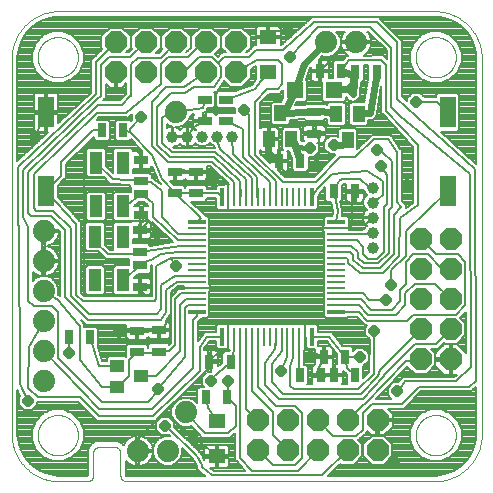
<source format=gtl>
G75*
%MOIN*%
%OFA0B0*%
%FSLAX25Y25*%
%IPPOS*%
%LPD*%
%AMOC8*
5,1,8,0,0,1.08239X$1,22.5*
%
%ADD10C,0.00000*%
%ADD11R,0.03150X0.04724*%
%ADD12R,0.04724X0.03150*%
%ADD13R,0.05500X0.05500*%
%ADD14R,0.05512X0.04724*%
%ADD15R,0.03937X0.05512*%
%ADD16C,0.03937*%
%ADD17C,0.07400*%
%ADD18OC8,0.07400*%
%ADD19R,0.04500X0.04000*%
%ADD20R,0.05906X0.01575*%
%ADD21R,0.05906X0.01102*%
%ADD22R,0.01575X0.05906*%
%ADD23R,0.01102X0.05906*%
%ADD24R,0.04331X0.07480*%
%ADD25R,0.05512X0.10433*%
%ADD26C,0.00787*%
%ADD27OC8,0.03762*%
%ADD28C,0.02362*%
%ADD29C,0.01575*%
D10*
X0018044Y0002539D02*
X0027493Y0002539D01*
X0027579Y0002541D01*
X0027665Y0002546D01*
X0027750Y0002556D01*
X0027835Y0002569D01*
X0027919Y0002586D01*
X0028003Y0002606D01*
X0028085Y0002630D01*
X0028166Y0002658D01*
X0028247Y0002689D01*
X0028325Y0002723D01*
X0028402Y0002761D01*
X0028478Y0002803D01*
X0028551Y0002847D01*
X0028622Y0002895D01*
X0028692Y0002946D01*
X0028759Y0003000D01*
X0028823Y0003056D01*
X0028885Y0003116D01*
X0028945Y0003178D01*
X0029001Y0003242D01*
X0029055Y0003309D01*
X0029106Y0003379D01*
X0029154Y0003450D01*
X0029198Y0003523D01*
X0029240Y0003599D01*
X0029278Y0003676D01*
X0029312Y0003754D01*
X0029343Y0003835D01*
X0029371Y0003916D01*
X0029395Y0003998D01*
X0029415Y0004082D01*
X0029432Y0004166D01*
X0029445Y0004251D01*
X0029455Y0004336D01*
X0029460Y0004422D01*
X0029462Y0004508D01*
X0029461Y0004508D02*
X0029461Y0011988D01*
X0029463Y0012074D01*
X0029468Y0012160D01*
X0029478Y0012245D01*
X0029491Y0012330D01*
X0029508Y0012414D01*
X0029528Y0012498D01*
X0029552Y0012580D01*
X0029580Y0012661D01*
X0029611Y0012742D01*
X0029645Y0012820D01*
X0029683Y0012897D01*
X0029725Y0012973D01*
X0029769Y0013046D01*
X0029817Y0013117D01*
X0029868Y0013187D01*
X0029922Y0013254D01*
X0029978Y0013318D01*
X0030038Y0013380D01*
X0030100Y0013440D01*
X0030164Y0013496D01*
X0030231Y0013550D01*
X0030301Y0013601D01*
X0030372Y0013649D01*
X0030446Y0013693D01*
X0030521Y0013735D01*
X0030598Y0013773D01*
X0030676Y0013807D01*
X0030757Y0013838D01*
X0030838Y0013866D01*
X0030920Y0013890D01*
X0031004Y0013910D01*
X0031088Y0013927D01*
X0031173Y0013940D01*
X0031258Y0013950D01*
X0031344Y0013955D01*
X0031430Y0013957D01*
X0036548Y0013957D01*
X0036634Y0013955D01*
X0036720Y0013950D01*
X0036805Y0013940D01*
X0036890Y0013927D01*
X0036974Y0013910D01*
X0037058Y0013890D01*
X0037140Y0013866D01*
X0037221Y0013838D01*
X0037302Y0013807D01*
X0037380Y0013773D01*
X0037457Y0013735D01*
X0037533Y0013693D01*
X0037606Y0013649D01*
X0037677Y0013601D01*
X0037747Y0013550D01*
X0037814Y0013496D01*
X0037878Y0013440D01*
X0037940Y0013380D01*
X0038000Y0013318D01*
X0038056Y0013254D01*
X0038110Y0013187D01*
X0038161Y0013117D01*
X0038209Y0013046D01*
X0038253Y0012973D01*
X0038295Y0012897D01*
X0038333Y0012820D01*
X0038367Y0012742D01*
X0038398Y0012661D01*
X0038426Y0012580D01*
X0038450Y0012498D01*
X0038470Y0012414D01*
X0038487Y0012330D01*
X0038500Y0012245D01*
X0038510Y0012160D01*
X0038515Y0012074D01*
X0038517Y0011988D01*
X0038517Y0004508D01*
X0038516Y0004508D02*
X0038518Y0004422D01*
X0038523Y0004336D01*
X0038533Y0004251D01*
X0038546Y0004166D01*
X0038563Y0004082D01*
X0038583Y0003998D01*
X0038607Y0003916D01*
X0038635Y0003835D01*
X0038666Y0003754D01*
X0038700Y0003676D01*
X0038738Y0003599D01*
X0038780Y0003524D01*
X0038824Y0003450D01*
X0038872Y0003379D01*
X0038923Y0003309D01*
X0038977Y0003242D01*
X0039033Y0003178D01*
X0039093Y0003116D01*
X0039155Y0003056D01*
X0039219Y0003000D01*
X0039286Y0002946D01*
X0039356Y0002895D01*
X0039427Y0002847D01*
X0039501Y0002803D01*
X0039576Y0002761D01*
X0039653Y0002723D01*
X0039731Y0002689D01*
X0039812Y0002658D01*
X0039893Y0002630D01*
X0039975Y0002606D01*
X0040059Y0002586D01*
X0040143Y0002569D01*
X0040228Y0002556D01*
X0040313Y0002546D01*
X0040399Y0002541D01*
X0040485Y0002539D01*
X0143241Y0002539D01*
X0136942Y0017894D02*
X0136944Y0018058D01*
X0136950Y0018222D01*
X0136960Y0018386D01*
X0136974Y0018550D01*
X0136992Y0018713D01*
X0137014Y0018876D01*
X0137041Y0019038D01*
X0137071Y0019200D01*
X0137105Y0019360D01*
X0137143Y0019520D01*
X0137184Y0019679D01*
X0137230Y0019837D01*
X0137280Y0019993D01*
X0137333Y0020149D01*
X0137390Y0020303D01*
X0137451Y0020455D01*
X0137516Y0020606D01*
X0137585Y0020756D01*
X0137657Y0020903D01*
X0137732Y0021049D01*
X0137812Y0021193D01*
X0137894Y0021335D01*
X0137980Y0021475D01*
X0138070Y0021612D01*
X0138163Y0021748D01*
X0138259Y0021881D01*
X0138359Y0022012D01*
X0138461Y0022140D01*
X0138567Y0022266D01*
X0138676Y0022389D01*
X0138788Y0022509D01*
X0138902Y0022627D01*
X0139020Y0022741D01*
X0139140Y0022853D01*
X0139263Y0022962D01*
X0139389Y0023068D01*
X0139517Y0023170D01*
X0139648Y0023270D01*
X0139781Y0023366D01*
X0139917Y0023459D01*
X0140054Y0023549D01*
X0140194Y0023635D01*
X0140336Y0023717D01*
X0140480Y0023797D01*
X0140626Y0023872D01*
X0140773Y0023944D01*
X0140923Y0024013D01*
X0141074Y0024078D01*
X0141226Y0024139D01*
X0141380Y0024196D01*
X0141536Y0024249D01*
X0141692Y0024299D01*
X0141850Y0024345D01*
X0142009Y0024386D01*
X0142169Y0024424D01*
X0142329Y0024458D01*
X0142491Y0024488D01*
X0142653Y0024515D01*
X0142816Y0024537D01*
X0142979Y0024555D01*
X0143143Y0024569D01*
X0143307Y0024579D01*
X0143471Y0024585D01*
X0143635Y0024587D01*
X0143799Y0024585D01*
X0143963Y0024579D01*
X0144127Y0024569D01*
X0144291Y0024555D01*
X0144454Y0024537D01*
X0144617Y0024515D01*
X0144779Y0024488D01*
X0144941Y0024458D01*
X0145101Y0024424D01*
X0145261Y0024386D01*
X0145420Y0024345D01*
X0145578Y0024299D01*
X0145734Y0024249D01*
X0145890Y0024196D01*
X0146044Y0024139D01*
X0146196Y0024078D01*
X0146347Y0024013D01*
X0146497Y0023944D01*
X0146644Y0023872D01*
X0146790Y0023797D01*
X0146934Y0023717D01*
X0147076Y0023635D01*
X0147216Y0023549D01*
X0147353Y0023459D01*
X0147489Y0023366D01*
X0147622Y0023270D01*
X0147753Y0023170D01*
X0147881Y0023068D01*
X0148007Y0022962D01*
X0148130Y0022853D01*
X0148250Y0022741D01*
X0148368Y0022627D01*
X0148482Y0022509D01*
X0148594Y0022389D01*
X0148703Y0022266D01*
X0148809Y0022140D01*
X0148911Y0022012D01*
X0149011Y0021881D01*
X0149107Y0021748D01*
X0149200Y0021612D01*
X0149290Y0021475D01*
X0149376Y0021335D01*
X0149458Y0021193D01*
X0149538Y0021049D01*
X0149613Y0020903D01*
X0149685Y0020756D01*
X0149754Y0020606D01*
X0149819Y0020455D01*
X0149880Y0020303D01*
X0149937Y0020149D01*
X0149990Y0019993D01*
X0150040Y0019837D01*
X0150086Y0019679D01*
X0150127Y0019520D01*
X0150165Y0019360D01*
X0150199Y0019200D01*
X0150229Y0019038D01*
X0150256Y0018876D01*
X0150278Y0018713D01*
X0150296Y0018550D01*
X0150310Y0018386D01*
X0150320Y0018222D01*
X0150326Y0018058D01*
X0150328Y0017894D01*
X0150326Y0017730D01*
X0150320Y0017566D01*
X0150310Y0017402D01*
X0150296Y0017238D01*
X0150278Y0017075D01*
X0150256Y0016912D01*
X0150229Y0016750D01*
X0150199Y0016588D01*
X0150165Y0016428D01*
X0150127Y0016268D01*
X0150086Y0016109D01*
X0150040Y0015951D01*
X0149990Y0015795D01*
X0149937Y0015639D01*
X0149880Y0015485D01*
X0149819Y0015333D01*
X0149754Y0015182D01*
X0149685Y0015032D01*
X0149613Y0014885D01*
X0149538Y0014739D01*
X0149458Y0014595D01*
X0149376Y0014453D01*
X0149290Y0014313D01*
X0149200Y0014176D01*
X0149107Y0014040D01*
X0149011Y0013907D01*
X0148911Y0013776D01*
X0148809Y0013648D01*
X0148703Y0013522D01*
X0148594Y0013399D01*
X0148482Y0013279D01*
X0148368Y0013161D01*
X0148250Y0013047D01*
X0148130Y0012935D01*
X0148007Y0012826D01*
X0147881Y0012720D01*
X0147753Y0012618D01*
X0147622Y0012518D01*
X0147489Y0012422D01*
X0147353Y0012329D01*
X0147216Y0012239D01*
X0147076Y0012153D01*
X0146934Y0012071D01*
X0146790Y0011991D01*
X0146644Y0011916D01*
X0146497Y0011844D01*
X0146347Y0011775D01*
X0146196Y0011710D01*
X0146044Y0011649D01*
X0145890Y0011592D01*
X0145734Y0011539D01*
X0145578Y0011489D01*
X0145420Y0011443D01*
X0145261Y0011402D01*
X0145101Y0011364D01*
X0144941Y0011330D01*
X0144779Y0011300D01*
X0144617Y0011273D01*
X0144454Y0011251D01*
X0144291Y0011233D01*
X0144127Y0011219D01*
X0143963Y0011209D01*
X0143799Y0011203D01*
X0143635Y0011201D01*
X0143471Y0011203D01*
X0143307Y0011209D01*
X0143143Y0011219D01*
X0142979Y0011233D01*
X0142816Y0011251D01*
X0142653Y0011273D01*
X0142491Y0011300D01*
X0142329Y0011330D01*
X0142169Y0011364D01*
X0142009Y0011402D01*
X0141850Y0011443D01*
X0141692Y0011489D01*
X0141536Y0011539D01*
X0141380Y0011592D01*
X0141226Y0011649D01*
X0141074Y0011710D01*
X0140923Y0011775D01*
X0140773Y0011844D01*
X0140626Y0011916D01*
X0140480Y0011991D01*
X0140336Y0012071D01*
X0140194Y0012153D01*
X0140054Y0012239D01*
X0139917Y0012329D01*
X0139781Y0012422D01*
X0139648Y0012518D01*
X0139517Y0012618D01*
X0139389Y0012720D01*
X0139263Y0012826D01*
X0139140Y0012935D01*
X0139020Y0013047D01*
X0138902Y0013161D01*
X0138788Y0013279D01*
X0138676Y0013399D01*
X0138567Y0013522D01*
X0138461Y0013648D01*
X0138359Y0013776D01*
X0138259Y0013907D01*
X0138163Y0014040D01*
X0138070Y0014176D01*
X0137980Y0014313D01*
X0137894Y0014453D01*
X0137812Y0014595D01*
X0137732Y0014739D01*
X0137657Y0014885D01*
X0137585Y0015032D01*
X0137516Y0015182D01*
X0137451Y0015333D01*
X0137390Y0015485D01*
X0137333Y0015639D01*
X0137280Y0015795D01*
X0137230Y0015951D01*
X0137184Y0016109D01*
X0137143Y0016268D01*
X0137105Y0016428D01*
X0137071Y0016588D01*
X0137041Y0016750D01*
X0137014Y0016912D01*
X0136992Y0017075D01*
X0136974Y0017238D01*
X0136960Y0017402D01*
X0136950Y0017566D01*
X0136944Y0017730D01*
X0136942Y0017894D01*
X0143241Y0002539D02*
X0143622Y0002544D01*
X0144002Y0002557D01*
X0144382Y0002580D01*
X0144761Y0002613D01*
X0145139Y0002654D01*
X0145516Y0002704D01*
X0145892Y0002764D01*
X0146267Y0002832D01*
X0146639Y0002910D01*
X0147010Y0002997D01*
X0147378Y0003092D01*
X0147744Y0003197D01*
X0148107Y0003310D01*
X0148468Y0003432D01*
X0148825Y0003562D01*
X0149179Y0003702D01*
X0149530Y0003849D01*
X0149877Y0004006D01*
X0150220Y0004170D01*
X0150559Y0004343D01*
X0150894Y0004524D01*
X0151225Y0004713D01*
X0151550Y0004910D01*
X0151871Y0005114D01*
X0152187Y0005327D01*
X0152497Y0005547D01*
X0152803Y0005774D01*
X0153102Y0006009D01*
X0153396Y0006251D01*
X0153684Y0006499D01*
X0153966Y0006755D01*
X0154241Y0007018D01*
X0154510Y0007287D01*
X0154773Y0007562D01*
X0155029Y0007844D01*
X0155277Y0008132D01*
X0155519Y0008426D01*
X0155754Y0008725D01*
X0155981Y0009031D01*
X0156201Y0009341D01*
X0156414Y0009657D01*
X0156618Y0009978D01*
X0156815Y0010303D01*
X0157004Y0010634D01*
X0157185Y0010969D01*
X0157358Y0011308D01*
X0157522Y0011651D01*
X0157679Y0011998D01*
X0157826Y0012349D01*
X0157966Y0012703D01*
X0158096Y0013060D01*
X0158218Y0013421D01*
X0158331Y0013784D01*
X0158436Y0014150D01*
X0158531Y0014518D01*
X0158618Y0014889D01*
X0158696Y0015261D01*
X0158764Y0015636D01*
X0158824Y0016012D01*
X0158874Y0016389D01*
X0158915Y0016767D01*
X0158948Y0017146D01*
X0158971Y0017526D01*
X0158984Y0017906D01*
X0158989Y0018287D01*
X0158989Y0143484D01*
X0136942Y0143878D02*
X0136944Y0144042D01*
X0136950Y0144206D01*
X0136960Y0144370D01*
X0136974Y0144534D01*
X0136992Y0144697D01*
X0137014Y0144860D01*
X0137041Y0145022D01*
X0137071Y0145184D01*
X0137105Y0145344D01*
X0137143Y0145504D01*
X0137184Y0145663D01*
X0137230Y0145821D01*
X0137280Y0145977D01*
X0137333Y0146133D01*
X0137390Y0146287D01*
X0137451Y0146439D01*
X0137516Y0146590D01*
X0137585Y0146740D01*
X0137657Y0146887D01*
X0137732Y0147033D01*
X0137812Y0147177D01*
X0137894Y0147319D01*
X0137980Y0147459D01*
X0138070Y0147596D01*
X0138163Y0147732D01*
X0138259Y0147865D01*
X0138359Y0147996D01*
X0138461Y0148124D01*
X0138567Y0148250D01*
X0138676Y0148373D01*
X0138788Y0148493D01*
X0138902Y0148611D01*
X0139020Y0148725D01*
X0139140Y0148837D01*
X0139263Y0148946D01*
X0139389Y0149052D01*
X0139517Y0149154D01*
X0139648Y0149254D01*
X0139781Y0149350D01*
X0139917Y0149443D01*
X0140054Y0149533D01*
X0140194Y0149619D01*
X0140336Y0149701D01*
X0140480Y0149781D01*
X0140626Y0149856D01*
X0140773Y0149928D01*
X0140923Y0149997D01*
X0141074Y0150062D01*
X0141226Y0150123D01*
X0141380Y0150180D01*
X0141536Y0150233D01*
X0141692Y0150283D01*
X0141850Y0150329D01*
X0142009Y0150370D01*
X0142169Y0150408D01*
X0142329Y0150442D01*
X0142491Y0150472D01*
X0142653Y0150499D01*
X0142816Y0150521D01*
X0142979Y0150539D01*
X0143143Y0150553D01*
X0143307Y0150563D01*
X0143471Y0150569D01*
X0143635Y0150571D01*
X0143799Y0150569D01*
X0143963Y0150563D01*
X0144127Y0150553D01*
X0144291Y0150539D01*
X0144454Y0150521D01*
X0144617Y0150499D01*
X0144779Y0150472D01*
X0144941Y0150442D01*
X0145101Y0150408D01*
X0145261Y0150370D01*
X0145420Y0150329D01*
X0145578Y0150283D01*
X0145734Y0150233D01*
X0145890Y0150180D01*
X0146044Y0150123D01*
X0146196Y0150062D01*
X0146347Y0149997D01*
X0146497Y0149928D01*
X0146644Y0149856D01*
X0146790Y0149781D01*
X0146934Y0149701D01*
X0147076Y0149619D01*
X0147216Y0149533D01*
X0147353Y0149443D01*
X0147489Y0149350D01*
X0147622Y0149254D01*
X0147753Y0149154D01*
X0147881Y0149052D01*
X0148007Y0148946D01*
X0148130Y0148837D01*
X0148250Y0148725D01*
X0148368Y0148611D01*
X0148482Y0148493D01*
X0148594Y0148373D01*
X0148703Y0148250D01*
X0148809Y0148124D01*
X0148911Y0147996D01*
X0149011Y0147865D01*
X0149107Y0147732D01*
X0149200Y0147596D01*
X0149290Y0147459D01*
X0149376Y0147319D01*
X0149458Y0147177D01*
X0149538Y0147033D01*
X0149613Y0146887D01*
X0149685Y0146740D01*
X0149754Y0146590D01*
X0149819Y0146439D01*
X0149880Y0146287D01*
X0149937Y0146133D01*
X0149990Y0145977D01*
X0150040Y0145821D01*
X0150086Y0145663D01*
X0150127Y0145504D01*
X0150165Y0145344D01*
X0150199Y0145184D01*
X0150229Y0145022D01*
X0150256Y0144860D01*
X0150278Y0144697D01*
X0150296Y0144534D01*
X0150310Y0144370D01*
X0150320Y0144206D01*
X0150326Y0144042D01*
X0150328Y0143878D01*
X0150326Y0143714D01*
X0150320Y0143550D01*
X0150310Y0143386D01*
X0150296Y0143222D01*
X0150278Y0143059D01*
X0150256Y0142896D01*
X0150229Y0142734D01*
X0150199Y0142572D01*
X0150165Y0142412D01*
X0150127Y0142252D01*
X0150086Y0142093D01*
X0150040Y0141935D01*
X0149990Y0141779D01*
X0149937Y0141623D01*
X0149880Y0141469D01*
X0149819Y0141317D01*
X0149754Y0141166D01*
X0149685Y0141016D01*
X0149613Y0140869D01*
X0149538Y0140723D01*
X0149458Y0140579D01*
X0149376Y0140437D01*
X0149290Y0140297D01*
X0149200Y0140160D01*
X0149107Y0140024D01*
X0149011Y0139891D01*
X0148911Y0139760D01*
X0148809Y0139632D01*
X0148703Y0139506D01*
X0148594Y0139383D01*
X0148482Y0139263D01*
X0148368Y0139145D01*
X0148250Y0139031D01*
X0148130Y0138919D01*
X0148007Y0138810D01*
X0147881Y0138704D01*
X0147753Y0138602D01*
X0147622Y0138502D01*
X0147489Y0138406D01*
X0147353Y0138313D01*
X0147216Y0138223D01*
X0147076Y0138137D01*
X0146934Y0138055D01*
X0146790Y0137975D01*
X0146644Y0137900D01*
X0146497Y0137828D01*
X0146347Y0137759D01*
X0146196Y0137694D01*
X0146044Y0137633D01*
X0145890Y0137576D01*
X0145734Y0137523D01*
X0145578Y0137473D01*
X0145420Y0137427D01*
X0145261Y0137386D01*
X0145101Y0137348D01*
X0144941Y0137314D01*
X0144779Y0137284D01*
X0144617Y0137257D01*
X0144454Y0137235D01*
X0144291Y0137217D01*
X0144127Y0137203D01*
X0143963Y0137193D01*
X0143799Y0137187D01*
X0143635Y0137185D01*
X0143471Y0137187D01*
X0143307Y0137193D01*
X0143143Y0137203D01*
X0142979Y0137217D01*
X0142816Y0137235D01*
X0142653Y0137257D01*
X0142491Y0137284D01*
X0142329Y0137314D01*
X0142169Y0137348D01*
X0142009Y0137386D01*
X0141850Y0137427D01*
X0141692Y0137473D01*
X0141536Y0137523D01*
X0141380Y0137576D01*
X0141226Y0137633D01*
X0141074Y0137694D01*
X0140923Y0137759D01*
X0140773Y0137828D01*
X0140626Y0137900D01*
X0140480Y0137975D01*
X0140336Y0138055D01*
X0140194Y0138137D01*
X0140054Y0138223D01*
X0139917Y0138313D01*
X0139781Y0138406D01*
X0139648Y0138502D01*
X0139517Y0138602D01*
X0139389Y0138704D01*
X0139263Y0138810D01*
X0139140Y0138919D01*
X0139020Y0139031D01*
X0138902Y0139145D01*
X0138788Y0139263D01*
X0138676Y0139383D01*
X0138567Y0139506D01*
X0138461Y0139632D01*
X0138359Y0139760D01*
X0138259Y0139891D01*
X0138163Y0140024D01*
X0138070Y0140160D01*
X0137980Y0140297D01*
X0137894Y0140437D01*
X0137812Y0140579D01*
X0137732Y0140723D01*
X0137657Y0140869D01*
X0137585Y0141016D01*
X0137516Y0141166D01*
X0137451Y0141317D01*
X0137390Y0141469D01*
X0137333Y0141623D01*
X0137280Y0141779D01*
X0137230Y0141935D01*
X0137184Y0142093D01*
X0137143Y0142252D01*
X0137105Y0142412D01*
X0137071Y0142572D01*
X0137041Y0142734D01*
X0137014Y0142896D01*
X0136992Y0143059D01*
X0136974Y0143222D01*
X0136960Y0143386D01*
X0136950Y0143550D01*
X0136944Y0143714D01*
X0136942Y0143878D01*
X0143241Y0159232D02*
X0143622Y0159227D01*
X0144002Y0159214D01*
X0144382Y0159191D01*
X0144761Y0159158D01*
X0145139Y0159117D01*
X0145516Y0159067D01*
X0145892Y0159007D01*
X0146267Y0158939D01*
X0146639Y0158861D01*
X0147010Y0158774D01*
X0147378Y0158679D01*
X0147744Y0158574D01*
X0148107Y0158461D01*
X0148468Y0158339D01*
X0148825Y0158209D01*
X0149179Y0158069D01*
X0149530Y0157922D01*
X0149877Y0157765D01*
X0150220Y0157601D01*
X0150559Y0157428D01*
X0150894Y0157247D01*
X0151225Y0157058D01*
X0151550Y0156861D01*
X0151871Y0156657D01*
X0152187Y0156444D01*
X0152497Y0156224D01*
X0152803Y0155997D01*
X0153102Y0155762D01*
X0153396Y0155520D01*
X0153684Y0155272D01*
X0153966Y0155016D01*
X0154241Y0154753D01*
X0154510Y0154484D01*
X0154773Y0154209D01*
X0155029Y0153927D01*
X0155277Y0153639D01*
X0155519Y0153345D01*
X0155754Y0153046D01*
X0155981Y0152740D01*
X0156201Y0152430D01*
X0156414Y0152114D01*
X0156618Y0151793D01*
X0156815Y0151468D01*
X0157004Y0151137D01*
X0157185Y0150802D01*
X0157358Y0150463D01*
X0157522Y0150120D01*
X0157679Y0149773D01*
X0157826Y0149422D01*
X0157966Y0149068D01*
X0158096Y0148711D01*
X0158218Y0148350D01*
X0158331Y0147987D01*
X0158436Y0147621D01*
X0158531Y0147253D01*
X0158618Y0146882D01*
X0158696Y0146510D01*
X0158764Y0146135D01*
X0158824Y0145759D01*
X0158874Y0145382D01*
X0158915Y0145004D01*
X0158948Y0144625D01*
X0158971Y0144245D01*
X0158984Y0143865D01*
X0158989Y0143484D01*
X0143241Y0159232D02*
X0018044Y0159232D01*
X0010957Y0143878D02*
X0010959Y0144042D01*
X0010965Y0144206D01*
X0010975Y0144370D01*
X0010989Y0144534D01*
X0011007Y0144697D01*
X0011029Y0144860D01*
X0011056Y0145022D01*
X0011086Y0145184D01*
X0011120Y0145344D01*
X0011158Y0145504D01*
X0011199Y0145663D01*
X0011245Y0145821D01*
X0011295Y0145977D01*
X0011348Y0146133D01*
X0011405Y0146287D01*
X0011466Y0146439D01*
X0011531Y0146590D01*
X0011600Y0146740D01*
X0011672Y0146887D01*
X0011747Y0147033D01*
X0011827Y0147177D01*
X0011909Y0147319D01*
X0011995Y0147459D01*
X0012085Y0147596D01*
X0012178Y0147732D01*
X0012274Y0147865D01*
X0012374Y0147996D01*
X0012476Y0148124D01*
X0012582Y0148250D01*
X0012691Y0148373D01*
X0012803Y0148493D01*
X0012917Y0148611D01*
X0013035Y0148725D01*
X0013155Y0148837D01*
X0013278Y0148946D01*
X0013404Y0149052D01*
X0013532Y0149154D01*
X0013663Y0149254D01*
X0013796Y0149350D01*
X0013932Y0149443D01*
X0014069Y0149533D01*
X0014209Y0149619D01*
X0014351Y0149701D01*
X0014495Y0149781D01*
X0014641Y0149856D01*
X0014788Y0149928D01*
X0014938Y0149997D01*
X0015089Y0150062D01*
X0015241Y0150123D01*
X0015395Y0150180D01*
X0015551Y0150233D01*
X0015707Y0150283D01*
X0015865Y0150329D01*
X0016024Y0150370D01*
X0016184Y0150408D01*
X0016344Y0150442D01*
X0016506Y0150472D01*
X0016668Y0150499D01*
X0016831Y0150521D01*
X0016994Y0150539D01*
X0017158Y0150553D01*
X0017322Y0150563D01*
X0017486Y0150569D01*
X0017650Y0150571D01*
X0017814Y0150569D01*
X0017978Y0150563D01*
X0018142Y0150553D01*
X0018306Y0150539D01*
X0018469Y0150521D01*
X0018632Y0150499D01*
X0018794Y0150472D01*
X0018956Y0150442D01*
X0019116Y0150408D01*
X0019276Y0150370D01*
X0019435Y0150329D01*
X0019593Y0150283D01*
X0019749Y0150233D01*
X0019905Y0150180D01*
X0020059Y0150123D01*
X0020211Y0150062D01*
X0020362Y0149997D01*
X0020512Y0149928D01*
X0020659Y0149856D01*
X0020805Y0149781D01*
X0020949Y0149701D01*
X0021091Y0149619D01*
X0021231Y0149533D01*
X0021368Y0149443D01*
X0021504Y0149350D01*
X0021637Y0149254D01*
X0021768Y0149154D01*
X0021896Y0149052D01*
X0022022Y0148946D01*
X0022145Y0148837D01*
X0022265Y0148725D01*
X0022383Y0148611D01*
X0022497Y0148493D01*
X0022609Y0148373D01*
X0022718Y0148250D01*
X0022824Y0148124D01*
X0022926Y0147996D01*
X0023026Y0147865D01*
X0023122Y0147732D01*
X0023215Y0147596D01*
X0023305Y0147459D01*
X0023391Y0147319D01*
X0023473Y0147177D01*
X0023553Y0147033D01*
X0023628Y0146887D01*
X0023700Y0146740D01*
X0023769Y0146590D01*
X0023834Y0146439D01*
X0023895Y0146287D01*
X0023952Y0146133D01*
X0024005Y0145977D01*
X0024055Y0145821D01*
X0024101Y0145663D01*
X0024142Y0145504D01*
X0024180Y0145344D01*
X0024214Y0145184D01*
X0024244Y0145022D01*
X0024271Y0144860D01*
X0024293Y0144697D01*
X0024311Y0144534D01*
X0024325Y0144370D01*
X0024335Y0144206D01*
X0024341Y0144042D01*
X0024343Y0143878D01*
X0024341Y0143714D01*
X0024335Y0143550D01*
X0024325Y0143386D01*
X0024311Y0143222D01*
X0024293Y0143059D01*
X0024271Y0142896D01*
X0024244Y0142734D01*
X0024214Y0142572D01*
X0024180Y0142412D01*
X0024142Y0142252D01*
X0024101Y0142093D01*
X0024055Y0141935D01*
X0024005Y0141779D01*
X0023952Y0141623D01*
X0023895Y0141469D01*
X0023834Y0141317D01*
X0023769Y0141166D01*
X0023700Y0141016D01*
X0023628Y0140869D01*
X0023553Y0140723D01*
X0023473Y0140579D01*
X0023391Y0140437D01*
X0023305Y0140297D01*
X0023215Y0140160D01*
X0023122Y0140024D01*
X0023026Y0139891D01*
X0022926Y0139760D01*
X0022824Y0139632D01*
X0022718Y0139506D01*
X0022609Y0139383D01*
X0022497Y0139263D01*
X0022383Y0139145D01*
X0022265Y0139031D01*
X0022145Y0138919D01*
X0022022Y0138810D01*
X0021896Y0138704D01*
X0021768Y0138602D01*
X0021637Y0138502D01*
X0021504Y0138406D01*
X0021368Y0138313D01*
X0021231Y0138223D01*
X0021091Y0138137D01*
X0020949Y0138055D01*
X0020805Y0137975D01*
X0020659Y0137900D01*
X0020512Y0137828D01*
X0020362Y0137759D01*
X0020211Y0137694D01*
X0020059Y0137633D01*
X0019905Y0137576D01*
X0019749Y0137523D01*
X0019593Y0137473D01*
X0019435Y0137427D01*
X0019276Y0137386D01*
X0019116Y0137348D01*
X0018956Y0137314D01*
X0018794Y0137284D01*
X0018632Y0137257D01*
X0018469Y0137235D01*
X0018306Y0137217D01*
X0018142Y0137203D01*
X0017978Y0137193D01*
X0017814Y0137187D01*
X0017650Y0137185D01*
X0017486Y0137187D01*
X0017322Y0137193D01*
X0017158Y0137203D01*
X0016994Y0137217D01*
X0016831Y0137235D01*
X0016668Y0137257D01*
X0016506Y0137284D01*
X0016344Y0137314D01*
X0016184Y0137348D01*
X0016024Y0137386D01*
X0015865Y0137427D01*
X0015707Y0137473D01*
X0015551Y0137523D01*
X0015395Y0137576D01*
X0015241Y0137633D01*
X0015089Y0137694D01*
X0014938Y0137759D01*
X0014788Y0137828D01*
X0014641Y0137900D01*
X0014495Y0137975D01*
X0014351Y0138055D01*
X0014209Y0138137D01*
X0014069Y0138223D01*
X0013932Y0138313D01*
X0013796Y0138406D01*
X0013663Y0138502D01*
X0013532Y0138602D01*
X0013404Y0138704D01*
X0013278Y0138810D01*
X0013155Y0138919D01*
X0013035Y0139031D01*
X0012917Y0139145D01*
X0012803Y0139263D01*
X0012691Y0139383D01*
X0012582Y0139506D01*
X0012476Y0139632D01*
X0012374Y0139760D01*
X0012274Y0139891D01*
X0012178Y0140024D01*
X0012085Y0140160D01*
X0011995Y0140297D01*
X0011909Y0140437D01*
X0011827Y0140579D01*
X0011747Y0140723D01*
X0011672Y0140869D01*
X0011600Y0141016D01*
X0011531Y0141166D01*
X0011466Y0141317D01*
X0011405Y0141469D01*
X0011348Y0141623D01*
X0011295Y0141779D01*
X0011245Y0141935D01*
X0011199Y0142093D01*
X0011158Y0142252D01*
X0011120Y0142412D01*
X0011086Y0142572D01*
X0011056Y0142734D01*
X0011029Y0142896D01*
X0011007Y0143059D01*
X0010989Y0143222D01*
X0010975Y0143386D01*
X0010965Y0143550D01*
X0010959Y0143714D01*
X0010957Y0143878D01*
X0002296Y0143484D02*
X0002301Y0143865D01*
X0002314Y0144245D01*
X0002337Y0144625D01*
X0002370Y0145004D01*
X0002411Y0145382D01*
X0002461Y0145759D01*
X0002521Y0146135D01*
X0002589Y0146510D01*
X0002667Y0146882D01*
X0002754Y0147253D01*
X0002849Y0147621D01*
X0002954Y0147987D01*
X0003067Y0148350D01*
X0003189Y0148711D01*
X0003319Y0149068D01*
X0003459Y0149422D01*
X0003606Y0149773D01*
X0003763Y0150120D01*
X0003927Y0150463D01*
X0004100Y0150802D01*
X0004281Y0151137D01*
X0004470Y0151468D01*
X0004667Y0151793D01*
X0004871Y0152114D01*
X0005084Y0152430D01*
X0005304Y0152740D01*
X0005531Y0153046D01*
X0005766Y0153345D01*
X0006008Y0153639D01*
X0006256Y0153927D01*
X0006512Y0154209D01*
X0006775Y0154484D01*
X0007044Y0154753D01*
X0007319Y0155016D01*
X0007601Y0155272D01*
X0007889Y0155520D01*
X0008183Y0155762D01*
X0008482Y0155997D01*
X0008788Y0156224D01*
X0009098Y0156444D01*
X0009414Y0156657D01*
X0009735Y0156861D01*
X0010060Y0157058D01*
X0010391Y0157247D01*
X0010726Y0157428D01*
X0011065Y0157601D01*
X0011408Y0157765D01*
X0011755Y0157922D01*
X0012106Y0158069D01*
X0012460Y0158209D01*
X0012817Y0158339D01*
X0013178Y0158461D01*
X0013541Y0158574D01*
X0013907Y0158679D01*
X0014275Y0158774D01*
X0014646Y0158861D01*
X0015018Y0158939D01*
X0015393Y0159007D01*
X0015769Y0159067D01*
X0016146Y0159117D01*
X0016524Y0159158D01*
X0016903Y0159191D01*
X0017283Y0159214D01*
X0017663Y0159227D01*
X0018044Y0159232D01*
X0002296Y0143484D02*
X0002296Y0018287D01*
X0010957Y0017894D02*
X0010959Y0018058D01*
X0010965Y0018222D01*
X0010975Y0018386D01*
X0010989Y0018550D01*
X0011007Y0018713D01*
X0011029Y0018876D01*
X0011056Y0019038D01*
X0011086Y0019200D01*
X0011120Y0019360D01*
X0011158Y0019520D01*
X0011199Y0019679D01*
X0011245Y0019837D01*
X0011295Y0019993D01*
X0011348Y0020149D01*
X0011405Y0020303D01*
X0011466Y0020455D01*
X0011531Y0020606D01*
X0011600Y0020756D01*
X0011672Y0020903D01*
X0011747Y0021049D01*
X0011827Y0021193D01*
X0011909Y0021335D01*
X0011995Y0021475D01*
X0012085Y0021612D01*
X0012178Y0021748D01*
X0012274Y0021881D01*
X0012374Y0022012D01*
X0012476Y0022140D01*
X0012582Y0022266D01*
X0012691Y0022389D01*
X0012803Y0022509D01*
X0012917Y0022627D01*
X0013035Y0022741D01*
X0013155Y0022853D01*
X0013278Y0022962D01*
X0013404Y0023068D01*
X0013532Y0023170D01*
X0013663Y0023270D01*
X0013796Y0023366D01*
X0013932Y0023459D01*
X0014069Y0023549D01*
X0014209Y0023635D01*
X0014351Y0023717D01*
X0014495Y0023797D01*
X0014641Y0023872D01*
X0014788Y0023944D01*
X0014938Y0024013D01*
X0015089Y0024078D01*
X0015241Y0024139D01*
X0015395Y0024196D01*
X0015551Y0024249D01*
X0015707Y0024299D01*
X0015865Y0024345D01*
X0016024Y0024386D01*
X0016184Y0024424D01*
X0016344Y0024458D01*
X0016506Y0024488D01*
X0016668Y0024515D01*
X0016831Y0024537D01*
X0016994Y0024555D01*
X0017158Y0024569D01*
X0017322Y0024579D01*
X0017486Y0024585D01*
X0017650Y0024587D01*
X0017814Y0024585D01*
X0017978Y0024579D01*
X0018142Y0024569D01*
X0018306Y0024555D01*
X0018469Y0024537D01*
X0018632Y0024515D01*
X0018794Y0024488D01*
X0018956Y0024458D01*
X0019116Y0024424D01*
X0019276Y0024386D01*
X0019435Y0024345D01*
X0019593Y0024299D01*
X0019749Y0024249D01*
X0019905Y0024196D01*
X0020059Y0024139D01*
X0020211Y0024078D01*
X0020362Y0024013D01*
X0020512Y0023944D01*
X0020659Y0023872D01*
X0020805Y0023797D01*
X0020949Y0023717D01*
X0021091Y0023635D01*
X0021231Y0023549D01*
X0021368Y0023459D01*
X0021504Y0023366D01*
X0021637Y0023270D01*
X0021768Y0023170D01*
X0021896Y0023068D01*
X0022022Y0022962D01*
X0022145Y0022853D01*
X0022265Y0022741D01*
X0022383Y0022627D01*
X0022497Y0022509D01*
X0022609Y0022389D01*
X0022718Y0022266D01*
X0022824Y0022140D01*
X0022926Y0022012D01*
X0023026Y0021881D01*
X0023122Y0021748D01*
X0023215Y0021612D01*
X0023305Y0021475D01*
X0023391Y0021335D01*
X0023473Y0021193D01*
X0023553Y0021049D01*
X0023628Y0020903D01*
X0023700Y0020756D01*
X0023769Y0020606D01*
X0023834Y0020455D01*
X0023895Y0020303D01*
X0023952Y0020149D01*
X0024005Y0019993D01*
X0024055Y0019837D01*
X0024101Y0019679D01*
X0024142Y0019520D01*
X0024180Y0019360D01*
X0024214Y0019200D01*
X0024244Y0019038D01*
X0024271Y0018876D01*
X0024293Y0018713D01*
X0024311Y0018550D01*
X0024325Y0018386D01*
X0024335Y0018222D01*
X0024341Y0018058D01*
X0024343Y0017894D01*
X0024341Y0017730D01*
X0024335Y0017566D01*
X0024325Y0017402D01*
X0024311Y0017238D01*
X0024293Y0017075D01*
X0024271Y0016912D01*
X0024244Y0016750D01*
X0024214Y0016588D01*
X0024180Y0016428D01*
X0024142Y0016268D01*
X0024101Y0016109D01*
X0024055Y0015951D01*
X0024005Y0015795D01*
X0023952Y0015639D01*
X0023895Y0015485D01*
X0023834Y0015333D01*
X0023769Y0015182D01*
X0023700Y0015032D01*
X0023628Y0014885D01*
X0023553Y0014739D01*
X0023473Y0014595D01*
X0023391Y0014453D01*
X0023305Y0014313D01*
X0023215Y0014176D01*
X0023122Y0014040D01*
X0023026Y0013907D01*
X0022926Y0013776D01*
X0022824Y0013648D01*
X0022718Y0013522D01*
X0022609Y0013399D01*
X0022497Y0013279D01*
X0022383Y0013161D01*
X0022265Y0013047D01*
X0022145Y0012935D01*
X0022022Y0012826D01*
X0021896Y0012720D01*
X0021768Y0012618D01*
X0021637Y0012518D01*
X0021504Y0012422D01*
X0021368Y0012329D01*
X0021231Y0012239D01*
X0021091Y0012153D01*
X0020949Y0012071D01*
X0020805Y0011991D01*
X0020659Y0011916D01*
X0020512Y0011844D01*
X0020362Y0011775D01*
X0020211Y0011710D01*
X0020059Y0011649D01*
X0019905Y0011592D01*
X0019749Y0011539D01*
X0019593Y0011489D01*
X0019435Y0011443D01*
X0019276Y0011402D01*
X0019116Y0011364D01*
X0018956Y0011330D01*
X0018794Y0011300D01*
X0018632Y0011273D01*
X0018469Y0011251D01*
X0018306Y0011233D01*
X0018142Y0011219D01*
X0017978Y0011209D01*
X0017814Y0011203D01*
X0017650Y0011201D01*
X0017486Y0011203D01*
X0017322Y0011209D01*
X0017158Y0011219D01*
X0016994Y0011233D01*
X0016831Y0011251D01*
X0016668Y0011273D01*
X0016506Y0011300D01*
X0016344Y0011330D01*
X0016184Y0011364D01*
X0016024Y0011402D01*
X0015865Y0011443D01*
X0015707Y0011489D01*
X0015551Y0011539D01*
X0015395Y0011592D01*
X0015241Y0011649D01*
X0015089Y0011710D01*
X0014938Y0011775D01*
X0014788Y0011844D01*
X0014641Y0011916D01*
X0014495Y0011991D01*
X0014351Y0012071D01*
X0014209Y0012153D01*
X0014069Y0012239D01*
X0013932Y0012329D01*
X0013796Y0012422D01*
X0013663Y0012518D01*
X0013532Y0012618D01*
X0013404Y0012720D01*
X0013278Y0012826D01*
X0013155Y0012935D01*
X0013035Y0013047D01*
X0012917Y0013161D01*
X0012803Y0013279D01*
X0012691Y0013399D01*
X0012582Y0013522D01*
X0012476Y0013648D01*
X0012374Y0013776D01*
X0012274Y0013907D01*
X0012178Y0014040D01*
X0012085Y0014176D01*
X0011995Y0014313D01*
X0011909Y0014453D01*
X0011827Y0014595D01*
X0011747Y0014739D01*
X0011672Y0014885D01*
X0011600Y0015032D01*
X0011531Y0015182D01*
X0011466Y0015333D01*
X0011405Y0015485D01*
X0011348Y0015639D01*
X0011295Y0015795D01*
X0011245Y0015951D01*
X0011199Y0016109D01*
X0011158Y0016268D01*
X0011120Y0016428D01*
X0011086Y0016588D01*
X0011056Y0016750D01*
X0011029Y0016912D01*
X0011007Y0017075D01*
X0010989Y0017238D01*
X0010975Y0017402D01*
X0010965Y0017566D01*
X0010959Y0017730D01*
X0010957Y0017894D01*
X0002296Y0018287D02*
X0002301Y0017906D01*
X0002314Y0017526D01*
X0002337Y0017146D01*
X0002370Y0016767D01*
X0002411Y0016389D01*
X0002461Y0016012D01*
X0002521Y0015636D01*
X0002589Y0015261D01*
X0002667Y0014889D01*
X0002754Y0014518D01*
X0002849Y0014150D01*
X0002954Y0013784D01*
X0003067Y0013421D01*
X0003189Y0013060D01*
X0003319Y0012703D01*
X0003459Y0012349D01*
X0003606Y0011998D01*
X0003763Y0011651D01*
X0003927Y0011308D01*
X0004100Y0010969D01*
X0004281Y0010634D01*
X0004470Y0010303D01*
X0004667Y0009978D01*
X0004871Y0009657D01*
X0005084Y0009341D01*
X0005304Y0009031D01*
X0005531Y0008725D01*
X0005766Y0008426D01*
X0006008Y0008132D01*
X0006256Y0007844D01*
X0006512Y0007562D01*
X0006775Y0007287D01*
X0007044Y0007018D01*
X0007319Y0006755D01*
X0007601Y0006499D01*
X0007889Y0006251D01*
X0008183Y0006009D01*
X0008482Y0005774D01*
X0008788Y0005547D01*
X0009098Y0005327D01*
X0009414Y0005114D01*
X0009735Y0004910D01*
X0010060Y0004713D01*
X0010391Y0004524D01*
X0010726Y0004343D01*
X0011065Y0004170D01*
X0011408Y0004006D01*
X0011755Y0003849D01*
X0012106Y0003702D01*
X0012460Y0003562D01*
X0012817Y0003432D01*
X0013178Y0003310D01*
X0013541Y0003197D01*
X0013907Y0003092D01*
X0014275Y0002997D01*
X0014646Y0002910D01*
X0015018Y0002832D01*
X0015393Y0002764D01*
X0015769Y0002704D01*
X0016146Y0002654D01*
X0016524Y0002613D01*
X0016903Y0002580D01*
X0017283Y0002557D01*
X0017663Y0002544D01*
X0018044Y0002539D01*
D11*
X0021272Y0050571D03*
X0028359Y0050571D03*
X0066942Y0030571D03*
X0074028Y0030571D03*
X0075288Y0042421D03*
X0068202Y0042421D03*
X0098241Y0037815D03*
X0105328Y0037815D03*
X0109619Y0037894D03*
X0106272Y0043957D03*
X0113359Y0043957D03*
X0116706Y0037894D03*
X0116666Y0099154D03*
X0109580Y0099154D03*
X0098477Y0109311D03*
X0091391Y0109311D03*
X0105013Y0139311D03*
X0112099Y0139311D03*
X0116824Y0139075D03*
X0123910Y0139075D03*
X0039422Y0119469D03*
X0032335Y0119469D03*
D12*
X0045367Y0109626D03*
X0045367Y0102539D03*
X0045485Y0098406D03*
X0045485Y0091319D03*
X0044973Y0086122D03*
X0044973Y0079035D03*
X0045052Y0074508D03*
X0045052Y0067421D03*
X0044028Y0052736D03*
X0044028Y0045650D03*
X0051391Y0045768D03*
X0051391Y0052854D03*
X0056627Y0098642D03*
X0056627Y0105728D03*
X0063713Y0105610D03*
X0063713Y0098524D03*
X0066587Y0122618D03*
X0066587Y0129705D03*
X0073831Y0129705D03*
X0073831Y0122618D03*
X0103162Y0125492D03*
X0103162Y0118406D03*
D13*
X0096741Y0132972D03*
X0109741Y0132972D03*
D14*
X0087808Y0138799D03*
X0087808Y0150610D03*
X0070682Y0022618D03*
X0070682Y0010807D03*
D15*
X0088044Y0116516D03*
X0095524Y0116516D03*
X0091784Y0125177D03*
X0110524Y0124941D03*
X0118005Y0124941D03*
X0114265Y0116280D03*
D16*
X0122650Y0100413D03*
X0122650Y0095413D03*
X0122650Y0090413D03*
X0122650Y0085413D03*
X0122650Y0080413D03*
X0075800Y0117382D03*
X0070800Y0117382D03*
X0065800Y0117382D03*
X0060800Y0117382D03*
X0055800Y0117382D03*
D17*
X0057060Y0125492D03*
X0012926Y0086004D03*
X0012926Y0076004D03*
X0012926Y0066004D03*
X0012926Y0056004D03*
X0012926Y0046004D03*
X0012926Y0036004D03*
X0044265Y0012657D03*
X0054265Y0012657D03*
X0060367Y0025571D03*
X0107020Y0148878D03*
X0117020Y0148878D03*
D18*
X0077020Y0148878D03*
X0067020Y0148878D03*
X0057020Y0148878D03*
X0047020Y0148878D03*
X0037020Y0148878D03*
X0037020Y0138878D03*
X0047020Y0138878D03*
X0057020Y0138878D03*
X0067020Y0138878D03*
X0077020Y0138878D03*
X0138635Y0083169D03*
X0148635Y0083169D03*
X0148635Y0073169D03*
X0148635Y0063169D03*
X0138635Y0063169D03*
X0138635Y0073169D03*
X0138635Y0053169D03*
X0148635Y0053169D03*
X0148635Y0043169D03*
X0138635Y0043169D03*
X0124265Y0022894D03*
X0114265Y0022894D03*
X0114265Y0012894D03*
X0124265Y0012894D03*
X0104265Y0012894D03*
X0094265Y0012894D03*
X0084265Y0012894D03*
X0084265Y0022894D03*
X0094265Y0022894D03*
X0104265Y0022894D03*
D19*
X0045312Y0037618D03*
X0037312Y0034118D03*
X0037312Y0041118D03*
D20*
X0064068Y0058996D03*
X0064068Y0088996D03*
X0110524Y0088996D03*
X0110524Y0058996D03*
D21*
X0110524Y0061201D03*
X0110524Y0063169D03*
X0110524Y0065138D03*
X0110524Y0067106D03*
X0110524Y0069075D03*
X0110524Y0071043D03*
X0110524Y0073012D03*
X0110524Y0074980D03*
X0110524Y0076949D03*
X0110524Y0078917D03*
X0110524Y0080886D03*
X0110524Y0082854D03*
X0110524Y0084823D03*
X0110524Y0086791D03*
X0064068Y0086791D03*
X0064068Y0084823D03*
X0064068Y0082854D03*
X0064068Y0080886D03*
X0064068Y0078917D03*
X0064068Y0076949D03*
X0064068Y0074980D03*
X0064068Y0073012D03*
X0064068Y0071043D03*
X0064068Y0069075D03*
X0064068Y0067106D03*
X0064068Y0065138D03*
X0064068Y0063169D03*
X0064068Y0061201D03*
D22*
X0072296Y0050768D03*
X0102296Y0050768D03*
X0102296Y0097224D03*
X0072296Y0097224D03*
D23*
X0074501Y0097224D03*
X0076469Y0097224D03*
X0078438Y0097224D03*
X0080406Y0097224D03*
X0082375Y0097224D03*
X0084343Y0097224D03*
X0086312Y0097224D03*
X0088280Y0097224D03*
X0090249Y0097224D03*
X0092217Y0097224D03*
X0094186Y0097224D03*
X0096154Y0097224D03*
X0098123Y0097224D03*
X0100091Y0097224D03*
X0100091Y0050768D03*
X0098123Y0050768D03*
X0096154Y0050768D03*
X0094186Y0050768D03*
X0092217Y0050768D03*
X0090249Y0050768D03*
X0088280Y0050768D03*
X0086312Y0050768D03*
X0084343Y0050768D03*
X0082375Y0050768D03*
X0080406Y0050768D03*
X0078438Y0050768D03*
X0076469Y0050768D03*
X0074501Y0050768D03*
D24*
X0039225Y0069547D03*
X0030170Y0069547D03*
X0030170Y0084114D03*
X0039225Y0084114D03*
X0039343Y0094154D03*
X0030288Y0094154D03*
X0030288Y0108720D03*
X0039343Y0108720D03*
D25*
X0013713Y0099291D03*
X0013713Y0125472D03*
X0147572Y0125472D03*
X0147572Y0099291D03*
D26*
X0027568Y0008433D02*
X0008473Y0008433D01*
X0007687Y0009219D02*
X0027568Y0009219D01*
X0027568Y0010005D02*
X0021043Y0010005D01*
X0022514Y0010614D02*
X0019358Y0009307D01*
X0015942Y0009307D01*
X0012786Y0010614D01*
X0010371Y0013030D01*
X0009064Y0016186D01*
X0009064Y0019602D01*
X0010371Y0022758D01*
X0012786Y0025173D01*
X0015942Y0026480D01*
X0019358Y0026480D01*
X0022514Y0025173D01*
X0024930Y0022758D01*
X0026237Y0019602D01*
X0026237Y0016186D01*
X0024930Y0013030D01*
X0022514Y0010614D01*
X0022691Y0010791D02*
X0027568Y0010791D01*
X0027568Y0011577D02*
X0023477Y0011577D01*
X0024263Y0012363D02*
X0027568Y0012363D01*
X0027568Y0013023D02*
X0027568Y0004508D01*
X0027565Y0004489D01*
X0027546Y0004455D01*
X0027512Y0004436D01*
X0027493Y0004433D01*
X0018044Y0004433D01*
X0016236Y0004552D01*
X0012742Y0005488D01*
X0009610Y0007296D01*
X0007053Y0009853D01*
X0005244Y0012986D01*
X0004308Y0016479D01*
X0004190Y0018287D01*
X0004190Y0033093D01*
X0005079Y0031110D01*
X0004549Y0030579D01*
X0004549Y0028043D01*
X0006343Y0026249D01*
X0008879Y0026249D01*
X0010673Y0028043D01*
X0010673Y0028917D01*
X0024282Y0028917D01*
X0029658Y0023541D01*
X0030581Y0022618D01*
X0049328Y0022618D01*
X0049965Y0022606D01*
X0049978Y0022618D01*
X0049996Y0022618D01*
X0050446Y0023069D01*
X0065529Y0037579D01*
X0065547Y0037579D01*
X0065997Y0038029D01*
X0066456Y0038471D01*
X0066457Y0038489D01*
X0066469Y0038501D01*
X0066469Y0038665D01*
X0067162Y0038665D01*
X0065769Y0037272D01*
X0065769Y0034736D01*
X0066391Y0034114D01*
X0064878Y0034114D01*
X0064186Y0033422D01*
X0064186Y0028655D01*
X0063132Y0029709D01*
X0061338Y0030452D01*
X0059396Y0030452D01*
X0057602Y0029709D01*
X0056229Y0028336D01*
X0055486Y0026542D01*
X0055486Y0024600D01*
X0056229Y0022806D01*
X0057602Y0021433D01*
X0059396Y0020690D01*
X0061338Y0020690D01*
X0062206Y0021049D01*
X0065091Y0017875D01*
X0065091Y0017832D01*
X0065526Y0017397D01*
X0065940Y0016942D01*
X0065983Y0016940D01*
X0066014Y0016909D01*
X0066629Y0016909D01*
X0067243Y0016880D01*
X0067275Y0016909D01*
X0075192Y0016909D01*
X0076863Y0018580D01*
X0076863Y0010295D01*
X0076833Y0009682D01*
X0076863Y0009649D01*
X0076863Y0009604D01*
X0077297Y0009170D01*
X0080093Y0006083D01*
X0069593Y0006083D01*
X0068417Y0007051D01*
X0070288Y0007051D01*
X0070288Y0010413D01*
X0071076Y0010413D01*
X0071076Y0011201D01*
X0074831Y0011201D01*
X0074831Y0013353D01*
X0074737Y0013707D01*
X0074553Y0014025D01*
X0074294Y0014285D01*
X0073976Y0014468D01*
X0073621Y0014563D01*
X0071076Y0014563D01*
X0071076Y0011201D01*
X0070288Y0011201D01*
X0070288Y0014563D01*
X0067742Y0014563D01*
X0067388Y0014468D01*
X0067070Y0014285D01*
X0066811Y0014025D01*
X0066627Y0013707D01*
X0066532Y0013353D01*
X0066532Y0011201D01*
X0070288Y0011201D01*
X0070288Y0010413D01*
X0066532Y0010413D01*
X0066532Y0009606D01*
X0065678Y0011208D01*
X0065676Y0011474D01*
X0065383Y0011762D01*
X0065190Y0012124D01*
X0064935Y0012201D01*
X0056343Y0020631D01*
X0056343Y0022312D01*
X0054549Y0024105D01*
X0052012Y0024105D01*
X0050218Y0022312D01*
X0050218Y0019775D01*
X0052012Y0017981D01*
X0054546Y0017981D01*
X0054998Y0017539D01*
X0053294Y0017539D01*
X0051500Y0016795D01*
X0050127Y0015422D01*
X0049383Y0013628D01*
X0049383Y0011687D01*
X0050127Y0009893D01*
X0051500Y0008519D01*
X0053294Y0007776D01*
X0055235Y0007776D01*
X0057029Y0008519D01*
X0058403Y0009893D01*
X0059146Y0011687D01*
X0059146Y0013469D01*
X0062831Y0009852D01*
X0064075Y0007521D01*
X0064107Y0007188D01*
X0064107Y0006611D01*
X0064169Y0006550D01*
X0064177Y0006463D01*
X0064622Y0006096D01*
X0065030Y0005689D01*
X0065117Y0005689D01*
X0066642Y0004433D01*
X0040485Y0004433D01*
X0040466Y0004436D01*
X0040432Y0004455D01*
X0040413Y0004489D01*
X0040410Y0004508D01*
X0040410Y0009308D01*
X0040946Y0008772D01*
X0041595Y0008301D01*
X0042309Y0007937D01*
X0043072Y0007689D01*
X0043864Y0007564D01*
X0043871Y0007564D01*
X0043871Y0012264D01*
X0044658Y0012264D01*
X0044658Y0007564D01*
X0044665Y0007564D01*
X0045457Y0007689D01*
X0046220Y0007937D01*
X0046934Y0008301D01*
X0047583Y0008772D01*
X0048150Y0009339D01*
X0048621Y0009988D01*
X0048985Y0010702D01*
X0049233Y0011465D01*
X0049358Y0012257D01*
X0049358Y0012264D01*
X0044658Y0012264D01*
X0044658Y0013051D01*
X0043871Y0013051D01*
X0043871Y0017751D01*
X0043864Y0017751D01*
X0043072Y0017626D01*
X0042309Y0017378D01*
X0041595Y0017014D01*
X0040946Y0016543D01*
X0040379Y0015976D01*
X0039908Y0015327D01*
X0039544Y0014613D01*
X0039525Y0014556D01*
X0039375Y0014816D01*
X0037583Y0015850D01*
X0030395Y0015850D01*
X0028603Y0014816D01*
X0028603Y0014816D01*
X0028603Y0014816D01*
X0027568Y0013023D01*
X0027640Y0013148D02*
X0024979Y0013148D01*
X0025304Y0013934D02*
X0028094Y0013934D01*
X0028548Y0014720D02*
X0025630Y0014720D01*
X0025956Y0015506D02*
X0029799Y0015506D01*
X0026237Y0016292D02*
X0040696Y0016292D01*
X0040038Y0015506D02*
X0038179Y0015506D01*
X0039375Y0014816D02*
X0039375Y0014816D01*
X0039375Y0014816D01*
X0039430Y0014720D02*
X0039599Y0014720D01*
X0041721Y0017078D02*
X0026237Y0017078D01*
X0026237Y0017864D02*
X0054666Y0017864D01*
X0056760Y0020222D02*
X0062958Y0020222D01*
X0062244Y0021008D02*
X0062105Y0021008D01*
X0063673Y0019436D02*
X0057561Y0019436D01*
X0058362Y0018650D02*
X0064387Y0018650D01*
X0065091Y0017864D02*
X0059163Y0017864D01*
X0059964Y0017078D02*
X0065816Y0017078D01*
X0066666Y0018484D02*
X0074540Y0018484D01*
X0076902Y0020846D01*
X0076902Y0027697D01*
X0074028Y0030571D01*
X0074816Y0030965D01*
X0074540Y0030886D01*
X0074540Y0036004D01*
X0071170Y0040807D02*
X0071170Y0042028D01*
X0068595Y0042028D01*
X0068595Y0042815D01*
X0067808Y0042815D01*
X0067808Y0046177D01*
X0066469Y0046177D01*
X0066469Y0046888D01*
X0068232Y0049193D01*
X0070328Y0049193D01*
X0070328Y0047326D01*
X0071019Y0046634D01*
X0073208Y0046634D01*
X0073412Y0046516D01*
X0073766Y0046421D01*
X0074501Y0046421D01*
X0074894Y0046421D01*
X0074894Y0046404D01*
X0074756Y0045965D01*
X0073224Y0045965D01*
X0072532Y0045273D01*
X0072532Y0042045D01*
X0071170Y0040807D01*
X0071170Y0041441D02*
X0071868Y0041441D01*
X0072532Y0042227D02*
X0068595Y0042227D01*
X0068595Y0042028D02*
X0068595Y0039066D01*
X0067808Y0039066D01*
X0067808Y0042028D01*
X0068595Y0042028D01*
X0068202Y0042421D02*
X0068005Y0040295D01*
X0055446Y0027539D01*
X0055446Y0023484D01*
X0059698Y0019075D01*
X0063123Y0016319D01*
X0061566Y0015506D02*
X0076863Y0015506D01*
X0076863Y0014720D02*
X0062367Y0014720D01*
X0063168Y0013934D02*
X0066758Y0013934D01*
X0066532Y0013148D02*
X0063969Y0013148D01*
X0064770Y0012363D02*
X0066532Y0012363D01*
X0066532Y0011577D02*
X0065571Y0011577D01*
X0065901Y0010791D02*
X0070288Y0010791D01*
X0070682Y0010807D02*
X0055446Y0023484D01*
X0055289Y0023365D02*
X0055997Y0023365D01*
X0056075Y0022579D02*
X0056455Y0022579D01*
X0056343Y0021793D02*
X0057241Y0021793D01*
X0056343Y0021008D02*
X0058629Y0021008D01*
X0055672Y0024151D02*
X0051571Y0024151D01*
X0051272Y0023365D02*
X0050755Y0023365D01*
X0050486Y0022579D02*
X0025004Y0022579D01*
X0025329Y0021793D02*
X0050218Y0021793D01*
X0050218Y0021008D02*
X0025655Y0021008D01*
X0025980Y0020222D02*
X0050218Y0020222D01*
X0050557Y0019436D02*
X0026237Y0019436D01*
X0026237Y0018650D02*
X0051343Y0018650D01*
X0052182Y0017078D02*
X0046809Y0017078D01*
X0046934Y0017014D02*
X0046220Y0017378D01*
X0045457Y0017626D01*
X0044665Y0017751D01*
X0044658Y0017751D01*
X0044658Y0013051D01*
X0049358Y0013051D01*
X0049358Y0013058D01*
X0049233Y0013850D01*
X0048985Y0014613D01*
X0048621Y0015327D01*
X0048150Y0015976D01*
X0047583Y0016543D01*
X0046934Y0017014D01*
X0047834Y0016292D02*
X0050996Y0016292D01*
X0050210Y0015506D02*
X0048491Y0015506D01*
X0048930Y0014720D02*
X0049836Y0014720D01*
X0049510Y0013934D02*
X0049206Y0013934D01*
X0049344Y0013148D02*
X0049383Y0013148D01*
X0049383Y0012363D02*
X0044658Y0012363D01*
X0044265Y0012657D02*
X0044265Y0016555D01*
X0055446Y0027539D01*
X0055798Y0027295D02*
X0054839Y0027295D01*
X0055486Y0026509D02*
X0054022Y0026509D01*
X0053205Y0025723D02*
X0055486Y0025723D01*
X0055486Y0024937D02*
X0052388Y0024937D01*
X0049343Y0024193D02*
X0064894Y0039154D01*
X0064894Y0047421D01*
X0067454Y0050768D01*
X0072296Y0050768D01*
X0074343Y0050610D02*
X0074501Y0050768D01*
X0074501Y0050768D01*
X0074501Y0055114D01*
X0075235Y0055114D01*
X0075590Y0055019D01*
X0075794Y0054902D01*
X0098798Y0054902D01*
X0099002Y0055019D01*
X0099357Y0055114D01*
X0100091Y0055114D01*
X0100091Y0050768D01*
X0100091Y0050768D01*
X0100091Y0055114D01*
X0100826Y0055114D01*
X0101180Y0055019D01*
X0101384Y0054902D01*
X0103573Y0054902D01*
X0104265Y0054210D01*
X0104265Y0052343D01*
X0107587Y0052343D01*
X0107680Y0052414D01*
X0108225Y0052343D01*
X0108775Y0052343D01*
X0108858Y0052260D01*
X0108974Y0052245D01*
X0109309Y0051809D01*
X0109698Y0051420D01*
X0109698Y0051303D01*
X0112621Y0047500D01*
X0115423Y0047500D01*
X0116115Y0046808D01*
X0116115Y0046083D01*
X0116973Y0046940D01*
X0119509Y0046940D01*
X0121303Y0045146D01*
X0121303Y0042610D01*
X0119509Y0040816D01*
X0119391Y0040816D01*
X0119461Y0040745D01*
X0119461Y0037089D01*
X0121400Y0039027D01*
X0121550Y0049821D01*
X0120100Y0051271D01*
X0120100Y0053808D01*
X0120800Y0054508D01*
X0120148Y0054508D01*
X0119225Y0055430D01*
X0117234Y0057421D01*
X0114360Y0057421D01*
X0113966Y0057028D01*
X0107082Y0057028D01*
X0106391Y0057719D01*
X0106391Y0085498D01*
X0106273Y0085702D01*
X0106178Y0086057D01*
X0106178Y0086791D01*
X0110524Y0086791D01*
X0110524Y0086791D01*
X0106178Y0086791D01*
X0106178Y0087526D01*
X0106273Y0087880D01*
X0106391Y0088084D01*
X0106391Y0090273D01*
X0107082Y0090965D01*
X0109141Y0090965D01*
X0109289Y0092427D01*
X0108667Y0095610D01*
X0107515Y0095610D01*
X0106824Y0096302D01*
X0106824Y0100509D01*
X0105301Y0098986D01*
X0104265Y0097374D01*
X0104265Y0093782D01*
X0103573Y0093091D01*
X0075794Y0093091D01*
X0075590Y0092973D01*
X0075235Y0092878D01*
X0074501Y0092878D01*
X0074501Y0097224D01*
X0074501Y0097224D01*
X0074501Y0092878D01*
X0073766Y0092878D01*
X0073412Y0092973D01*
X0073208Y0093091D01*
X0071019Y0093091D01*
X0070328Y0093782D01*
X0070328Y0096949D01*
X0067257Y0096949D01*
X0067257Y0096460D01*
X0066565Y0095768D01*
X0061995Y0095768D01*
X0066068Y0091949D01*
X0066098Y0091949D01*
X0066541Y0091505D01*
X0066999Y0091077D01*
X0067000Y0091047D01*
X0067020Y0091026D01*
X0067020Y0090965D01*
X0067510Y0090965D01*
X0068202Y0090273D01*
X0068202Y0068399D01*
X0068319Y0068195D01*
X0068414Y0067841D01*
X0068414Y0067106D01*
X0064068Y0067106D01*
X0064068Y0067106D01*
X0068414Y0067106D01*
X0068414Y0066372D01*
X0068319Y0066017D01*
X0068202Y0065813D01*
X0068202Y0057719D01*
X0067510Y0057028D01*
X0065643Y0057028D01*
X0065643Y0056966D01*
X0064720Y0056043D01*
X0064304Y0055627D01*
X0064304Y0049241D01*
X0065879Y0051301D01*
X0065879Y0051420D01*
X0066266Y0051807D01*
X0066599Y0052242D01*
X0066717Y0052258D01*
X0066801Y0052343D01*
X0067349Y0052343D01*
X0067892Y0052415D01*
X0067987Y0052343D01*
X0070328Y0052343D01*
X0070328Y0054210D01*
X0071019Y0054902D01*
X0073208Y0054902D01*
X0073412Y0055019D01*
X0073766Y0055114D01*
X0074501Y0055114D01*
X0074501Y0050768D01*
X0074501Y0046421D01*
X0074501Y0050768D01*
X0074501Y0050768D01*
X0074501Y0050872D02*
X0074501Y0050872D01*
X0074343Y0050610D02*
X0074343Y0046831D01*
X0073556Y0046043D01*
X0071587Y0046043D01*
X0068005Y0042461D01*
X0068202Y0042421D01*
X0068595Y0042815D02*
X0068595Y0046177D01*
X0069960Y0046177D01*
X0070314Y0046082D01*
X0070632Y0045899D01*
X0070892Y0045639D01*
X0071075Y0045321D01*
X0071170Y0044967D01*
X0071170Y0042815D01*
X0068595Y0042815D01*
X0068595Y0043013D02*
X0067808Y0043013D01*
X0067808Y0043799D02*
X0068595Y0043799D01*
X0068595Y0044585D02*
X0067808Y0044585D01*
X0067808Y0045371D02*
X0068595Y0045371D01*
X0068595Y0046157D02*
X0067808Y0046157D01*
X0066511Y0046943D02*
X0070711Y0046943D01*
X0070328Y0047729D02*
X0067112Y0047729D01*
X0067713Y0048515D02*
X0070328Y0048515D01*
X0070036Y0046157D02*
X0074816Y0046157D01*
X0074501Y0046943D02*
X0074501Y0046943D01*
X0074501Y0047729D02*
X0074501Y0047729D01*
X0074501Y0048515D02*
X0074501Y0048515D01*
X0074501Y0049300D02*
X0074501Y0049300D01*
X0074501Y0050086D02*
X0074501Y0050086D01*
X0074501Y0051658D02*
X0074501Y0051658D01*
X0074501Y0052444D02*
X0074501Y0052444D01*
X0074501Y0053230D02*
X0074501Y0053230D01*
X0074501Y0054016D02*
X0074501Y0054016D01*
X0074501Y0054802D02*
X0074501Y0054802D01*
X0070920Y0054802D02*
X0064304Y0054802D01*
X0064304Y0055588D02*
X0119068Y0055588D01*
X0118282Y0056374D02*
X0065050Y0056374D01*
X0064068Y0057618D02*
X0064068Y0058996D01*
X0064068Y0057618D02*
X0062729Y0056280D01*
X0062729Y0040138D01*
X0048950Y0026752D01*
X0031391Y0026752D01*
X0012926Y0046004D01*
X0017847Y0043681D02*
X0032414Y0029114D01*
X0047572Y0029114D01*
X0050918Y0032461D01*
X0050918Y0033248D01*
X0059973Y0043878D01*
X0059973Y0060217D01*
X0060957Y0061201D01*
X0064068Y0061201D01*
X0064068Y0063169D02*
X0060367Y0063169D01*
X0058398Y0061201D01*
X0058398Y0046043D01*
X0050430Y0037484D01*
X0045312Y0037618D01*
X0041272Y0037579D02*
X0041272Y0042894D01*
X0044028Y0045650D01*
X0044934Y0045374D01*
X0044028Y0045650D02*
X0051154Y0044862D01*
X0051391Y0045768D01*
X0054737Y0045925D01*
X0056824Y0047815D01*
X0056824Y0063169D01*
X0058595Y0065138D01*
X0064068Y0065138D01*
X0064068Y0067106D02*
X0059721Y0067106D01*
X0059721Y0066713D01*
X0059200Y0066713D01*
X0059164Y0066745D01*
X0058554Y0066713D01*
X0057943Y0066713D01*
X0057909Y0066679D01*
X0057861Y0066676D01*
X0057453Y0066222D01*
X0057020Y0065790D01*
X0057020Y0065742D01*
X0055681Y0064254D01*
X0055249Y0063822D01*
X0055249Y0063774D01*
X0055249Y0063774D01*
X0055249Y0065549D01*
X0057758Y0067500D01*
X0059721Y0067500D01*
X0059721Y0067106D01*
X0064068Y0067106D01*
X0057611Y0067106D01*
X0055249Y0065138D01*
X0055249Y0057854D01*
X0053083Y0054114D01*
X0052690Y0054114D01*
X0051312Y0052736D01*
X0051272Y0052736D02*
X0051391Y0052854D01*
X0051824Y0052854D01*
X0053083Y0054114D01*
X0051784Y0053248D02*
X0051784Y0052461D01*
X0055146Y0052461D01*
X0055146Y0051096D01*
X0055051Y0050742D01*
X0054868Y0050424D01*
X0054609Y0050164D01*
X0054291Y0049981D01*
X0053936Y0049886D01*
X0051784Y0049886D01*
X0051784Y0052461D01*
X0050997Y0052461D01*
X0047635Y0052461D01*
X0047635Y0052343D01*
X0044422Y0052343D01*
X0044422Y0053130D01*
X0047784Y0053130D01*
X0047784Y0053248D01*
X0050997Y0053248D01*
X0050997Y0052461D01*
X0050997Y0049886D01*
X0048845Y0049886D01*
X0048490Y0049981D01*
X0048173Y0050164D01*
X0047913Y0050424D01*
X0047730Y0050742D01*
X0047725Y0050758D01*
X0047689Y0050623D01*
X0047506Y0050306D01*
X0047246Y0050046D01*
X0046928Y0049863D01*
X0046574Y0049768D01*
X0044422Y0049768D01*
X0044422Y0052342D01*
X0043635Y0052342D01*
X0043635Y0049768D01*
X0041483Y0049768D01*
X0041128Y0049863D01*
X0040810Y0050046D01*
X0040551Y0050306D01*
X0040367Y0050623D01*
X0040272Y0050978D01*
X0040272Y0052343D01*
X0043635Y0052343D01*
X0043635Y0053130D01*
X0040272Y0053130D01*
X0040272Y0054495D01*
X0040329Y0054705D01*
X0028342Y0054705D01*
X0027037Y0054705D01*
X0025316Y0056426D01*
X0025575Y0056081D01*
X0025966Y0055619D01*
X0025962Y0055565D01*
X0026127Y0055345D01*
X0026509Y0054963D01*
X0026509Y0054836D01*
X0026585Y0054734D01*
X0026509Y0054199D01*
X0026509Y0054114D01*
X0030423Y0054114D01*
X0031115Y0053422D01*
X0031115Y0047719D01*
X0030950Y0047554D01*
X0032466Y0042693D01*
X0033881Y0042693D01*
X0033881Y0043607D01*
X0034573Y0044299D01*
X0040051Y0044299D01*
X0040251Y0044099D01*
X0040485Y0044333D01*
X0040485Y0047714D01*
X0041177Y0048405D01*
X0046880Y0048405D01*
X0047572Y0047714D01*
X0047572Y0046842D01*
X0047847Y0046812D01*
X0047847Y0047832D01*
X0048539Y0048524D01*
X0054242Y0048524D01*
X0054726Y0048040D01*
X0055249Y0048513D01*
X0055249Y0058393D01*
X0055249Y0058393D01*
X0055249Y0058186D01*
X0054918Y0057856D01*
X0053674Y0055834D01*
X0053674Y0055823D01*
X0053936Y0055823D01*
X0054291Y0055728D01*
X0054609Y0055544D01*
X0054868Y0055285D01*
X0055051Y0054967D01*
X0055146Y0054613D01*
X0055146Y0053248D01*
X0051784Y0053248D01*
X0051784Y0053230D02*
X0055249Y0053230D01*
X0055249Y0052444D02*
X0055146Y0052444D01*
X0055146Y0051658D02*
X0055249Y0051658D01*
X0055249Y0050872D02*
X0055086Y0050872D01*
X0055249Y0050086D02*
X0054474Y0050086D01*
X0055249Y0049300D02*
X0031115Y0049300D01*
X0031115Y0048515D02*
X0048530Y0048515D01*
X0047847Y0047729D02*
X0047557Y0047729D01*
X0047572Y0046943D02*
X0047847Y0046943D01*
X0048308Y0050086D02*
X0047286Y0050086D01*
X0047635Y0052444D02*
X0044422Y0052444D01*
X0044028Y0052736D02*
X0038320Y0052736D01*
X0037926Y0052343D01*
X0040272Y0051658D02*
X0031115Y0051658D01*
X0031115Y0050872D02*
X0040301Y0050872D01*
X0040770Y0050086D02*
X0031115Y0050086D01*
X0031115Y0052444D02*
X0043635Y0052444D01*
X0044028Y0052736D02*
X0051272Y0052736D01*
X0050997Y0052444D02*
X0051784Y0052444D01*
X0051784Y0051658D02*
X0050997Y0051658D01*
X0050997Y0050872D02*
X0051784Y0050872D01*
X0051784Y0050086D02*
X0050997Y0050086D01*
X0050997Y0053230D02*
X0047784Y0053230D01*
X0044422Y0051658D02*
X0043635Y0051658D01*
X0043635Y0050872D02*
X0044422Y0050872D01*
X0044422Y0050086D02*
X0043635Y0050086D01*
X0040500Y0047729D02*
X0031115Y0047729D01*
X0031141Y0046943D02*
X0040485Y0046943D01*
X0040485Y0046157D02*
X0031386Y0046157D01*
X0031631Y0045371D02*
X0040485Y0045371D01*
X0040485Y0044585D02*
X0031876Y0044585D01*
X0032121Y0043799D02*
X0034072Y0043799D01*
X0033881Y0043013D02*
X0032366Y0043013D01*
X0031308Y0041118D02*
X0037312Y0041118D01*
X0041272Y0037579D02*
X0037812Y0034118D01*
X0037312Y0034118D01*
X0032528Y0034118D01*
X0024934Y0042894D01*
X0024934Y0054311D01*
X0024343Y0055098D01*
X0017769Y0062854D01*
X0012926Y0066004D01*
X0017315Y0068162D02*
X0018438Y0068162D01*
X0018438Y0067376D02*
X0017641Y0067376D01*
X0017807Y0066975D02*
X0017064Y0068769D01*
X0015691Y0070142D01*
X0013897Y0070885D01*
X0011955Y0070885D01*
X0010161Y0070142D01*
X0009383Y0069364D01*
X0009383Y0072344D01*
X0009608Y0072119D01*
X0010256Y0071647D01*
X0010971Y0071283D01*
X0011733Y0071036D01*
X0012525Y0070910D01*
X0012532Y0070910D01*
X0012532Y0075610D01*
X0013320Y0075610D01*
X0013320Y0076398D01*
X0012532Y0076398D01*
X0012532Y0081098D01*
X0012532Y0085610D01*
X0013320Y0085610D01*
X0013320Y0086398D01*
X0017786Y0086398D01*
X0018438Y0085745D01*
X0018438Y0064379D01*
X0018294Y0064391D01*
X0017701Y0064777D01*
X0017807Y0065033D01*
X0017807Y0066975D01*
X0017807Y0066591D02*
X0018438Y0066591D01*
X0018438Y0065805D02*
X0017807Y0065805D01*
X0017801Y0065019D02*
X0018438Y0065019D01*
X0020013Y0063957D02*
X0020013Y0086398D01*
X0015485Y0090925D01*
X0008595Y0090925D01*
X0007808Y0092106D01*
X0007808Y0105492D01*
X0031036Y0127933D01*
X0039107Y0127933D01*
X0041863Y0130886D01*
X0042060Y0131083D01*
X0042060Y0141516D01*
X0044225Y0143681D01*
X0051902Y0143681D01*
X0057020Y0148799D01*
X0057020Y0148878D01*
X0060498Y0145453D02*
X0061902Y0146856D01*
X0061902Y0150900D01*
X0059042Y0153759D01*
X0054999Y0153759D01*
X0052139Y0150900D01*
X0052139Y0146856D01*
X0052495Y0146501D01*
X0051250Y0145256D01*
X0050301Y0145256D01*
X0051902Y0146856D01*
X0051902Y0150900D01*
X0049042Y0153759D01*
X0044999Y0153759D01*
X0042139Y0150900D01*
X0042139Y0146856D01*
X0042402Y0146594D01*
X0041225Y0145453D01*
X0040498Y0145453D01*
X0041902Y0146856D01*
X0041902Y0150900D01*
X0039042Y0153759D01*
X0034999Y0153759D01*
X0032139Y0150900D01*
X0032139Y0146856D01*
X0032455Y0146540D01*
X0029793Y0143878D01*
X0028871Y0142955D01*
X0028871Y0132326D01*
X0028565Y0132020D01*
X0017863Y0122064D01*
X0017863Y0125079D01*
X0014107Y0125079D01*
X0014107Y0125866D01*
X0017863Y0125866D01*
X0017863Y0130872D01*
X0017768Y0131227D01*
X0017585Y0131545D01*
X0017325Y0131804D01*
X0017007Y0131988D01*
X0016653Y0132083D01*
X0014107Y0132083D01*
X0014107Y0125866D01*
X0013320Y0125866D01*
X0013320Y0132083D01*
X0010774Y0132083D01*
X0010420Y0131988D01*
X0010102Y0131804D01*
X0009842Y0131545D01*
X0009659Y0131227D01*
X0009564Y0130872D01*
X0009564Y0125866D01*
X0013320Y0125866D01*
X0013320Y0125079D01*
X0014107Y0125079D01*
X0014107Y0118862D01*
X0014421Y0118862D01*
X0004190Y0109345D01*
X0004190Y0142700D01*
X0004190Y0143484D01*
X0004308Y0145293D01*
X0005244Y0148786D01*
X0007053Y0151918D01*
X0009610Y0154476D01*
X0012742Y0156284D01*
X0016236Y0157220D01*
X0018044Y0157339D01*
X0143241Y0157339D01*
X0145049Y0157220D01*
X0148543Y0156284D01*
X0151675Y0154476D01*
X0154232Y0151918D01*
X0156041Y0148786D01*
X0156977Y0145293D01*
X0157095Y0143484D01*
X0157095Y0108358D01*
X0145306Y0119075D01*
X0150817Y0119075D01*
X0151509Y0119767D01*
X0151509Y0131178D01*
X0150817Y0131870D01*
X0144327Y0131870D01*
X0143635Y0131178D01*
X0143635Y0130492D01*
X0139894Y0130492D01*
X0138407Y0131980D01*
X0135870Y0131980D01*
X0134076Y0130186D01*
X0134076Y0129284D01*
X0132414Y0130795D01*
X0132414Y0149452D01*
X0125524Y0156341D01*
X0124602Y0157264D01*
X0103122Y0157264D01*
X0102510Y0157294D01*
X0102476Y0157264D01*
X0102431Y0157264D01*
X0101997Y0156830D01*
X0092043Y0147815D01*
X0091891Y0147815D01*
X0091957Y0148065D01*
X0091957Y0150217D01*
X0088202Y0150217D01*
X0088202Y0151004D01*
X0091957Y0151004D01*
X0091957Y0153156D01*
X0091862Y0153510D01*
X0091679Y0153828D01*
X0091420Y0154088D01*
X0091102Y0154271D01*
X0090747Y0154366D01*
X0088202Y0154366D01*
X0088202Y0151004D01*
X0087414Y0151004D01*
X0087414Y0150217D01*
X0083658Y0150217D01*
X0083658Y0148065D01*
X0083725Y0147815D01*
X0083140Y0147815D01*
X0080778Y0145453D01*
X0080498Y0145453D01*
X0081902Y0146856D01*
X0081902Y0150900D01*
X0079042Y0153759D01*
X0074999Y0153759D01*
X0072139Y0150900D01*
X0072139Y0146856D01*
X0073543Y0145453D01*
X0072510Y0145453D01*
X0071095Y0144038D01*
X0070089Y0145044D01*
X0071902Y0146856D01*
X0071902Y0150900D01*
X0069042Y0153759D01*
X0064999Y0153759D01*
X0062139Y0150900D01*
X0062139Y0147090D01*
X0060502Y0145453D01*
X0060498Y0145453D01*
X0061013Y0145968D02*
X0061017Y0145968D01*
X0061799Y0146754D02*
X0061803Y0146754D01*
X0061902Y0147540D02*
X0062139Y0147540D01*
X0062139Y0148325D02*
X0061902Y0148325D01*
X0061902Y0149111D02*
X0062139Y0149111D01*
X0062139Y0149897D02*
X0061902Y0149897D01*
X0061902Y0150683D02*
X0062139Y0150683D01*
X0062709Y0151469D02*
X0061332Y0151469D01*
X0060546Y0152255D02*
X0063495Y0152255D01*
X0064281Y0153041D02*
X0059760Y0153041D01*
X0054281Y0153041D02*
X0049760Y0153041D01*
X0050546Y0152255D02*
X0053495Y0152255D01*
X0052709Y0151469D02*
X0051332Y0151469D01*
X0051902Y0150683D02*
X0052139Y0150683D01*
X0052139Y0149897D02*
X0051902Y0149897D01*
X0051902Y0149111D02*
X0052139Y0149111D01*
X0052139Y0148325D02*
X0051902Y0148325D01*
X0051902Y0147540D02*
X0052139Y0147540D01*
X0052242Y0146754D02*
X0051799Y0146754D01*
X0051962Y0145968D02*
X0051013Y0145968D01*
X0054265Y0143878D02*
X0061154Y0143878D01*
X0066154Y0148878D01*
X0067020Y0148878D01*
X0070546Y0152255D02*
X0073495Y0152255D01*
X0074281Y0153041D02*
X0069760Y0153041D01*
X0071332Y0151469D02*
X0072709Y0151469D01*
X0072139Y0150683D02*
X0071902Y0150683D01*
X0071902Y0149897D02*
X0072139Y0149897D01*
X0072139Y0149111D02*
X0071902Y0149111D01*
X0071902Y0148325D02*
X0072139Y0148325D01*
X0072139Y0147540D02*
X0071902Y0147540D01*
X0071799Y0146754D02*
X0072242Y0146754D01*
X0073028Y0145968D02*
X0071013Y0145968D01*
X0070227Y0145182D02*
X0072239Y0145182D01*
X0071453Y0144396D02*
X0070737Y0144396D01*
X0073162Y0143878D02*
X0071095Y0141811D01*
X0072178Y0140728D01*
X0072178Y0137185D01*
X0069816Y0133839D01*
X0062926Y0133839D01*
X0060170Y0131870D01*
X0055249Y0131870D01*
X0050721Y0127343D01*
X0050721Y0114547D01*
X0055052Y0110610D01*
X0069619Y0110610D01*
X0078477Y0102539D01*
X0078674Y0097461D01*
X0078438Y0097224D01*
X0076469Y0097224D02*
X0076312Y0097382D01*
X0076312Y0102343D01*
X0069028Y0109035D01*
X0054461Y0109035D01*
X0048950Y0114154D01*
X0048950Y0128917D01*
X0053871Y0133839D01*
X0059580Y0133839D01*
X0060682Y0134547D01*
X0067020Y0138878D01*
X0071095Y0141811D02*
X0069028Y0143878D01*
X0064698Y0143878D01*
X0059698Y0138878D01*
X0057020Y0138878D01*
X0052099Y0141713D02*
X0052099Y0135020D01*
X0040485Y0125374D01*
X0030839Y0125374D01*
X0009580Y0104902D01*
X0009580Y0093681D01*
X0010367Y0092697D01*
X0016076Y0092697D01*
X0021981Y0086791D01*
X0021981Y0064154D01*
X0027887Y0058248D01*
X0050721Y0058248D01*
X0052099Y0059823D01*
X0052099Y0067894D01*
X0056824Y0071043D01*
X0064068Y0071043D01*
X0064068Y0069075D02*
X0057217Y0069075D01*
X0053674Y0066319D01*
X0053674Y0058839D01*
X0052099Y0056280D01*
X0027690Y0056280D01*
X0020013Y0063957D01*
X0023753Y0064547D02*
X0023753Y0088268D01*
X0013713Y0099291D01*
X0018831Y0104409D01*
X0018831Y0108839D01*
X0029461Y0119469D01*
X0032335Y0119469D01*
X0035091Y0119247D02*
X0036666Y0119247D01*
X0036666Y0120033D02*
X0035091Y0120033D01*
X0035091Y0120819D02*
X0036666Y0120819D01*
X0036666Y0121604D02*
X0035091Y0121604D01*
X0035091Y0122320D02*
X0034399Y0123012D01*
X0030657Y0123012D01*
X0031474Y0123799D01*
X0040412Y0123799D01*
X0040989Y0123746D01*
X0041054Y0123799D01*
X0041137Y0123799D01*
X0041547Y0124209D01*
X0042344Y0124871D01*
X0042344Y0122948D01*
X0041968Y0122530D01*
X0041486Y0123012D01*
X0037358Y0123012D01*
X0036666Y0122320D01*
X0036666Y0116617D01*
X0037358Y0115925D01*
X0041486Y0115925D01*
X0042099Y0116538D01*
X0045840Y0112594D01*
X0045761Y0112594D01*
X0045761Y0110020D01*
X0044973Y0110020D01*
X0044973Y0112594D01*
X0042821Y0112594D01*
X0042690Y0112559D01*
X0042690Y0112950D01*
X0041998Y0113642D01*
X0036689Y0113642D01*
X0035997Y0112950D01*
X0035997Y0105239D01*
X0033635Y0107601D01*
X0033635Y0112950D01*
X0032943Y0113642D01*
X0027634Y0113642D01*
X0026942Y0112950D01*
X0026942Y0104491D01*
X0027634Y0103799D01*
X0032943Y0103799D01*
X0032963Y0103819D01*
X0034731Y0102051D01*
X0035130Y0101599D01*
X0035186Y0101595D01*
X0035226Y0101555D01*
X0035830Y0101555D01*
X0041824Y0101182D01*
X0041824Y0100475D01*
X0041942Y0100357D01*
X0041942Y0099075D01*
X0036689Y0099075D01*
X0035997Y0098383D01*
X0035997Y0089924D01*
X0036689Y0089232D01*
X0041817Y0089232D01*
X0041824Y0089206D01*
X0041978Y0088940D01*
X0041976Y0088939D01*
X0041880Y0089035D01*
X0036571Y0089035D01*
X0035879Y0088344D01*
X0035879Y0079885D01*
X0036059Y0079705D01*
X0035035Y0079705D01*
X0033517Y0081223D01*
X0033517Y0088344D01*
X0032825Y0089035D01*
X0027515Y0089035D01*
X0026824Y0088344D01*
X0026824Y0079885D01*
X0027515Y0079193D01*
X0031093Y0079193D01*
X0033730Y0076555D01*
X0041509Y0076555D01*
X0041509Y0074468D01*
X0036571Y0074468D01*
X0035879Y0073777D01*
X0035879Y0065318D01*
X0036571Y0064626D01*
X0041880Y0064626D01*
X0041930Y0064676D01*
X0042152Y0064548D01*
X0042506Y0064453D01*
X0044658Y0064453D01*
X0044658Y0067028D01*
X0045446Y0067028D01*
X0045446Y0067815D01*
X0048808Y0067815D01*
X0048808Y0069180D01*
X0048713Y0069534D01*
X0048529Y0069852D01*
X0048270Y0070111D01*
X0047952Y0070295D01*
X0047598Y0070390D01*
X0045446Y0070390D01*
X0045446Y0067815D01*
X0044658Y0067815D01*
X0044658Y0070390D01*
X0042924Y0070390D01*
X0044395Y0071752D01*
X0047903Y0071752D01*
X0048595Y0072444D01*
X0048595Y0074512D01*
X0048750Y0074468D01*
X0048929Y0074567D01*
X0048826Y0074242D01*
X0048950Y0074005D01*
X0048950Y0064350D01*
X0026480Y0064350D01*
X0025328Y0065293D01*
X0025328Y0088231D01*
X0025356Y0088846D01*
X0025328Y0088877D01*
X0025328Y0088920D01*
X0024892Y0089355D01*
X0017650Y0097307D01*
X0017650Y0101001D01*
X0019484Y0102835D01*
X0020406Y0103757D01*
X0020406Y0108186D01*
X0029580Y0117360D01*
X0029580Y0116617D01*
X0030271Y0115925D01*
X0034399Y0115925D01*
X0035091Y0116617D01*
X0035091Y0122320D01*
X0035021Y0122390D02*
X0036737Y0122390D01*
X0036666Y0118461D02*
X0035091Y0118461D01*
X0035091Y0117675D02*
X0036666Y0117675D01*
X0036666Y0116889D02*
X0035091Y0116889D01*
X0034577Y0116103D02*
X0037180Y0116103D01*
X0036006Y0112959D02*
X0033625Y0112959D01*
X0033635Y0112173D02*
X0035997Y0112173D01*
X0035997Y0111388D02*
X0033635Y0111388D01*
X0033635Y0110602D02*
X0035997Y0110602D01*
X0035997Y0109816D02*
X0033635Y0109816D01*
X0033635Y0109030D02*
X0035997Y0109030D01*
X0035997Y0108244D02*
X0033635Y0108244D01*
X0033778Y0107458D02*
X0035997Y0107458D01*
X0035997Y0106672D02*
X0034564Y0106672D01*
X0035350Y0105886D02*
X0035997Y0105886D01*
X0035879Y0103130D02*
X0045367Y0102539D01*
X0046154Y0102146D01*
X0048556Y0102146D01*
X0052296Y0099390D01*
X0052493Y0090531D01*
X0057808Y0084823D01*
X0064068Y0084823D01*
X0064068Y0082854D02*
X0057808Y0082854D01*
X0049343Y0090728D01*
X0049343Y0095335D01*
X0045485Y0098406D01*
X0040446Y0094154D01*
X0039343Y0094154D01*
X0035997Y0094097D02*
X0033635Y0094097D01*
X0033635Y0093312D02*
X0035997Y0093312D01*
X0035997Y0092526D02*
X0033635Y0092526D01*
X0033635Y0091740D02*
X0035997Y0091740D01*
X0035997Y0090954D02*
X0033635Y0090954D01*
X0033635Y0090168D02*
X0035997Y0090168D01*
X0036539Y0089382D02*
X0033092Y0089382D01*
X0032943Y0089232D02*
X0033635Y0089924D01*
X0033635Y0098383D01*
X0032943Y0099075D01*
X0027634Y0099075D01*
X0026942Y0098383D01*
X0026942Y0089924D01*
X0027634Y0089232D01*
X0032943Y0089232D01*
X0033264Y0088596D02*
X0036131Y0088596D01*
X0035879Y0087810D02*
X0033517Y0087810D01*
X0033517Y0087024D02*
X0035879Y0087024D01*
X0035879Y0086238D02*
X0033517Y0086238D01*
X0033517Y0085452D02*
X0035879Y0085452D01*
X0035879Y0084667D02*
X0033517Y0084667D01*
X0033517Y0083881D02*
X0035879Y0083881D01*
X0035879Y0083095D02*
X0033517Y0083095D01*
X0033517Y0082309D02*
X0035879Y0082309D01*
X0035879Y0081523D02*
X0033517Y0081523D01*
X0034003Y0080737D02*
X0035879Y0080737D01*
X0035879Y0079951D02*
X0034789Y0079951D01*
X0034383Y0078130D02*
X0030170Y0082343D01*
X0030170Y0084114D01*
X0026824Y0083881D02*
X0025328Y0083881D01*
X0025328Y0084667D02*
X0026824Y0084667D01*
X0026824Y0085452D02*
X0025328Y0085452D01*
X0025328Y0086238D02*
X0026824Y0086238D01*
X0026824Y0087024D02*
X0025328Y0087024D01*
X0025328Y0087810D02*
X0026824Y0087810D01*
X0027076Y0088596D02*
X0025345Y0088596D01*
X0024868Y0089382D02*
X0027484Y0089382D01*
X0026942Y0090168D02*
X0024152Y0090168D01*
X0023436Y0090954D02*
X0026942Y0090954D01*
X0026942Y0091740D02*
X0022721Y0091740D01*
X0022005Y0092526D02*
X0026942Y0092526D01*
X0026942Y0093312D02*
X0021289Y0093312D01*
X0020573Y0094097D02*
X0026942Y0094097D01*
X0026942Y0094883D02*
X0019858Y0094883D01*
X0019142Y0095669D02*
X0026942Y0095669D01*
X0026942Y0096455D02*
X0018426Y0096455D01*
X0017711Y0097241D02*
X0026942Y0097241D01*
X0026942Y0098027D02*
X0017650Y0098027D01*
X0017650Y0098813D02*
X0027372Y0098813D01*
X0027118Y0104314D02*
X0020406Y0104314D01*
X0020406Y0105100D02*
X0026942Y0105100D01*
X0026942Y0105886D02*
X0020406Y0105886D01*
X0020406Y0106672D02*
X0026942Y0106672D01*
X0026942Y0107458D02*
X0020406Y0107458D01*
X0020464Y0108244D02*
X0026942Y0108244D01*
X0026942Y0109030D02*
X0021250Y0109030D01*
X0022036Y0109816D02*
X0026942Y0109816D01*
X0026942Y0110602D02*
X0022822Y0110602D01*
X0023608Y0111388D02*
X0026942Y0111388D01*
X0026942Y0112173D02*
X0024393Y0112173D01*
X0025179Y0112959D02*
X0026951Y0112959D01*
X0026509Y0113957D02*
X0042847Y0113760D01*
X0045603Y0111398D01*
X0044973Y0111004D01*
X0045367Y0109626D01*
X0045761Y0109232D02*
X0045761Y0106657D01*
X0047913Y0106657D01*
X0048267Y0106752D01*
X0048585Y0106936D01*
X0048844Y0107195D01*
X0049028Y0107513D01*
X0049040Y0107559D01*
X0050897Y0103102D01*
X0050878Y0102820D01*
X0051138Y0102523D01*
X0051290Y0102158D01*
X0051551Y0102051D01*
X0051936Y0101611D01*
X0049586Y0103343D01*
X0049208Y0103720D01*
X0049073Y0103720D01*
X0048965Y0103800D01*
X0048910Y0103792D01*
X0048910Y0104603D01*
X0048218Y0105295D01*
X0042690Y0105295D01*
X0042690Y0106693D01*
X0042821Y0106657D01*
X0044973Y0106657D01*
X0044973Y0109232D01*
X0045761Y0109232D01*
X0045761Y0109030D02*
X0044973Y0109030D01*
X0044973Y0108244D02*
X0045761Y0108244D01*
X0045761Y0107458D02*
X0044973Y0107458D01*
X0044973Y0106672D02*
X0045761Y0106672D01*
X0047967Y0106672D02*
X0049409Y0106672D01*
X0049082Y0107458D02*
X0048996Y0107458D01*
X0049737Y0105886D02*
X0042690Y0105886D01*
X0042690Y0106672D02*
X0042767Y0106672D01*
X0044973Y0110602D02*
X0045761Y0110602D01*
X0045761Y0111388D02*
X0044973Y0111388D01*
X0044973Y0112173D02*
X0045761Y0112173D01*
X0045494Y0112959D02*
X0042680Y0112959D01*
X0044003Y0114531D02*
X0026751Y0114531D01*
X0026509Y0113957D02*
X0026509Y0089154D01*
X0026509Y0064547D01*
X0046784Y0064547D01*
X0045052Y0066280D01*
X0045052Y0067421D01*
X0045446Y0067376D02*
X0048950Y0067376D01*
X0048808Y0067028D02*
X0045446Y0067028D01*
X0045446Y0064453D01*
X0047598Y0064453D01*
X0047952Y0064548D01*
X0048270Y0064731D01*
X0048529Y0064991D01*
X0048713Y0065309D01*
X0048808Y0065663D01*
X0048808Y0067028D01*
X0048808Y0066591D02*
X0048950Y0066591D01*
X0048950Y0065805D02*
X0048808Y0065805D01*
X0048950Y0065019D02*
X0048546Y0065019D01*
X0048753Y0064547D02*
X0048753Y0074193D01*
X0048892Y0074450D02*
X0048595Y0074450D01*
X0048595Y0073664D02*
X0048950Y0073664D01*
X0048950Y0072878D02*
X0048595Y0072878D01*
X0048243Y0072092D02*
X0048950Y0072092D01*
X0048950Y0071306D02*
X0043913Y0071306D01*
X0043065Y0070520D02*
X0048950Y0070520D01*
X0048950Y0069734D02*
X0048597Y0069734D01*
X0048808Y0068948D02*
X0048950Y0068948D01*
X0048950Y0068162D02*
X0048808Y0068162D01*
X0045446Y0068162D02*
X0044658Y0068162D01*
X0044658Y0068948D02*
X0045446Y0068948D01*
X0045446Y0069734D02*
X0044658Y0069734D01*
X0044658Y0066591D02*
X0045446Y0066591D01*
X0045446Y0065805D02*
X0044658Y0065805D01*
X0044658Y0065019D02*
X0045446Y0065019D01*
X0046784Y0064547D02*
X0048753Y0064547D01*
X0050524Y0063563D02*
X0049934Y0062776D01*
X0025918Y0062776D01*
X0023753Y0064547D01*
X0025663Y0065019D02*
X0027123Y0065019D01*
X0026824Y0065318D02*
X0027515Y0064626D01*
X0032825Y0064626D01*
X0033517Y0065318D01*
X0033517Y0073777D01*
X0032825Y0074468D01*
X0027515Y0074468D01*
X0026824Y0073777D01*
X0026824Y0065318D01*
X0026824Y0065805D02*
X0025328Y0065805D01*
X0025328Y0066591D02*
X0026824Y0066591D01*
X0026824Y0067376D02*
X0025328Y0067376D01*
X0025328Y0068162D02*
X0026824Y0068162D01*
X0026824Y0068948D02*
X0025328Y0068948D01*
X0025328Y0069734D02*
X0026824Y0069734D01*
X0026824Y0070520D02*
X0025328Y0070520D01*
X0025328Y0071306D02*
X0026824Y0071306D01*
X0026824Y0072092D02*
X0025328Y0072092D01*
X0025328Y0072878D02*
X0026824Y0072878D01*
X0026824Y0073664D02*
X0025328Y0073664D01*
X0025328Y0074450D02*
X0027497Y0074450D01*
X0025328Y0075236D02*
X0041509Y0075236D01*
X0041509Y0076021D02*
X0025328Y0076021D01*
X0025328Y0076807D02*
X0033478Y0076807D01*
X0032692Y0077593D02*
X0025328Y0077593D01*
X0025328Y0078379D02*
X0031906Y0078379D01*
X0031120Y0079165D02*
X0025328Y0079165D01*
X0025328Y0079951D02*
X0026824Y0079951D01*
X0026824Y0080737D02*
X0025328Y0080737D01*
X0025328Y0081523D02*
X0026824Y0081523D01*
X0026824Y0082309D02*
X0025328Y0082309D01*
X0025328Y0083095D02*
X0026824Y0083095D01*
X0026509Y0089154D02*
X0048005Y0089154D01*
X0044973Y0086122D01*
X0045367Y0086238D02*
X0051858Y0086238D01*
X0050918Y0086398D02*
X0050721Y0084823D01*
X0050918Y0086398D02*
X0048162Y0089154D01*
X0048005Y0089154D01*
X0048162Y0089154D02*
X0048162Y0089429D01*
X0045485Y0091319D01*
X0045091Y0091713D02*
X0045091Y0094287D01*
X0043046Y0094287D01*
X0044661Y0095650D01*
X0046419Y0095650D01*
X0047769Y0094575D01*
X0047769Y0094287D01*
X0045879Y0094287D01*
X0045879Y0091713D01*
X0045091Y0091713D01*
X0045091Y0091740D02*
X0045879Y0091740D01*
X0045879Y0092526D02*
X0045091Y0092526D01*
X0045091Y0093312D02*
X0045879Y0093312D01*
X0045879Y0094097D02*
X0045091Y0094097D01*
X0043753Y0094883D02*
X0047381Y0094883D01*
X0045879Y0090925D02*
X0045879Y0089091D01*
X0045367Y0089091D01*
X0045367Y0086516D01*
X0044580Y0086516D01*
X0044580Y0088350D01*
X0045091Y0088350D01*
X0045091Y0090925D01*
X0045879Y0090925D01*
X0045879Y0090168D02*
X0045091Y0090168D01*
X0045091Y0089382D02*
X0045879Y0089382D01*
X0045367Y0088596D02*
X0045091Y0088596D01*
X0045367Y0087810D02*
X0044580Y0087810D01*
X0044580Y0087024D02*
X0045367Y0087024D01*
X0045367Y0086516D02*
X0048729Y0086516D01*
X0048729Y0087880D01*
X0048634Y0088235D01*
X0048481Y0088501D01*
X0048703Y0088629D01*
X0048962Y0088888D01*
X0048979Y0088917D01*
X0056207Y0082192D01*
X0048499Y0081117D01*
X0047825Y0081791D01*
X0042572Y0081791D01*
X0042572Y0083154D01*
X0044580Y0083154D01*
X0044580Y0085728D01*
X0045367Y0085728D01*
X0045367Y0083154D01*
X0047519Y0083154D01*
X0047873Y0083249D01*
X0048191Y0083432D01*
X0048451Y0083691D01*
X0048634Y0084009D01*
X0048729Y0084364D01*
X0048729Y0085728D01*
X0045367Y0085728D01*
X0045367Y0086516D01*
X0045367Y0085452D02*
X0044580Y0085452D01*
X0044580Y0084667D02*
X0045367Y0084667D01*
X0045367Y0083881D02*
X0044580Y0083881D01*
X0042572Y0083095D02*
X0055237Y0083095D01*
X0054392Y0083881D02*
X0048560Y0083881D01*
X0048729Y0084667D02*
X0053548Y0084667D01*
X0052703Y0085452D02*
X0048729Y0085452D01*
X0048729Y0087024D02*
X0051013Y0087024D01*
X0050168Y0087810D02*
X0048729Y0087810D01*
X0048646Y0088596D02*
X0049323Y0088596D01*
X0048093Y0081523D02*
X0051408Y0081523D01*
X0052099Y0078130D02*
X0057611Y0078917D01*
X0064068Y0078917D01*
X0064068Y0076949D02*
X0055446Y0076949D01*
X0055446Y0076555D01*
X0057020Y0074390D01*
X0055446Y0076949D02*
X0050524Y0074390D01*
X0050524Y0063563D01*
X0055249Y0064233D02*
X0055660Y0064233D01*
X0055249Y0065019D02*
X0056369Y0065019D01*
X0057035Y0065805D02*
X0055578Y0065805D01*
X0056588Y0066591D02*
X0057784Y0066591D01*
X0057599Y0067376D02*
X0059721Y0067376D01*
X0064068Y0067106D02*
X0064068Y0067106D01*
X0068202Y0065805D02*
X0106391Y0065805D01*
X0106391Y0066591D02*
X0068414Y0066591D01*
X0068414Y0067376D02*
X0106391Y0067376D01*
X0106391Y0068162D02*
X0068328Y0068162D01*
X0068202Y0068948D02*
X0106391Y0068948D01*
X0106391Y0069734D02*
X0068202Y0069734D01*
X0068202Y0070520D02*
X0106391Y0070520D01*
X0106391Y0071306D02*
X0068202Y0071306D01*
X0068202Y0072092D02*
X0106391Y0072092D01*
X0106391Y0072878D02*
X0068202Y0072878D01*
X0068202Y0073664D02*
X0106391Y0073664D01*
X0106391Y0074450D02*
X0068202Y0074450D01*
X0068202Y0075236D02*
X0106391Y0075236D01*
X0106391Y0076021D02*
X0068202Y0076021D01*
X0068202Y0076807D02*
X0106391Y0076807D01*
X0106391Y0077593D02*
X0068202Y0077593D01*
X0068202Y0078379D02*
X0106391Y0078379D01*
X0106391Y0079165D02*
X0068202Y0079165D01*
X0068202Y0079951D02*
X0106391Y0079951D01*
X0106391Y0080737D02*
X0068202Y0080737D01*
X0068202Y0081523D02*
X0106391Y0081523D01*
X0106391Y0082309D02*
X0068202Y0082309D01*
X0068202Y0083095D02*
X0106391Y0083095D01*
X0106391Y0083881D02*
X0068202Y0083881D01*
X0068202Y0084667D02*
X0106391Y0084667D01*
X0106391Y0085452D02*
X0068202Y0085452D01*
X0068202Y0086238D02*
X0106178Y0086238D01*
X0106178Y0087024D02*
X0068202Y0087024D01*
X0068202Y0087810D02*
X0106254Y0087810D01*
X0106391Y0088596D02*
X0068202Y0088596D01*
X0068202Y0089382D02*
X0106391Y0089382D01*
X0106391Y0090168D02*
X0068202Y0090168D01*
X0067520Y0090954D02*
X0107072Y0090954D01*
X0109116Y0093312D02*
X0103794Y0093312D01*
X0104265Y0094097D02*
X0108962Y0094097D01*
X0108809Y0094883D02*
X0104265Y0094883D01*
X0104265Y0095669D02*
X0107456Y0095669D01*
X0106824Y0096455D02*
X0104265Y0096455D01*
X0104265Y0097241D02*
X0106824Y0097241D01*
X0106824Y0098027D02*
X0104684Y0098027D01*
X0105189Y0098813D02*
X0106824Y0098813D01*
X0106824Y0099599D02*
X0105913Y0099599D01*
X0106699Y0100385D02*
X0106824Y0100385D01*
X0104068Y0099980D02*
X0108989Y0104902D01*
X0120800Y0105886D01*
X0125918Y0102539D01*
X0125918Y0097894D01*
X0122650Y0095413D01*
X0120696Y0097913D02*
X0119980Y0097197D01*
X0119501Y0096040D01*
X0119501Y0094787D01*
X0119980Y0093629D01*
X0120554Y0093056D01*
X0120507Y0093025D01*
X0120039Y0092557D01*
X0119671Y0092006D01*
X0119417Y0091394D01*
X0119288Y0090745D01*
X0119288Y0090520D01*
X0122544Y0090520D01*
X0122544Y0090307D01*
X0119288Y0090307D01*
X0119288Y0090082D01*
X0119417Y0089433D01*
X0119671Y0088821D01*
X0120039Y0088270D01*
X0120507Y0087802D01*
X0120554Y0087771D01*
X0119980Y0087197D01*
X0119709Y0086543D01*
X0118787Y0086398D01*
X0114871Y0086398D01*
X0114871Y0086791D01*
X0110525Y0086791D01*
X0110525Y0086791D01*
X0114871Y0086791D01*
X0114871Y0087526D01*
X0114776Y0087880D01*
X0114658Y0088084D01*
X0114658Y0090273D01*
X0113966Y0090965D01*
X0112306Y0090965D01*
X0112406Y0091948D01*
X0112549Y0092162D01*
X0112469Y0092573D01*
X0112511Y0092991D01*
X0112349Y0093190D01*
X0111838Y0095805D01*
X0112335Y0096302D01*
X0112335Y0101113D01*
X0112546Y0101530D01*
X0112850Y0101752D01*
X0113712Y0101752D01*
X0113698Y0101699D01*
X0113698Y0099547D01*
X0116272Y0099547D01*
X0116272Y0098760D01*
X0113698Y0098760D01*
X0113698Y0096608D01*
X0113793Y0096253D01*
X0113976Y0095936D01*
X0114236Y0095676D01*
X0114553Y0095493D01*
X0114908Y0095398D01*
X0116272Y0095398D01*
X0116272Y0098760D01*
X0117060Y0098760D01*
X0117060Y0099547D01*
X0119600Y0099547D01*
X0119980Y0098629D01*
X0120696Y0097913D01*
X0120583Y0098027D02*
X0119635Y0098027D01*
X0119635Y0098760D02*
X0119635Y0096608D01*
X0119540Y0096253D01*
X0119356Y0095936D01*
X0119097Y0095676D01*
X0118779Y0095493D01*
X0118424Y0095398D01*
X0117060Y0095398D01*
X0117060Y0098760D01*
X0119635Y0098760D01*
X0119904Y0098813D02*
X0117060Y0098813D01*
X0116666Y0099154D02*
X0115682Y0096201D01*
X0115682Y0087972D01*
X0120209Y0087972D01*
X0122650Y0090413D01*
X0119821Y0088596D02*
X0114658Y0088596D01*
X0114658Y0089382D02*
X0119438Y0089382D01*
X0119288Y0090168D02*
X0114658Y0090168D01*
X0113977Y0090954D02*
X0119330Y0090954D01*
X0119561Y0091740D02*
X0112385Y0091740D01*
X0112478Y0092526D02*
X0120018Y0092526D01*
X0120298Y0093312D02*
X0112325Y0093312D01*
X0112171Y0094097D02*
X0119786Y0094097D01*
X0119501Y0094883D02*
X0112018Y0094883D01*
X0111864Y0095669D02*
X0114247Y0095669D01*
X0113739Y0096455D02*
X0112335Y0096455D01*
X0112335Y0097241D02*
X0113698Y0097241D01*
X0113698Y0098027D02*
X0112335Y0098027D01*
X0112335Y0098813D02*
X0116272Y0098813D01*
X0116272Y0098027D02*
X0117060Y0098027D01*
X0117060Y0097241D02*
X0116272Y0097241D01*
X0116272Y0096455D02*
X0117060Y0096455D01*
X0117060Y0095669D02*
X0116272Y0095669D01*
X0119085Y0095669D02*
X0119501Y0095669D01*
X0119594Y0096455D02*
X0119673Y0096455D01*
X0119635Y0097241D02*
X0120024Y0097241D01*
X0121272Y0100492D02*
X0122650Y0100413D01*
X0121272Y0100492D02*
X0118438Y0103327D01*
X0112335Y0103327D01*
X0111312Y0102579D01*
X0109580Y0099154D01*
X0110879Y0092500D01*
X0110524Y0088996D01*
X0109219Y0091740D02*
X0066307Y0091740D01*
X0065453Y0092526D02*
X0109269Y0092526D01*
X0114795Y0087810D02*
X0120499Y0087810D01*
X0119909Y0087024D02*
X0114871Y0087024D01*
X0114501Y0086791D02*
X0115682Y0087972D01*
X0114501Y0086791D02*
X0110524Y0086791D01*
X0110524Y0084823D02*
X0118910Y0084823D01*
X0122650Y0085413D01*
X0117257Y0082854D02*
X0119225Y0080492D01*
X0119225Y0078130D01*
X0120997Y0076752D01*
X0123950Y0076752D01*
X0126509Y0079114D01*
X0126509Y0093878D01*
X0127493Y0094862D01*
X0127493Y0104705D01*
X0125524Y0107461D01*
X0129068Y0109429D02*
X0125721Y0112382D01*
X0124146Y0112972D01*
X0123162Y0116516D02*
X0116863Y0110610D01*
X0111548Y0110610D01*
X0103674Y0102343D01*
X0092847Y0102343D01*
X0083398Y0111201D01*
X0083398Y0129114D01*
X0087335Y0133248D01*
X0090879Y0133248D01*
X0092257Y0134823D01*
X0092257Y0141713D01*
X0091076Y0142894D01*
X0083910Y0142815D01*
X0077020Y0138878D01*
X0073245Y0135751D02*
X0073093Y0135751D01*
X0073156Y0135840D02*
X0074999Y0133997D01*
X0079042Y0133997D01*
X0081902Y0136856D01*
X0081902Y0139853D01*
X0083871Y0140979D01*
X0083871Y0136582D01*
X0082333Y0134764D01*
X0076515Y0132461D01*
X0070980Y0132461D01*
X0070288Y0131769D01*
X0070288Y0127641D01*
X0070980Y0126949D01*
X0076683Y0126949D01*
X0076793Y0127059D01*
X0076793Y0125264D01*
X0076683Y0125374D01*
X0070980Y0125374D01*
X0070288Y0124682D01*
X0070288Y0124582D01*
X0070248Y0124731D01*
X0070065Y0125049D01*
X0069805Y0125308D01*
X0069488Y0125492D01*
X0069133Y0125587D01*
X0066981Y0125587D01*
X0066981Y0123012D01*
X0066194Y0123012D01*
X0066194Y0125398D01*
X0066477Y0125567D01*
X0066836Y0125631D01*
X0067015Y0125887D01*
X0067284Y0126047D01*
X0067374Y0126401D01*
X0067583Y0126700D01*
X0067539Y0126949D01*
X0069439Y0126949D01*
X0070131Y0127641D01*
X0070131Y0131769D01*
X0069682Y0132217D01*
X0069951Y0132264D01*
X0070468Y0132264D01*
X0070576Y0132372D01*
X0070726Y0132398D01*
X0071025Y0132820D01*
X0071391Y0133186D01*
X0071391Y0133339D01*
X0073156Y0135840D01*
X0072538Y0134965D02*
X0074031Y0134965D01*
X0074816Y0134179D02*
X0071984Y0134179D01*
X0071429Y0133393D02*
X0078871Y0133393D01*
X0079224Y0134179D02*
X0080856Y0134179D01*
X0080010Y0134965D02*
X0082503Y0134965D01*
X0083168Y0135751D02*
X0080796Y0135751D01*
X0081582Y0136537D02*
X0083832Y0136537D01*
X0083871Y0137323D02*
X0081902Y0137323D01*
X0081902Y0138109D02*
X0083871Y0138109D01*
X0083871Y0138895D02*
X0081902Y0138895D01*
X0081902Y0139680D02*
X0083871Y0139680D01*
X0083871Y0140466D02*
X0082974Y0140466D01*
X0081430Y0143878D02*
X0073162Y0143878D01*
X0081013Y0145968D02*
X0081293Y0145968D01*
X0081799Y0146754D02*
X0082079Y0146754D01*
X0081902Y0147540D02*
X0082864Y0147540D01*
X0083658Y0148325D02*
X0081902Y0148325D01*
X0081902Y0149111D02*
X0083658Y0149111D01*
X0083658Y0149897D02*
X0081902Y0149897D01*
X0081902Y0150683D02*
X0087414Y0150683D01*
X0087414Y0151004D02*
X0083658Y0151004D01*
X0083658Y0153156D01*
X0083753Y0153510D01*
X0083937Y0153828D01*
X0084196Y0154088D01*
X0084514Y0154271D01*
X0084868Y0154366D01*
X0087414Y0154366D01*
X0087414Y0151004D01*
X0087414Y0151469D02*
X0088202Y0151469D01*
X0088202Y0150683D02*
X0095210Y0150683D01*
X0094343Y0149897D02*
X0091957Y0149897D01*
X0091957Y0149111D02*
X0093475Y0149111D01*
X0092607Y0148325D02*
X0091957Y0148325D01*
X0092650Y0146240D02*
X0083792Y0146240D01*
X0081430Y0143878D01*
X0081332Y0151469D02*
X0083658Y0151469D01*
X0083658Y0152255D02*
X0080546Y0152255D01*
X0079760Y0153041D02*
X0083658Y0153041D01*
X0083936Y0153827D02*
X0008961Y0153827D01*
X0008175Y0153041D02*
X0034281Y0153041D01*
X0033495Y0152255D02*
X0019864Y0152255D01*
X0019358Y0152465D02*
X0015942Y0152465D01*
X0012786Y0151157D01*
X0010371Y0148742D01*
X0009064Y0145586D01*
X0009064Y0142170D01*
X0010371Y0139014D01*
X0012786Y0136599D01*
X0015942Y0135291D01*
X0019358Y0135291D01*
X0022514Y0136599D01*
X0024930Y0139014D01*
X0026237Y0142170D01*
X0026237Y0145586D01*
X0024930Y0148742D01*
X0022514Y0151157D01*
X0019358Y0152465D01*
X0021762Y0151469D02*
X0032709Y0151469D01*
X0032139Y0150683D02*
X0022988Y0150683D01*
X0023774Y0149897D02*
X0032139Y0149897D01*
X0032139Y0149111D02*
X0024560Y0149111D01*
X0025102Y0148325D02*
X0032139Y0148325D01*
X0032139Y0147540D02*
X0025428Y0147540D01*
X0025753Y0146754D02*
X0032242Y0146754D01*
X0031883Y0145968D02*
X0026079Y0145968D01*
X0026237Y0145182D02*
X0031097Y0145182D01*
X0030311Y0144396D02*
X0026237Y0144396D01*
X0026237Y0143610D02*
X0029525Y0143610D01*
X0028871Y0142824D02*
X0026237Y0142824D01*
X0026182Y0142038D02*
X0028871Y0142038D01*
X0028871Y0141252D02*
X0025857Y0141252D01*
X0025531Y0140466D02*
X0028871Y0140466D01*
X0028871Y0139680D02*
X0025206Y0139680D01*
X0024810Y0138895D02*
X0028871Y0138895D01*
X0028871Y0138109D02*
X0024024Y0138109D01*
X0023238Y0137323D02*
X0028871Y0137323D01*
X0028871Y0136537D02*
X0022365Y0136537D01*
X0020468Y0135751D02*
X0028871Y0135751D01*
X0028871Y0134965D02*
X0004190Y0134965D01*
X0004190Y0135751D02*
X0014833Y0135751D01*
X0012936Y0136537D02*
X0004190Y0136537D01*
X0004190Y0137323D02*
X0012062Y0137323D01*
X0011276Y0138109D02*
X0004190Y0138109D01*
X0004190Y0138895D02*
X0010491Y0138895D01*
X0010095Y0139680D02*
X0004190Y0139680D01*
X0004190Y0140466D02*
X0009769Y0140466D01*
X0009444Y0141252D02*
X0004190Y0141252D01*
X0004190Y0142038D02*
X0009118Y0142038D01*
X0009064Y0142824D02*
X0004190Y0142824D01*
X0004198Y0143610D02*
X0009064Y0143610D01*
X0009064Y0144396D02*
X0004249Y0144396D01*
X0004301Y0145182D02*
X0009064Y0145182D01*
X0009222Y0145968D02*
X0004489Y0145968D01*
X0004700Y0146754D02*
X0009547Y0146754D01*
X0009873Y0147540D02*
X0004910Y0147540D01*
X0005121Y0148325D02*
X0010199Y0148325D01*
X0010741Y0149111D02*
X0005432Y0149111D01*
X0005886Y0149897D02*
X0011526Y0149897D01*
X0012312Y0150683D02*
X0006340Y0150683D01*
X0006793Y0151469D02*
X0013539Y0151469D01*
X0015437Y0152255D02*
X0007390Y0152255D01*
X0009848Y0154613D02*
X0099549Y0154613D01*
X0100417Y0155399D02*
X0011209Y0155399D01*
X0012570Y0156185D02*
X0101285Y0156185D01*
X0102138Y0156971D02*
X0015304Y0156971D01*
X0030446Y0142303D02*
X0030446Y0131673D01*
X0029658Y0130886D01*
X0004265Y0107264D01*
X0004265Y0088760D01*
X0004855Y0086791D01*
X0005052Y0035020D01*
X0007611Y0029311D01*
X0005027Y0031224D02*
X0004190Y0031224D01*
X0004190Y0030439D02*
X0004549Y0030439D01*
X0004549Y0029653D02*
X0004190Y0029653D01*
X0004190Y0028867D02*
X0004549Y0028867D01*
X0004549Y0028081D02*
X0004190Y0028081D01*
X0004190Y0027295D02*
X0005297Y0027295D01*
X0006082Y0026509D02*
X0004190Y0026509D01*
X0004190Y0025723D02*
X0014114Y0025723D01*
X0012551Y0024937D02*
X0004190Y0024937D01*
X0004190Y0024151D02*
X0011765Y0024151D01*
X0010979Y0023365D02*
X0004190Y0023365D01*
X0004190Y0022579D02*
X0010297Y0022579D01*
X0009972Y0021793D02*
X0004190Y0021793D01*
X0004190Y0021008D02*
X0009646Y0021008D01*
X0009321Y0020222D02*
X0004190Y0020222D01*
X0004190Y0019436D02*
X0009064Y0019436D01*
X0009064Y0018650D02*
X0004190Y0018650D01*
X0004218Y0017864D02*
X0009064Y0017864D01*
X0009064Y0017078D02*
X0004269Y0017078D01*
X0004358Y0016292D02*
X0009064Y0016292D01*
X0009345Y0015506D02*
X0004569Y0015506D01*
X0004780Y0014720D02*
X0009671Y0014720D01*
X0009996Y0013934D02*
X0004990Y0013934D01*
X0005201Y0013148D02*
X0010322Y0013148D01*
X0011038Y0012363D02*
X0005604Y0012363D01*
X0006058Y0011577D02*
X0011824Y0011577D01*
X0012610Y0010791D02*
X0006512Y0010791D01*
X0006965Y0010005D02*
X0014258Y0010005D01*
X0010363Y0006861D02*
X0027568Y0006861D01*
X0027568Y0006075D02*
X0011725Y0006075D01*
X0013482Y0005289D02*
X0027568Y0005289D01*
X0027567Y0004503D02*
X0016971Y0004503D01*
X0009259Y0007647D02*
X0027568Y0007647D01*
X0040410Y0007647D02*
X0043338Y0007647D01*
X0043871Y0007647D02*
X0044658Y0007647D01*
X0045191Y0007647D02*
X0064008Y0007647D01*
X0064107Y0006861D02*
X0040410Y0006861D01*
X0040410Y0006075D02*
X0064643Y0006075D01*
X0065602Y0005289D02*
X0040410Y0005289D01*
X0040411Y0004503D02*
X0066557Y0004503D01*
X0069028Y0004508D02*
X0065682Y0007264D01*
X0065682Y0007854D01*
X0064107Y0010807D01*
X0053674Y0021043D01*
X0053280Y0021043D01*
X0049343Y0024193D02*
X0031233Y0024193D01*
X0024934Y0030492D01*
X0010957Y0030492D01*
X0007808Y0033642D01*
X0008005Y0047343D01*
X0012926Y0056004D01*
X0017847Y0058839D02*
X0015682Y0061004D01*
X0009580Y0061004D01*
X0007808Y0062776D01*
X0007808Y0087382D01*
X0006036Y0090531D01*
X0006036Y0106280D01*
X0030839Y0129902D01*
X0032020Y0131083D01*
X0032020Y0141161D01*
X0034737Y0143878D01*
X0041863Y0143878D01*
X0047020Y0148878D01*
X0043495Y0152255D02*
X0040546Y0152255D01*
X0039760Y0153041D02*
X0044281Y0153041D01*
X0042709Y0151469D02*
X0041332Y0151469D01*
X0041902Y0150683D02*
X0042139Y0150683D01*
X0042139Y0149897D02*
X0041902Y0149897D01*
X0041902Y0149111D02*
X0042139Y0149111D01*
X0042139Y0148325D02*
X0041902Y0148325D01*
X0041902Y0147540D02*
X0042139Y0147540D01*
X0042242Y0146754D02*
X0041799Y0146754D01*
X0041756Y0145968D02*
X0041013Y0145968D01*
X0037020Y0148878D02*
X0030446Y0142303D01*
X0036627Y0138484D02*
X0037414Y0138484D01*
X0037414Y0133784D01*
X0039130Y0133784D01*
X0040485Y0135139D01*
X0040485Y0131735D01*
X0040288Y0131538D01*
X0040288Y0131507D01*
X0038423Y0129508D01*
X0032673Y0129508D01*
X0033595Y0130430D01*
X0033595Y0135100D01*
X0034911Y0133784D01*
X0036627Y0133784D01*
X0036627Y0138484D01*
X0036627Y0138109D02*
X0037414Y0138109D01*
X0037414Y0137323D02*
X0036627Y0137323D01*
X0036627Y0136537D02*
X0037414Y0136537D01*
X0037414Y0135751D02*
X0036627Y0135751D01*
X0036627Y0134965D02*
X0037414Y0134965D01*
X0037414Y0134179D02*
X0036627Y0134179D01*
X0034516Y0134179D02*
X0033595Y0134179D01*
X0033595Y0133393D02*
X0040485Y0133393D01*
X0040485Y0132607D02*
X0033595Y0132607D01*
X0033595Y0131821D02*
X0040485Y0131821D01*
X0039848Y0131035D02*
X0033595Y0131035D01*
X0033414Y0130249D02*
X0039115Y0130249D01*
X0039525Y0134179D02*
X0040485Y0134179D01*
X0040485Y0134965D02*
X0040311Y0134965D01*
X0033730Y0134965D02*
X0033595Y0134965D01*
X0028871Y0134179D02*
X0004190Y0134179D01*
X0004190Y0133393D02*
X0028871Y0133393D01*
X0028871Y0132607D02*
X0004190Y0132607D01*
X0004190Y0131821D02*
X0010131Y0131821D01*
X0009607Y0131035D02*
X0004190Y0131035D01*
X0004190Y0130249D02*
X0009564Y0130249D01*
X0009564Y0129464D02*
X0004190Y0129464D01*
X0004190Y0128678D02*
X0009564Y0128678D01*
X0009564Y0127892D02*
X0004190Y0127892D01*
X0004190Y0127106D02*
X0009564Y0127106D01*
X0009564Y0126320D02*
X0004190Y0126320D01*
X0004190Y0125534D02*
X0013320Y0125534D01*
X0013713Y0125472D02*
X0010170Y0117205D01*
X0011455Y0116103D02*
X0004190Y0116103D01*
X0004190Y0115317D02*
X0010610Y0115317D01*
X0009765Y0114531D02*
X0004190Y0114531D01*
X0004190Y0113745D02*
X0008920Y0113745D01*
X0008075Y0112959D02*
X0004190Y0112959D01*
X0004190Y0112173D02*
X0007230Y0112173D01*
X0006386Y0111388D02*
X0004190Y0111388D01*
X0004190Y0110602D02*
X0005541Y0110602D01*
X0004696Y0109816D02*
X0004190Y0109816D01*
X0004190Y0116889D02*
X0012300Y0116889D01*
X0013144Y0117675D02*
X0004190Y0117675D01*
X0004190Y0118461D02*
X0013989Y0118461D01*
X0013320Y0118862D02*
X0013320Y0125079D01*
X0009564Y0125079D01*
X0009564Y0120072D01*
X0009659Y0119718D01*
X0009842Y0119400D01*
X0010102Y0119141D01*
X0010420Y0118957D01*
X0010774Y0118862D01*
X0013320Y0118862D01*
X0013320Y0119247D02*
X0014107Y0119247D01*
X0014107Y0120033D02*
X0013320Y0120033D01*
X0013320Y0120819D02*
X0014107Y0120819D01*
X0014107Y0121604D02*
X0013320Y0121604D01*
X0013320Y0122390D02*
X0014107Y0122390D01*
X0014107Y0123176D02*
X0013320Y0123176D01*
X0013320Y0123962D02*
X0014107Y0123962D01*
X0014107Y0124748D02*
X0013320Y0124748D01*
X0014107Y0125534D02*
X0021593Y0125534D01*
X0022438Y0126320D02*
X0017863Y0126320D01*
X0017863Y0127106D02*
X0023283Y0127106D01*
X0024127Y0127892D02*
X0017863Y0127892D01*
X0017863Y0128678D02*
X0024972Y0128678D01*
X0025817Y0129464D02*
X0017863Y0129464D01*
X0017863Y0130249D02*
X0026662Y0130249D01*
X0027507Y0131035D02*
X0017819Y0131035D01*
X0017295Y0131821D02*
X0028352Y0131821D01*
X0030827Y0123176D02*
X0042344Y0123176D01*
X0042344Y0123962D02*
X0041300Y0123962D01*
X0042196Y0124748D02*
X0042344Y0124748D01*
X0045406Y0123996D02*
X0041863Y0120059D01*
X0041863Y0119075D01*
X0039422Y0119469D01*
X0041863Y0119075D02*
X0049146Y0111398D01*
X0052493Y0103366D01*
X0056627Y0098642D01*
X0063989Y0098642D01*
X0063713Y0098524D01*
X0070997Y0098524D01*
X0072296Y0097224D01*
X0074501Y0097225D02*
X0074501Y0101571D01*
X0074737Y0101571D01*
X0074737Y0101651D01*
X0068415Y0107461D01*
X0067445Y0107461D01*
X0067469Y0107369D01*
X0067469Y0106004D01*
X0064107Y0106004D01*
X0064107Y0105217D01*
X0067469Y0105217D01*
X0067469Y0103852D01*
X0067374Y0103497D01*
X0067191Y0103180D01*
X0066931Y0102920D01*
X0066614Y0102737D01*
X0066259Y0102642D01*
X0064107Y0102642D01*
X0064107Y0105216D01*
X0063320Y0105216D01*
X0063320Y0102642D01*
X0061168Y0102642D01*
X0060813Y0102737D01*
X0060495Y0102920D01*
X0060236Y0103180D01*
X0060136Y0103353D01*
X0060104Y0103298D01*
X0059845Y0103038D01*
X0059527Y0102855D01*
X0059172Y0102760D01*
X0057020Y0102760D01*
X0057020Y0105335D01*
X0056233Y0105335D01*
X0056233Y0102760D01*
X0055116Y0102760D01*
X0056308Y0101398D01*
X0059478Y0101398D01*
X0060170Y0100706D01*
X0060170Y0100217D01*
X0060170Y0100217D01*
X0060170Y0100588D01*
X0060862Y0101280D01*
X0066565Y0101280D01*
X0067257Y0100588D01*
X0067257Y0100098D01*
X0070328Y0100098D01*
X0070328Y0100666D01*
X0071019Y0101358D01*
X0073208Y0101358D01*
X0073412Y0101476D01*
X0073766Y0101571D01*
X0074501Y0101571D01*
X0074501Y0097225D01*
X0074501Y0097225D01*
X0074501Y0097224D02*
X0074501Y0101713D01*
X0070209Y0105610D01*
X0069225Y0104035D01*
X0069225Y0102736D01*
X0070832Y0101171D02*
X0066674Y0101171D01*
X0067257Y0100385D02*
X0070328Y0100385D01*
X0072694Y0103528D02*
X0067383Y0103528D01*
X0067469Y0104314D02*
X0071839Y0104314D01*
X0070983Y0105100D02*
X0067469Y0105100D01*
X0067469Y0106672D02*
X0069273Y0106672D01*
X0070128Y0105886D02*
X0064107Y0105886D01*
X0063989Y0105728D02*
X0063713Y0105610D01*
X0070209Y0105610D01*
X0068418Y0107458D02*
X0067445Y0107458D01*
X0063989Y0105728D02*
X0056627Y0105728D01*
X0057021Y0105886D02*
X0063320Y0105886D01*
X0063320Y0106004D02*
X0063320Y0105217D01*
X0060383Y0105217D01*
X0060383Y0105335D01*
X0057021Y0105335D01*
X0057021Y0106122D01*
X0059957Y0106122D01*
X0059957Y0106004D01*
X0063320Y0106004D01*
X0063320Y0105100D02*
X0064107Y0105100D01*
X0064107Y0104314D02*
X0063320Y0104314D01*
X0063320Y0103528D02*
X0064107Y0103528D01*
X0064107Y0102743D02*
X0063320Y0102743D01*
X0060803Y0102743D02*
X0055131Y0102743D01*
X0055819Y0101957D02*
X0074404Y0101957D01*
X0074501Y0101171D02*
X0074501Y0101171D01*
X0074501Y0100385D02*
X0074501Y0100385D01*
X0074501Y0099599D02*
X0074501Y0099599D01*
X0074501Y0098813D02*
X0074501Y0098813D01*
X0074501Y0098027D02*
X0074501Y0098027D01*
X0074501Y0097241D02*
X0074501Y0097241D01*
X0074501Y0096455D02*
X0074501Y0096455D01*
X0074501Y0095669D02*
X0074501Y0095669D01*
X0074501Y0094883D02*
X0074501Y0094883D01*
X0074501Y0094097D02*
X0074501Y0094097D01*
X0074501Y0093312D02*
X0074501Y0093312D01*
X0070798Y0093312D02*
X0064615Y0093312D01*
X0063776Y0094097D02*
X0070328Y0094097D01*
X0070328Y0094883D02*
X0062938Y0094883D01*
X0062100Y0095669D02*
X0070328Y0095669D01*
X0070328Y0096455D02*
X0067252Y0096455D01*
X0065446Y0090374D02*
X0056627Y0098642D01*
X0060170Y0100385D02*
X0060170Y0100385D01*
X0059705Y0101171D02*
X0060753Y0101171D01*
X0057020Y0103528D02*
X0056233Y0103528D01*
X0056233Y0104314D02*
X0057020Y0104314D01*
X0057020Y0105100D02*
X0056233Y0105100D01*
X0051634Y0101957D02*
X0051467Y0101957D01*
X0050946Y0102743D02*
X0050401Y0102743D01*
X0050719Y0103528D02*
X0049400Y0103528D01*
X0048910Y0104314D02*
X0050392Y0104314D01*
X0050064Y0105100D02*
X0048413Y0105100D01*
X0041824Y0101171D02*
X0017820Y0101171D01*
X0017650Y0100385D02*
X0041914Y0100385D01*
X0041942Y0099599D02*
X0017650Y0099599D01*
X0018606Y0101957D02*
X0034814Y0101957D01*
X0034039Y0102743D02*
X0019392Y0102743D01*
X0020178Y0103528D02*
X0033253Y0103528D01*
X0035879Y0103130D02*
X0030288Y0108720D01*
X0025965Y0113745D02*
X0044748Y0113745D01*
X0043257Y0115317D02*
X0027537Y0115317D01*
X0028323Y0116103D02*
X0030094Y0116103D01*
X0029580Y0116889D02*
X0029109Y0116889D01*
X0020748Y0124748D02*
X0017863Y0124748D01*
X0017863Y0123962D02*
X0019903Y0123962D01*
X0019058Y0123176D02*
X0017863Y0123176D01*
X0017863Y0122390D02*
X0018214Y0122390D01*
X0014107Y0126320D02*
X0013320Y0126320D01*
X0013320Y0127106D02*
X0014107Y0127106D01*
X0014107Y0127892D02*
X0013320Y0127892D01*
X0013320Y0128678D02*
X0014107Y0128678D01*
X0014107Y0129464D02*
X0013320Y0129464D01*
X0013320Y0130249D02*
X0014107Y0130249D01*
X0014107Y0131035D02*
X0013320Y0131035D01*
X0013320Y0131821D02*
X0014107Y0131821D01*
X0009564Y0124748D02*
X0004190Y0124748D01*
X0004190Y0123962D02*
X0009564Y0123962D01*
X0009564Y0123176D02*
X0004190Y0123176D01*
X0004190Y0122390D02*
X0009564Y0122390D01*
X0009564Y0121604D02*
X0004190Y0121604D01*
X0004190Y0120819D02*
X0009564Y0120819D01*
X0009574Y0120033D02*
X0004190Y0120033D01*
X0004190Y0119247D02*
X0009996Y0119247D01*
X0033205Y0098813D02*
X0036427Y0098813D01*
X0035997Y0098027D02*
X0033635Y0098027D01*
X0033635Y0097241D02*
X0035997Y0097241D01*
X0035997Y0096455D02*
X0033635Y0096455D01*
X0033635Y0095669D02*
X0035997Y0095669D01*
X0035997Y0094883D02*
X0033635Y0094883D01*
X0042572Y0082309D02*
X0056082Y0082309D01*
X0058241Y0080886D02*
X0064068Y0080886D01*
X0058241Y0080886D02*
X0044973Y0079035D01*
X0044658Y0078130D01*
X0034383Y0078130D01*
X0032843Y0074450D02*
X0036552Y0074450D01*
X0035879Y0073664D02*
X0033517Y0073664D01*
X0033517Y0072878D02*
X0035879Y0072878D01*
X0035879Y0072092D02*
X0033517Y0072092D01*
X0033517Y0071306D02*
X0035879Y0071306D01*
X0035879Y0070520D02*
X0033517Y0070520D01*
X0033517Y0069734D02*
X0035879Y0069734D01*
X0035879Y0068948D02*
X0033517Y0068948D01*
X0033517Y0068162D02*
X0035879Y0068162D01*
X0035879Y0067376D02*
X0033517Y0067376D01*
X0033517Y0066591D02*
X0035879Y0066591D01*
X0035879Y0065805D02*
X0033517Y0065805D01*
X0033217Y0065019D02*
X0036178Y0065019D01*
X0039225Y0069547D02*
X0039698Y0069547D01*
X0045052Y0074508D01*
X0045524Y0075374D01*
X0048556Y0076161D01*
X0052099Y0078130D01*
X0064068Y0088996D02*
X0065446Y0090374D01*
X0066624Y0102743D02*
X0073549Y0102743D01*
X0080406Y0103169D02*
X0080406Y0097224D01*
X0082375Y0097224D02*
X0082375Y0103563D01*
X0071784Y0113169D01*
X0071076Y0115138D01*
X0070800Y0117382D01*
X0069569Y0114483D02*
X0069592Y0114298D01*
X0069748Y0114177D01*
X0069898Y0113760D01*
X0056464Y0113760D01*
X0056178Y0114029D01*
X0056781Y0114149D01*
X0057393Y0114402D01*
X0057943Y0114770D01*
X0058300Y0115127D01*
X0058657Y0114770D01*
X0059207Y0114402D01*
X0059819Y0114149D01*
X0060469Y0114020D01*
X0060694Y0114020D01*
X0060694Y0117276D01*
X0055906Y0117276D01*
X0055906Y0117488D01*
X0055694Y0117488D01*
X0055694Y0120744D01*
X0055469Y0120744D01*
X0054819Y0120615D01*
X0054207Y0120361D01*
X0054068Y0120268D01*
X0054068Y0121581D01*
X0054295Y0121354D01*
X0055906Y0120687D01*
X0055906Y0117488D01*
X0059162Y0117488D01*
X0060694Y0117488D01*
X0060694Y0120744D01*
X0060469Y0120744D01*
X0059819Y0120615D01*
X0059207Y0120361D01*
X0058657Y0119993D01*
X0058300Y0119637D01*
X0057943Y0119993D01*
X0057393Y0120361D01*
X0056790Y0120611D01*
X0058031Y0120611D01*
X0059825Y0121354D01*
X0061198Y0122727D01*
X0061941Y0124521D01*
X0061941Y0124760D01*
X0063058Y0124959D01*
X0062926Y0124731D01*
X0062831Y0124376D01*
X0062831Y0123012D01*
X0066194Y0123012D01*
X0066194Y0122224D01*
X0062831Y0122224D01*
X0062831Y0120860D01*
X0062926Y0120505D01*
X0063110Y0120188D01*
X0063369Y0119928D01*
X0063687Y0119745D01*
X0063704Y0119740D01*
X0063443Y0119479D01*
X0063412Y0119525D01*
X0062943Y0119993D01*
X0062393Y0120361D01*
X0061781Y0120615D01*
X0061131Y0120744D01*
X0060906Y0120744D01*
X0060906Y0117488D01*
X0060694Y0117488D01*
X0060694Y0117276D01*
X0060906Y0117276D01*
X0060906Y0114020D01*
X0061131Y0114020D01*
X0061781Y0114149D01*
X0062393Y0114402D01*
X0062943Y0114770D01*
X0063412Y0115239D01*
X0063443Y0115285D01*
X0064016Y0114712D01*
X0065173Y0114232D01*
X0066426Y0114232D01*
X0067584Y0114712D01*
X0068300Y0115428D01*
X0069016Y0114712D01*
X0069569Y0114483D01*
X0069452Y0114531D02*
X0067148Y0114531D01*
X0068189Y0115317D02*
X0068411Y0115317D01*
X0070209Y0112185D02*
X0055839Y0112185D01*
X0052493Y0115335D01*
X0052493Y0123996D01*
X0057139Y0125295D01*
X0057060Y0125492D01*
X0065918Y0127067D01*
X0066587Y0129705D01*
X0067353Y0126320D02*
X0076793Y0126320D01*
X0076793Y0125534D02*
X0069329Y0125534D01*
X0070238Y0124748D02*
X0070354Y0124748D01*
X0070823Y0127106D02*
X0069596Y0127106D01*
X0070131Y0127892D02*
X0070288Y0127892D01*
X0070288Y0128678D02*
X0070131Y0128678D01*
X0070131Y0129464D02*
X0070288Y0129464D01*
X0070288Y0130249D02*
X0070131Y0130249D01*
X0070131Y0131035D02*
X0070288Y0131035D01*
X0070341Y0131821D02*
X0070078Y0131821D01*
X0070874Y0132607D02*
X0076885Y0132607D01*
X0073831Y0129705D02*
X0083280Y0133445D01*
X0087808Y0138799D01*
X0092810Y0133064D02*
X0092810Y0130407D01*
X0092161Y0129114D01*
X0089327Y0129114D01*
X0088635Y0128422D01*
X0088635Y0121932D01*
X0089327Y0121240D01*
X0094242Y0121240D01*
X0094934Y0121932D01*
X0094934Y0123085D01*
X0099881Y0123166D01*
X0100311Y0122736D01*
X0106014Y0122736D01*
X0106605Y0123327D01*
X0107375Y0123171D01*
X0107375Y0121696D01*
X0108067Y0121004D01*
X0112982Y0121004D01*
X0113674Y0121696D01*
X0113674Y0128186D01*
X0112982Y0128878D01*
X0108067Y0128878D01*
X0107375Y0128186D01*
X0107375Y0127992D01*
X0106639Y0128141D01*
X0106246Y0128419D01*
X0105718Y0128328D01*
X0105194Y0128435D01*
X0104911Y0128248D01*
X0100311Y0128248D01*
X0099958Y0127895D01*
X0099103Y0127906D01*
X0099075Y0127878D01*
X0096808Y0127841D01*
X0097411Y0129041D01*
X0099980Y0129041D01*
X0100672Y0129733D01*
X0100672Y0136212D01*
X0100435Y0136448D01*
X0101750Y0140267D01*
X0102044Y0140561D01*
X0102044Y0139705D01*
X0104619Y0139705D01*
X0104619Y0143067D01*
X0104550Y0143067D01*
X0105647Y0144164D01*
X0106050Y0143997D01*
X0107991Y0143997D01*
X0109785Y0144740D01*
X0111158Y0146113D01*
X0111902Y0147907D01*
X0111902Y0149849D01*
X0111158Y0151643D01*
X0110459Y0152343D01*
X0113281Y0152343D01*
X0113135Y0152196D01*
X0112664Y0151548D01*
X0112300Y0150833D01*
X0112052Y0150071D01*
X0111927Y0149279D01*
X0111927Y0149272D01*
X0116627Y0149272D01*
X0116627Y0148484D01*
X0111927Y0148484D01*
X0111927Y0148477D01*
X0112052Y0147685D01*
X0112300Y0146923D01*
X0112664Y0146208D01*
X0113135Y0145560D01*
X0113702Y0144993D01*
X0114351Y0144521D01*
X0114533Y0144428D01*
X0114079Y0144427D01*
X0113989Y0144336D01*
X0113863Y0144318D01*
X0113541Y0143884D01*
X0113160Y0143501D01*
X0113160Y0143374D01*
X0112774Y0142854D01*
X0110035Y0142854D01*
X0109343Y0142162D01*
X0109343Y0136904D01*
X0107981Y0136904D01*
X0107981Y0138917D01*
X0105406Y0138917D01*
X0105406Y0135555D01*
X0105810Y0135555D01*
X0105810Y0129733D01*
X0106502Y0129041D01*
X0112980Y0129041D01*
X0113672Y0129733D01*
X0113672Y0130618D01*
X0113927Y0130363D01*
X0114093Y0129923D01*
X0114461Y0129757D01*
X0114711Y0129441D01*
X0114868Y0129422D01*
X0114979Y0129311D01*
X0115449Y0129311D01*
X0115877Y0129118D01*
X0116254Y0129260D01*
X0116655Y0129213D01*
X0116778Y0129311D01*
X0116936Y0129311D01*
X0117268Y0129643D01*
X0117708Y0129809D01*
X0117874Y0130177D01*
X0118190Y0130427D01*
X0118208Y0130583D01*
X0118320Y0130695D01*
X0118320Y0131165D01*
X0118513Y0131593D01*
X0118371Y0131970D01*
X0118787Y0135531D01*
X0118888Y0135531D01*
X0119580Y0136223D01*
X0119580Y0141297D01*
X0121154Y0141303D01*
X0121154Y0136944D01*
X0119791Y0128878D01*
X0115547Y0128878D01*
X0114855Y0128186D01*
X0114855Y0121696D01*
X0115547Y0121004D01*
X0120462Y0121004D01*
X0121154Y0121696D01*
X0121154Y0122911D01*
X0121518Y0122951D01*
X0122158Y0122842D01*
X0122456Y0123054D01*
X0122818Y0123093D01*
X0123224Y0123600D01*
X0123753Y0123976D01*
X0123814Y0124336D01*
X0124042Y0124620D01*
X0123971Y0125265D01*
X0125524Y0134452D01*
X0125524Y0125993D01*
X0125502Y0125369D01*
X0125524Y0125345D01*
X0125524Y0125312D01*
X0125966Y0124871D01*
X0136154Y0113928D01*
X0136154Y0095304D01*
X0133637Y0093598D01*
X0133595Y0094135D01*
X0133595Y0094727D01*
X0133546Y0094776D01*
X0133541Y0094846D01*
X0133091Y0095231D01*
X0132217Y0096105D01*
X0132217Y0112252D01*
X0132303Y0112766D01*
X0132217Y0112887D01*
X0132217Y0113034D01*
X0131848Y0113403D01*
X0129265Y0117020D01*
X0129265Y0117168D01*
X0128895Y0117537D01*
X0128592Y0117962D01*
X0128446Y0117986D01*
X0128342Y0118091D01*
X0127820Y0118091D01*
X0127305Y0118176D01*
X0127185Y0118091D01*
X0123188Y0118091D01*
X0122561Y0118111D01*
X0122539Y0118091D01*
X0122510Y0118091D01*
X0122067Y0117647D01*
X0117414Y0113286D01*
X0117414Y0119525D01*
X0116722Y0120217D01*
X0111807Y0120217D01*
X0111115Y0119525D01*
X0111115Y0117342D01*
X0110848Y0117609D01*
X0108311Y0117609D01*
X0106517Y0115816D01*
X0106517Y0113279D01*
X0108311Y0111485D01*
X0110196Y0111485D01*
X0109973Y0111263D01*
X0109973Y0111240D01*
X0102999Y0103917D01*
X0093470Y0103917D01*
X0090997Y0106236D01*
X0090997Y0108917D01*
X0091784Y0108917D01*
X0091784Y0105555D01*
X0093149Y0105555D01*
X0093503Y0105650D01*
X0093821Y0105834D01*
X0094081Y0106093D01*
X0094264Y0106411D01*
X0094359Y0106765D01*
X0094359Y0108917D01*
X0091784Y0108917D01*
X0091784Y0109705D01*
X0090997Y0109705D01*
X0090997Y0112773D01*
X0091128Y0112904D01*
X0091311Y0113222D01*
X0091406Y0113576D01*
X0091406Y0116122D01*
X0088438Y0116122D01*
X0088438Y0116909D01*
X0091406Y0116909D01*
X0091406Y0119455D01*
X0091311Y0119810D01*
X0091128Y0120127D01*
X0090868Y0120387D01*
X0090551Y0120570D01*
X0090196Y0120665D01*
X0088438Y0120665D01*
X0088438Y0116909D01*
X0087650Y0116909D01*
X0087650Y0120665D01*
X0085892Y0120665D01*
X0085538Y0120570D01*
X0085220Y0120387D01*
X0084973Y0120140D01*
X0084973Y0128484D01*
X0088010Y0131673D01*
X0090287Y0131673D01*
X0090333Y0131633D01*
X0090931Y0131673D01*
X0091531Y0131673D01*
X0091574Y0131716D01*
X0091634Y0131720D01*
X0092029Y0132172D01*
X0092454Y0132596D01*
X0092454Y0132656D01*
X0092810Y0133064D01*
X0092810Y0132607D02*
X0092454Y0132607D01*
X0092810Y0131821D02*
X0091723Y0131821D01*
X0092810Y0131035D02*
X0087403Y0131035D01*
X0086654Y0130249D02*
X0092731Y0130249D01*
X0092336Y0129464D02*
X0085906Y0129464D01*
X0085157Y0128678D02*
X0088890Y0128678D01*
X0088635Y0127892D02*
X0084973Y0127892D01*
X0084973Y0127106D02*
X0088635Y0127106D01*
X0088635Y0126320D02*
X0084973Y0126320D01*
X0084973Y0125534D02*
X0088635Y0125534D01*
X0088635Y0124748D02*
X0084973Y0124748D01*
X0084973Y0123962D02*
X0088635Y0123962D01*
X0088635Y0123176D02*
X0084973Y0123176D01*
X0084973Y0122390D02*
X0088635Y0122390D01*
X0088962Y0121604D02*
X0084973Y0121604D01*
X0084973Y0120819D02*
X0099675Y0120819D01*
X0099685Y0120836D02*
X0099501Y0120518D01*
X0099406Y0120164D01*
X0099406Y0118799D01*
X0102768Y0118799D01*
X0102768Y0118012D01*
X0099406Y0118012D01*
X0099406Y0116647D01*
X0099501Y0116293D01*
X0099685Y0115975D01*
X0099736Y0115924D01*
X0099603Y0115791D01*
X0099068Y0115896D01*
X0099068Y0115919D01*
X0098674Y0116313D01*
X0098674Y0119761D01*
X0097982Y0120453D01*
X0093067Y0120453D01*
X0092375Y0119761D01*
X0092375Y0113271D01*
X0092579Y0113067D01*
X0091784Y0113067D01*
X0091784Y0109705D01*
X0094359Y0109705D01*
X0094359Y0111857D01*
X0094264Y0112211D01*
X0094081Y0112529D01*
X0094031Y0112579D01*
X0094824Y0112579D01*
X0095721Y0110028D01*
X0095721Y0106460D01*
X0096413Y0105768D01*
X0100541Y0105768D01*
X0101233Y0106460D01*
X0101233Y0110501D01*
X0102974Y0110501D01*
X0104768Y0112295D01*
X0104768Y0114831D01*
X0104162Y0115437D01*
X0105708Y0115437D01*
X0106062Y0115532D01*
X0106380Y0115715D01*
X0106640Y0115975D01*
X0106823Y0116293D01*
X0106918Y0116647D01*
X0106918Y0118012D01*
X0103556Y0118012D01*
X0103556Y0118799D01*
X0106918Y0118799D01*
X0106918Y0120164D01*
X0106823Y0120518D01*
X0106640Y0120836D01*
X0106380Y0121096D01*
X0106062Y0121279D01*
X0105708Y0121374D01*
X0103556Y0121374D01*
X0103556Y0118799D01*
X0102769Y0118799D01*
X0102769Y0121374D01*
X0100617Y0121374D01*
X0100262Y0121279D01*
X0099944Y0121096D01*
X0099685Y0120836D01*
X0099406Y0120033D02*
X0098402Y0120033D01*
X0098674Y0119247D02*
X0099406Y0119247D01*
X0098674Y0118461D02*
X0102768Y0118461D01*
X0103162Y0118406D02*
X0104855Y0116713D01*
X0104855Y0110413D01*
X0103871Y0107461D01*
X0101115Y0105689D01*
X0093438Y0105689D01*
X0089619Y0109508D01*
X0091391Y0109311D01*
X0091784Y0109030D02*
X0095721Y0109030D01*
X0095721Y0109816D02*
X0094359Y0109816D01*
X0094359Y0110602D02*
X0095519Y0110602D01*
X0095243Y0111388D02*
X0094359Y0111388D01*
X0094274Y0112173D02*
X0094967Y0112173D01*
X0092375Y0113745D02*
X0091406Y0113745D01*
X0091406Y0114531D02*
X0092375Y0114531D01*
X0092375Y0115317D02*
X0091406Y0115317D01*
X0091406Y0116103D02*
X0092375Y0116103D01*
X0092375Y0116889D02*
X0088438Y0116889D01*
X0088438Y0116122D02*
X0087650Y0116122D01*
X0087650Y0112366D01*
X0085892Y0112366D01*
X0085538Y0112461D01*
X0085220Y0112645D01*
X0084973Y0112891D01*
X0084973Y0111883D01*
X0088422Y0108650D01*
X0088422Y0108917D01*
X0090997Y0108917D01*
X0090997Y0109705D01*
X0088422Y0109705D01*
X0088422Y0111857D01*
X0088517Y0112211D01*
X0088607Y0112366D01*
X0088438Y0112366D01*
X0088438Y0116122D01*
X0088438Y0116103D02*
X0087650Y0116103D01*
X0087650Y0115317D02*
X0088438Y0115317D01*
X0088438Y0114531D02*
X0087650Y0114531D01*
X0087650Y0113745D02*
X0088438Y0113745D01*
X0088438Y0112959D02*
X0087650Y0112959D01*
X0088507Y0112173D02*
X0084973Y0112173D01*
X0085502Y0111388D02*
X0088422Y0111388D01*
X0088422Y0110602D02*
X0086340Y0110602D01*
X0087178Y0109816D02*
X0088422Y0109816D01*
X0088017Y0109030D02*
X0090997Y0109030D01*
X0090997Y0109816D02*
X0091784Y0109816D01*
X0091784Y0110602D02*
X0090997Y0110602D01*
X0090997Y0111388D02*
X0091784Y0111388D01*
X0091784Y0112173D02*
X0090997Y0112173D01*
X0091160Y0112959D02*
X0091784Y0112959D01*
X0091406Y0117675D02*
X0092375Y0117675D01*
X0092375Y0118461D02*
X0091406Y0118461D01*
X0091406Y0119247D02*
X0092375Y0119247D01*
X0092647Y0120033D02*
X0091183Y0120033D01*
X0088438Y0120033D02*
X0087650Y0120033D01*
X0087650Y0119247D02*
X0088438Y0119247D01*
X0088438Y0118461D02*
X0087650Y0118461D01*
X0087650Y0117675D02*
X0088438Y0117675D01*
X0094606Y0121604D02*
X0107466Y0121604D01*
X0107375Y0122390D02*
X0094934Y0122390D01*
X0098674Y0117675D02*
X0099406Y0117675D01*
X0099406Y0116889D02*
X0098674Y0116889D01*
X0098884Y0116103D02*
X0099611Y0116103D01*
X0102769Y0119247D02*
X0103556Y0119247D01*
X0103556Y0120033D02*
X0102769Y0120033D01*
X0102769Y0120819D02*
X0103556Y0120819D01*
X0103556Y0118461D02*
X0111115Y0118461D01*
X0111115Y0119247D02*
X0106918Y0119247D01*
X0106918Y0120033D02*
X0111623Y0120033D01*
X0113583Y0121604D02*
X0114946Y0121604D01*
X0114855Y0122390D02*
X0113674Y0122390D01*
X0113674Y0123176D02*
X0114855Y0123176D01*
X0114855Y0123962D02*
X0113674Y0123962D01*
X0113674Y0124748D02*
X0114855Y0124748D01*
X0114855Y0125534D02*
X0113674Y0125534D01*
X0113674Y0126320D02*
X0114855Y0126320D01*
X0114855Y0127106D02*
X0113674Y0127106D01*
X0113674Y0127892D02*
X0114855Y0127892D01*
X0115347Y0128678D02*
X0113182Y0128678D01*
X0113402Y0129464D02*
X0114693Y0129464D01*
X0113970Y0130249D02*
X0113672Y0130249D01*
X0117088Y0129464D02*
X0119890Y0129464D01*
X0120023Y0130249D02*
X0117966Y0130249D01*
X0118320Y0131035D02*
X0120155Y0131035D01*
X0120288Y0131821D02*
X0118427Y0131821D01*
X0118445Y0132607D02*
X0120421Y0132607D01*
X0120554Y0133393D02*
X0118537Y0133393D01*
X0118629Y0134179D02*
X0120687Y0134179D01*
X0120820Y0134965D02*
X0118721Y0134965D01*
X0119107Y0135751D02*
X0120953Y0135751D01*
X0121085Y0136537D02*
X0119580Y0136537D01*
X0119580Y0137323D02*
X0121154Y0137323D01*
X0121154Y0138109D02*
X0119580Y0138109D01*
X0119580Y0138895D02*
X0121154Y0138895D01*
X0121154Y0139680D02*
X0119580Y0139680D01*
X0119580Y0140466D02*
X0121154Y0140466D01*
X0121154Y0141252D02*
X0119580Y0141252D01*
X0119543Y0144447D02*
X0119690Y0144521D01*
X0120339Y0144993D01*
X0120906Y0145560D01*
X0121377Y0146208D01*
X0121741Y0146923D01*
X0121989Y0147685D01*
X0122114Y0148477D01*
X0122114Y0148484D01*
X0117414Y0148484D01*
X0117414Y0149272D01*
X0122114Y0149272D01*
X0122114Y0149279D01*
X0121989Y0150071D01*
X0121741Y0150833D01*
X0121377Y0151548D01*
X0120906Y0152196D01*
X0120759Y0152343D01*
X0121132Y0152343D01*
X0127296Y0146178D01*
X0127296Y0143349D01*
X0127097Y0143548D01*
X0127097Y0143552D01*
X0126636Y0144010D01*
X0126177Y0144468D01*
X0126173Y0144468D01*
X0126171Y0144471D01*
X0125520Y0144468D01*
X0124872Y0144468D01*
X0124870Y0144466D01*
X0119543Y0144447D01*
X0120528Y0145182D02*
X0127296Y0145182D01*
X0127296Y0145968D02*
X0121202Y0145968D01*
X0121655Y0146754D02*
X0126721Y0146754D01*
X0125935Y0147540D02*
X0121941Y0147540D01*
X0122090Y0148325D02*
X0125149Y0148325D01*
X0124363Y0149111D02*
X0117414Y0149111D01*
X0117020Y0148878D02*
X0114580Y0146437D01*
X0112139Y0146437D01*
X0105013Y0139311D01*
X0105406Y0139680D02*
X0109343Y0139680D01*
X0109343Y0138895D02*
X0107981Y0138895D01*
X0107981Y0138109D02*
X0109343Y0138109D01*
X0109343Y0137323D02*
X0107981Y0137323D01*
X0107981Y0139705D02*
X0107981Y0141857D01*
X0107886Y0142211D01*
X0107703Y0142529D01*
X0107443Y0142788D01*
X0107125Y0142972D01*
X0106771Y0143067D01*
X0105406Y0143067D01*
X0105406Y0139705D01*
X0104619Y0139705D01*
X0104619Y0138917D01*
X0105406Y0138917D01*
X0105406Y0139705D01*
X0107981Y0139705D01*
X0107981Y0140466D02*
X0109343Y0140466D01*
X0109343Y0141252D02*
X0107981Y0141252D01*
X0107932Y0142038D02*
X0109343Y0142038D01*
X0110005Y0142824D02*
X0107381Y0142824D01*
X0105406Y0142824D02*
X0104619Y0142824D01*
X0104619Y0142038D02*
X0105406Y0142038D01*
X0105406Y0141252D02*
X0104619Y0141252D01*
X0104619Y0140466D02*
X0105406Y0140466D01*
X0104619Y0139680D02*
X0101548Y0139680D01*
X0101277Y0138895D02*
X0102044Y0138895D01*
X0102044Y0138917D02*
X0102044Y0136765D01*
X0102139Y0136411D01*
X0102323Y0136093D01*
X0102582Y0135834D01*
X0102900Y0135650D01*
X0103254Y0135555D01*
X0104619Y0135555D01*
X0104619Y0138917D01*
X0102044Y0138917D01*
X0102044Y0138109D02*
X0101007Y0138109D01*
X0100736Y0137323D02*
X0102044Y0137323D01*
X0102105Y0136537D02*
X0100466Y0136537D01*
X0100672Y0135751D02*
X0102725Y0135751D01*
X0100672Y0134965D02*
X0105810Y0134965D01*
X0105810Y0134179D02*
X0100672Y0134179D01*
X0100672Y0133393D02*
X0105810Y0133393D01*
X0105810Y0132607D02*
X0100672Y0132607D01*
X0100672Y0131821D02*
X0105810Y0131821D01*
X0105810Y0131035D02*
X0100672Y0131035D01*
X0100672Y0130249D02*
X0105810Y0130249D01*
X0106079Y0129464D02*
X0100402Y0129464D01*
X0099089Y0127892D02*
X0096833Y0127892D01*
X0097228Y0128678D02*
X0107866Y0128678D01*
X0107347Y0123176D02*
X0106454Y0123176D01*
X0106650Y0120819D02*
X0129739Y0120819D01*
X0129007Y0121604D02*
X0121063Y0121604D01*
X0121154Y0122390D02*
X0128275Y0122390D01*
X0127544Y0123176D02*
X0122884Y0123176D01*
X0123734Y0123962D02*
X0126812Y0123962D01*
X0126080Y0124748D02*
X0124028Y0124748D01*
X0124017Y0125534D02*
X0125508Y0125534D01*
X0125524Y0126320D02*
X0124150Y0126320D01*
X0124283Y0127106D02*
X0125524Y0127106D01*
X0125524Y0127892D02*
X0124415Y0127892D01*
X0124548Y0128678D02*
X0125524Y0128678D01*
X0125524Y0129464D02*
X0124681Y0129464D01*
X0124814Y0130249D02*
X0125524Y0130249D01*
X0125524Y0131035D02*
X0124947Y0131035D01*
X0125080Y0131821D02*
X0125524Y0131821D01*
X0125524Y0132607D02*
X0125213Y0132607D01*
X0125345Y0133393D02*
X0125524Y0133393D01*
X0125524Y0134179D02*
X0125478Y0134179D01*
X0130839Y0130098D02*
X0130839Y0148799D01*
X0123950Y0155689D01*
X0103083Y0155689D01*
X0092650Y0146240D01*
X0095013Y0144075D02*
X0104265Y0153917D01*
X0121784Y0153917D01*
X0128871Y0146831D01*
X0128871Y0127343D01*
X0131824Y0124390D01*
X0155052Y0104902D01*
X0155249Y0040531D01*
X0150524Y0035807D01*
X0133398Y0035807D01*
X0132217Y0034429D01*
X0130643Y0032461D01*
X0129005Y0035154D02*
X0128743Y0035154D01*
X0129374Y0035523D02*
X0127580Y0033729D01*
X0127580Y0031192D01*
X0128871Y0029902D01*
X0123705Y0029902D01*
X0134130Y0040771D01*
X0136613Y0038288D01*
X0140656Y0038288D01*
X0143516Y0041147D01*
X0143516Y0045191D01*
X0142073Y0046634D01*
X0144326Y0046634D01*
X0146297Y0048604D01*
X0146613Y0048288D01*
X0150656Y0048288D01*
X0153516Y0051147D01*
X0153516Y0055191D01*
X0151605Y0057102D01*
X0153617Y0059114D01*
X0153659Y0045348D01*
X0150745Y0048263D01*
X0149028Y0048263D01*
X0149028Y0043563D01*
X0148241Y0043563D01*
X0148241Y0048263D01*
X0146525Y0048263D01*
X0143541Y0045279D01*
X0143541Y0043563D01*
X0148241Y0043563D01*
X0148241Y0042776D01*
X0143541Y0042776D01*
X0143541Y0041059D01*
X0146525Y0038076D01*
X0148241Y0038076D01*
X0148241Y0042776D01*
X0149028Y0042776D01*
X0149028Y0038076D01*
X0150566Y0038076D01*
X0149872Y0037382D01*
X0133981Y0037382D01*
X0133928Y0037427D01*
X0133338Y0037382D01*
X0132746Y0037382D01*
X0132697Y0037333D01*
X0132627Y0037327D01*
X0132242Y0036878D01*
X0131824Y0036459D01*
X0131824Y0036390D01*
X0131426Y0035926D01*
X0131395Y0035922D01*
X0131076Y0035523D01*
X0129374Y0035523D01*
X0129497Y0035940D02*
X0131438Y0035940D01*
X0132090Y0036726D02*
X0130250Y0036726D01*
X0131004Y0037512D02*
X0150002Y0037512D01*
X0149028Y0038298D02*
X0148241Y0038298D01*
X0148241Y0039084D02*
X0149028Y0039084D01*
X0149028Y0039869D02*
X0148241Y0039869D01*
X0148241Y0040655D02*
X0149028Y0040655D01*
X0149028Y0041441D02*
X0148241Y0041441D01*
X0148241Y0042227D02*
X0149028Y0042227D01*
X0148241Y0043013D02*
X0143516Y0043013D01*
X0143516Y0042227D02*
X0143541Y0042227D01*
X0143516Y0041441D02*
X0143541Y0041441D01*
X0143945Y0040655D02*
X0143024Y0040655D01*
X0142238Y0039869D02*
X0144731Y0039869D01*
X0145517Y0039084D02*
X0141452Y0039084D01*
X0140666Y0038298D02*
X0146303Y0038298D01*
X0148241Y0043799D02*
X0149028Y0043799D01*
X0149028Y0044585D02*
X0148241Y0044585D01*
X0148241Y0045371D02*
X0149028Y0045371D01*
X0149028Y0046157D02*
X0148241Y0046157D01*
X0148241Y0046943D02*
X0149028Y0046943D01*
X0149028Y0047729D02*
X0148241Y0047729D01*
X0146386Y0048515D02*
X0146207Y0048515D01*
X0145990Y0047729D02*
X0145421Y0047729D01*
X0145204Y0046943D02*
X0144635Y0046943D01*
X0144419Y0046157D02*
X0142550Y0046157D01*
X0143336Y0045371D02*
X0143633Y0045371D01*
X0143541Y0044585D02*
X0143516Y0044585D01*
X0143516Y0043799D02*
X0143541Y0043799D01*
X0143674Y0048209D02*
X0148635Y0053169D01*
X0152333Y0056374D02*
X0153626Y0056374D01*
X0153623Y0057160D02*
X0151663Y0057160D01*
X0152449Y0057945D02*
X0153621Y0057945D01*
X0153618Y0058731D02*
X0153235Y0058731D01*
X0153477Y0061201D02*
X0153477Y0075768D01*
X0151115Y0078130D01*
X0143674Y0078130D01*
X0138635Y0083169D01*
X0140879Y0078130D02*
X0136154Y0078130D01*
X0133595Y0075571D01*
X0133792Y0068287D01*
X0131627Y0066122D01*
X0131627Y0062579D01*
X0129068Y0059626D01*
X0122178Y0059626D01*
X0118635Y0063169D01*
X0110524Y0063169D01*
X0110524Y0065138D02*
X0119225Y0065138D01*
X0121391Y0062972D01*
X0127099Y0062972D01*
X0128871Y0068091D02*
X0128871Y0073012D01*
X0133595Y0077736D01*
X0133595Y0085906D01*
X0147572Y0099291D01*
X0137729Y0094469D02*
X0137729Y0114547D01*
X0127099Y0125965D01*
X0127099Y0141319D01*
X0125524Y0142894D01*
X0114737Y0142854D01*
X0112099Y0139311D01*
X0113268Y0143610D02*
X0105093Y0143610D01*
X0108955Y0144396D02*
X0114048Y0144396D01*
X0113513Y0145182D02*
X0110227Y0145182D01*
X0111013Y0145968D02*
X0112839Y0145968D01*
X0112386Y0146754D02*
X0111424Y0146754D01*
X0111749Y0147540D02*
X0112099Y0147540D01*
X0111951Y0148325D02*
X0111902Y0148325D01*
X0111902Y0149111D02*
X0116627Y0149111D01*
X0112624Y0151469D02*
X0111230Y0151469D01*
X0111556Y0150683D02*
X0112251Y0150683D01*
X0112025Y0149897D02*
X0111882Y0149897D01*
X0113194Y0152255D02*
X0110546Y0152255D01*
X0120847Y0152255D02*
X0121219Y0152255D01*
X0121417Y0151469D02*
X0122005Y0151469D01*
X0121790Y0150683D02*
X0122791Y0150683D01*
X0122016Y0149897D02*
X0123577Y0149897D01*
X0128039Y0153827D02*
X0152324Y0153827D01*
X0153110Y0153041D02*
X0128825Y0153041D01*
X0129611Y0152255D02*
X0141421Y0152255D01*
X0141927Y0152465D02*
X0138771Y0151157D01*
X0136355Y0148742D01*
X0135048Y0145586D01*
X0135048Y0142170D01*
X0136355Y0139014D01*
X0138771Y0136599D01*
X0141927Y0135291D01*
X0145343Y0135291D01*
X0148499Y0136599D01*
X0150914Y0139014D01*
X0152221Y0142170D01*
X0152221Y0145586D01*
X0150914Y0148742D01*
X0148499Y0151157D01*
X0145343Y0152465D01*
X0141927Y0152465D01*
X0139523Y0151469D02*
X0130397Y0151469D01*
X0131182Y0150683D02*
X0138297Y0150683D01*
X0137511Y0149897D02*
X0131968Y0149897D01*
X0132414Y0149111D02*
X0136725Y0149111D01*
X0136183Y0148325D02*
X0132414Y0148325D01*
X0132414Y0147540D02*
X0135857Y0147540D01*
X0135532Y0146754D02*
X0132414Y0146754D01*
X0132414Y0145968D02*
X0135206Y0145968D01*
X0135048Y0145182D02*
X0132414Y0145182D01*
X0132414Y0144396D02*
X0135048Y0144396D01*
X0135048Y0143610D02*
X0132414Y0143610D01*
X0132414Y0142824D02*
X0135048Y0142824D01*
X0135103Y0142038D02*
X0132414Y0142038D01*
X0132414Y0141252D02*
X0135428Y0141252D01*
X0135754Y0140466D02*
X0132414Y0140466D01*
X0132414Y0139680D02*
X0136079Y0139680D01*
X0136475Y0138895D02*
X0132414Y0138895D01*
X0132414Y0138109D02*
X0137261Y0138109D01*
X0138047Y0137323D02*
X0132414Y0137323D01*
X0132414Y0136537D02*
X0138920Y0136537D01*
X0140817Y0135751D02*
X0132414Y0135751D01*
X0132414Y0134965D02*
X0157095Y0134965D01*
X0157095Y0135751D02*
X0146452Y0135751D01*
X0148349Y0136537D02*
X0157095Y0136537D01*
X0157095Y0137323D02*
X0149223Y0137323D01*
X0150009Y0138109D02*
X0157095Y0138109D01*
X0157095Y0138895D02*
X0150795Y0138895D01*
X0151190Y0139680D02*
X0157095Y0139680D01*
X0157095Y0140466D02*
X0151516Y0140466D01*
X0151841Y0141252D02*
X0157095Y0141252D01*
X0157095Y0142038D02*
X0152167Y0142038D01*
X0152221Y0142824D02*
X0157095Y0142824D01*
X0157087Y0143610D02*
X0152221Y0143610D01*
X0152221Y0144396D02*
X0157036Y0144396D01*
X0156984Y0145182D02*
X0152221Y0145182D01*
X0152063Y0145968D02*
X0156796Y0145968D01*
X0156585Y0146754D02*
X0151738Y0146754D01*
X0151412Y0147540D02*
X0156375Y0147540D01*
X0156164Y0148325D02*
X0151087Y0148325D01*
X0150545Y0149111D02*
X0155853Y0149111D01*
X0155399Y0149897D02*
X0149759Y0149897D01*
X0148973Y0150683D02*
X0154945Y0150683D01*
X0154492Y0151469D02*
X0147746Y0151469D01*
X0145848Y0152255D02*
X0153896Y0152255D01*
X0151437Y0154613D02*
X0127253Y0154613D01*
X0126467Y0155399D02*
X0150076Y0155399D01*
X0148715Y0156185D02*
X0125681Y0156185D01*
X0124895Y0156971D02*
X0145981Y0156971D01*
X0127296Y0144396D02*
X0126249Y0144396D01*
X0127038Y0143610D02*
X0127296Y0143610D01*
X0132414Y0134179D02*
X0157095Y0134179D01*
X0157095Y0133393D02*
X0132414Y0133393D01*
X0132414Y0132607D02*
X0157095Y0132607D01*
X0157095Y0131821D02*
X0150866Y0131821D01*
X0151509Y0131035D02*
X0157095Y0131035D01*
X0157095Y0130249D02*
X0151509Y0130249D01*
X0151509Y0129464D02*
X0157095Y0129464D01*
X0157095Y0128678D02*
X0151509Y0128678D01*
X0151509Y0127892D02*
X0157095Y0127892D01*
X0157095Y0127106D02*
X0151509Y0127106D01*
X0151509Y0126320D02*
X0157095Y0126320D01*
X0157095Y0125534D02*
X0151509Y0125534D01*
X0151509Y0124748D02*
X0157095Y0124748D01*
X0157095Y0123962D02*
X0151509Y0123962D01*
X0151509Y0123176D02*
X0157095Y0123176D01*
X0157095Y0122390D02*
X0151509Y0122390D01*
X0151509Y0121604D02*
X0157095Y0121604D01*
X0157095Y0120819D02*
X0151509Y0120819D01*
X0151509Y0120033D02*
X0157095Y0120033D01*
X0157095Y0119247D02*
X0150989Y0119247D01*
X0148575Y0116103D02*
X0157095Y0116103D01*
X0157095Y0115317D02*
X0149440Y0115317D01*
X0150304Y0114531D02*
X0157095Y0114531D01*
X0157095Y0113745D02*
X0151169Y0113745D01*
X0152033Y0112959D02*
X0157095Y0112959D01*
X0157095Y0112173D02*
X0152898Y0112173D01*
X0153762Y0111388D02*
X0157095Y0111388D01*
X0157095Y0110602D02*
X0154627Y0110602D01*
X0155491Y0109816D02*
X0157095Y0109816D01*
X0157095Y0109030D02*
X0156356Y0109030D01*
X0156824Y0106476D02*
X0130839Y0130098D01*
X0132414Y0131035D02*
X0134926Y0131035D01*
X0134140Y0130249D02*
X0133014Y0130249D01*
X0133879Y0129464D02*
X0134076Y0129464D01*
X0135712Y0131821D02*
X0132414Y0131821D01*
X0137139Y0128917D02*
X0144127Y0128917D01*
X0147572Y0125472D01*
X0143635Y0131035D02*
X0139351Y0131035D01*
X0138565Y0131821D02*
X0144278Y0131821D01*
X0145982Y0118461D02*
X0157095Y0118461D01*
X0157095Y0117675D02*
X0146846Y0117675D01*
X0147711Y0116889D02*
X0157095Y0116889D01*
X0156824Y0106476D02*
X0157020Y0036004D01*
X0154658Y0034035D01*
X0138123Y0034035D01*
X0132414Y0028327D01*
X0122375Y0028327D01*
X0119225Y0025177D01*
X0119225Y0019665D01*
X0117060Y0017697D01*
X0109461Y0017697D01*
X0104265Y0022894D01*
X0099146Y0025374D02*
X0096784Y0027736D01*
X0090485Y0027736D01*
X0084343Y0033878D01*
X0084343Y0050768D01*
X0082375Y0050768D02*
X0082375Y0032697D01*
X0089304Y0025768D01*
X0089304Y0017854D01*
X0094265Y0012894D01*
X0099146Y0010413D02*
X0096784Y0007854D01*
X0089501Y0007854D01*
X0084265Y0012894D01*
X0079388Y0006861D02*
X0068648Y0006861D01*
X0070288Y0007647D02*
X0071076Y0007647D01*
X0071076Y0007051D02*
X0073621Y0007051D01*
X0073976Y0007146D01*
X0074294Y0007330D01*
X0074553Y0007589D01*
X0074737Y0007907D01*
X0074831Y0008261D01*
X0074831Y0010413D01*
X0071076Y0010413D01*
X0071076Y0007051D01*
X0071076Y0008433D02*
X0070288Y0008433D01*
X0070288Y0009219D02*
X0071076Y0009219D01*
X0071076Y0010005D02*
X0070288Y0010005D01*
X0071076Y0010791D02*
X0076863Y0010791D01*
X0076863Y0011577D02*
X0074831Y0011577D01*
X0074831Y0012363D02*
X0076863Y0012363D01*
X0076863Y0013148D02*
X0074831Y0013148D01*
X0074605Y0013934D02*
X0076863Y0013934D01*
X0076863Y0016292D02*
X0060765Y0016292D01*
X0059472Y0013148D02*
X0059146Y0013148D01*
X0059146Y0012363D02*
X0060273Y0012363D01*
X0061074Y0011577D02*
X0059100Y0011577D01*
X0058775Y0010791D02*
X0061875Y0010791D01*
X0062676Y0010005D02*
X0058449Y0010005D01*
X0057729Y0009219D02*
X0063169Y0009219D01*
X0063589Y0008433D02*
X0056821Y0008433D01*
X0051708Y0008433D02*
X0047116Y0008433D01*
X0048030Y0009219D02*
X0050800Y0009219D01*
X0050080Y0010005D02*
X0048630Y0010005D01*
X0049014Y0010791D02*
X0049755Y0010791D01*
X0049429Y0011577D02*
X0049251Y0011577D01*
X0044658Y0011577D02*
X0043871Y0011577D01*
X0043871Y0010791D02*
X0044658Y0010791D01*
X0044658Y0010005D02*
X0043871Y0010005D01*
X0043871Y0009219D02*
X0044658Y0009219D01*
X0044658Y0008433D02*
X0043871Y0008433D01*
X0041413Y0008433D02*
X0040410Y0008433D01*
X0040410Y0009219D02*
X0040500Y0009219D01*
X0043871Y0013148D02*
X0044658Y0013148D01*
X0044658Y0013934D02*
X0043871Y0013934D01*
X0043871Y0014720D02*
X0044658Y0014720D01*
X0044658Y0015506D02*
X0043871Y0015506D01*
X0043871Y0016292D02*
X0044658Y0016292D01*
X0044658Y0017078D02*
X0043871Y0017078D01*
X0055656Y0028081D02*
X0056123Y0028081D01*
X0056473Y0028867D02*
X0056760Y0028867D01*
X0057290Y0029653D02*
X0057546Y0029653D01*
X0058107Y0030439D02*
X0059364Y0030439D01*
X0058924Y0031224D02*
X0064186Y0031224D01*
X0064186Y0030439D02*
X0061370Y0030439D01*
X0063188Y0029653D02*
X0064186Y0029653D01*
X0064186Y0028867D02*
X0063974Y0028867D01*
X0064186Y0032010D02*
X0059741Y0032010D01*
X0060558Y0032796D02*
X0064186Y0032796D01*
X0064346Y0033582D02*
X0061375Y0033582D01*
X0062192Y0034368D02*
X0066137Y0034368D01*
X0065769Y0035154D02*
X0063009Y0035154D01*
X0063825Y0035940D02*
X0065769Y0035940D01*
X0065769Y0036726D02*
X0064642Y0036726D01*
X0065459Y0037512D02*
X0066009Y0037512D01*
X0066276Y0038298D02*
X0066795Y0038298D01*
X0067808Y0039084D02*
X0068595Y0039084D01*
X0068595Y0039869D02*
X0067808Y0039869D01*
X0067808Y0040655D02*
X0068595Y0040655D01*
X0068595Y0041441D02*
X0067808Y0041441D01*
X0071170Y0043013D02*
X0072532Y0043013D01*
X0072532Y0043799D02*
X0071170Y0043799D01*
X0071170Y0044585D02*
X0072532Y0044585D01*
X0072630Y0045371D02*
X0071047Y0045371D01*
X0075288Y0042421D02*
X0068831Y0036555D01*
X0068831Y0036004D01*
X0066942Y0030571D02*
X0067729Y0027028D01*
X0070682Y0022618D01*
X0066666Y0018484D02*
X0060761Y0024980D01*
X0060367Y0025571D01*
X0070288Y0013934D02*
X0071076Y0013934D01*
X0071076Y0013148D02*
X0070288Y0013148D01*
X0070288Y0012363D02*
X0071076Y0012363D01*
X0071076Y0011577D02*
X0070288Y0011577D01*
X0066532Y0010005D02*
X0066320Y0010005D01*
X0069028Y0004508D02*
X0105643Y0004508D01*
X0114225Y0012894D01*
X0114265Y0012894D01*
X0117493Y0009219D02*
X0121036Y0009219D01*
X0120251Y0010005D02*
X0118279Y0010005D01*
X0119064Y0010791D02*
X0119465Y0010791D01*
X0119383Y0010872D02*
X0122243Y0008013D01*
X0126286Y0008013D01*
X0129146Y0010872D01*
X0129146Y0014916D01*
X0126286Y0017775D01*
X0122243Y0017775D01*
X0119383Y0014916D01*
X0119383Y0010872D01*
X0119146Y0010872D02*
X0119146Y0014916D01*
X0117826Y0016236D01*
X0118147Y0016557D01*
X0119834Y0018091D01*
X0119877Y0018091D01*
X0120312Y0018525D01*
X0120767Y0018939D01*
X0120769Y0018982D01*
X0120800Y0019013D01*
X0120800Y0019155D01*
X0122155Y0017800D01*
X0123871Y0017800D01*
X0123871Y0022500D01*
X0124658Y0022500D01*
X0124658Y0017800D01*
X0126374Y0017800D01*
X0129358Y0020784D01*
X0129358Y0022500D01*
X0124658Y0022500D01*
X0124658Y0023287D01*
X0129358Y0023287D01*
X0129358Y0025004D01*
X0127610Y0026752D01*
X0133066Y0026752D01*
X0138775Y0032461D01*
X0154587Y0032461D01*
X0155165Y0032408D01*
X0155228Y0032461D01*
X0155311Y0032461D01*
X0155721Y0032871D01*
X0157095Y0034016D01*
X0157095Y0018287D01*
X0156977Y0016479D01*
X0156041Y0012986D01*
X0154232Y0009853D01*
X0151675Y0007296D01*
X0148543Y0005488D01*
X0145049Y0004552D01*
X0143241Y0004433D01*
X0107819Y0004433D01*
X0111867Y0008388D01*
X0112243Y0008013D01*
X0116286Y0008013D01*
X0119146Y0010872D01*
X0119146Y0011577D02*
X0119383Y0011577D01*
X0119383Y0012363D02*
X0119146Y0012363D01*
X0119146Y0013148D02*
X0119383Y0013148D01*
X0119383Y0013934D02*
X0119146Y0013934D01*
X0119146Y0014720D02*
X0119383Y0014720D01*
X0119974Y0015506D02*
X0118555Y0015506D01*
X0117882Y0016292D02*
X0120760Y0016292D01*
X0121546Y0017078D02*
X0118720Y0017078D01*
X0119585Y0017864D02*
X0122091Y0017864D01*
X0121305Y0018650D02*
X0120449Y0018650D01*
X0123871Y0018650D02*
X0124658Y0018650D01*
X0124658Y0019436D02*
X0123871Y0019436D01*
X0123871Y0020222D02*
X0124658Y0020222D01*
X0124658Y0021008D02*
X0123871Y0021008D01*
X0123871Y0021793D02*
X0124658Y0021793D01*
X0124658Y0022579D02*
X0136281Y0022579D01*
X0136355Y0022758D02*
X0135048Y0019602D01*
X0135048Y0016186D01*
X0136355Y0013030D01*
X0138771Y0010614D01*
X0141927Y0009307D01*
X0145343Y0009307D01*
X0148499Y0010614D01*
X0150914Y0013030D01*
X0152221Y0016186D01*
X0152221Y0019602D01*
X0150914Y0022758D01*
X0148499Y0025173D01*
X0145343Y0026480D01*
X0141927Y0026480D01*
X0138771Y0025173D01*
X0136355Y0022758D01*
X0136963Y0023365D02*
X0129358Y0023365D01*
X0129358Y0024151D02*
X0137749Y0024151D01*
X0138535Y0024937D02*
X0129358Y0024937D01*
X0128639Y0025723D02*
X0140099Y0025723D01*
X0135967Y0029653D02*
X0157095Y0029653D01*
X0157095Y0030439D02*
X0136753Y0030439D01*
X0137539Y0031224D02*
X0157095Y0031224D01*
X0157095Y0032010D02*
X0138325Y0032010D01*
X0135181Y0028867D02*
X0157095Y0028867D01*
X0157095Y0028081D02*
X0134395Y0028081D01*
X0133609Y0027295D02*
X0157095Y0027295D01*
X0157095Y0026509D02*
X0127853Y0026509D01*
X0128334Y0030439D02*
X0124220Y0030439D01*
X0124974Y0031224D02*
X0127580Y0031224D01*
X0127580Y0032010D02*
X0125728Y0032010D01*
X0126481Y0032796D02*
X0127580Y0032796D01*
X0127580Y0033582D02*
X0127235Y0033582D01*
X0127989Y0034368D02*
X0128219Y0034368D01*
X0126115Y0037185D02*
X0126706Y0038366D01*
X0136548Y0048209D01*
X0143674Y0048209D01*
X0138635Y0053169D02*
X0125013Y0039547D01*
X0124343Y0037579D01*
X0118635Y0031673D01*
X0092847Y0031673D01*
X0088910Y0035610D01*
X0088910Y0041516D01*
X0092217Y0046004D01*
X0092217Y0050768D01*
X0090249Y0050768D02*
X0090091Y0046634D01*
X0086706Y0042067D01*
X0086706Y0034665D01*
X0091272Y0030098D01*
X0119422Y0030098D01*
X0126115Y0037185D01*
X0122965Y0038366D02*
X0123162Y0052539D01*
X0121285Y0050086D02*
X0110633Y0050086D01*
X0111237Y0049300D02*
X0121542Y0049300D01*
X0121531Y0048515D02*
X0111841Y0048515D01*
X0112446Y0047729D02*
X0121520Y0047729D01*
X0121510Y0046943D02*
X0115980Y0046943D01*
X0116115Y0046157D02*
X0116189Y0046157D01*
X0118162Y0043957D02*
X0118241Y0043878D01*
X0118162Y0043957D02*
X0113359Y0043957D01*
X0108123Y0050768D01*
X0102296Y0050768D01*
X0100328Y0050531D02*
X0100091Y0050768D01*
X0100091Y0050768D01*
X0100091Y0046421D01*
X0099698Y0046421D01*
X0099698Y0041358D01*
X0100305Y0041358D01*
X0100997Y0040666D01*
X0100997Y0034964D01*
X0100856Y0034823D01*
X0102507Y0034823D01*
X0102454Y0034915D01*
X0102359Y0035269D01*
X0102359Y0037421D01*
X0104934Y0037421D01*
X0104934Y0038209D01*
X0102359Y0038209D01*
X0102359Y0040361D01*
X0102454Y0040715D01*
X0102638Y0041033D01*
X0102897Y0041292D01*
X0103215Y0041476D01*
X0103304Y0041500D01*
X0103304Y0043563D01*
X0105879Y0043563D01*
X0105879Y0044350D01*
X0103304Y0044350D01*
X0103304Y0046502D01*
X0103339Y0046634D01*
X0101384Y0046634D01*
X0101180Y0046516D01*
X0100826Y0046421D01*
X0100091Y0046421D01*
X0100091Y0050768D01*
X0100091Y0050872D02*
X0100091Y0050872D01*
X0100328Y0050531D02*
X0100328Y0047224D01*
X0101233Y0045925D01*
X0101233Y0044547D01*
X0101706Y0044075D01*
X0103304Y0044585D02*
X0099698Y0044585D01*
X0099698Y0045371D02*
X0103304Y0045371D01*
X0103304Y0046157D02*
X0099698Y0046157D01*
X0100091Y0046943D02*
X0100091Y0046943D01*
X0100091Y0047729D02*
X0100091Y0047729D01*
X0100091Y0048515D02*
X0100091Y0048515D01*
X0100091Y0049300D02*
X0100091Y0049300D01*
X0100091Y0050086D02*
X0100091Y0050086D01*
X0100091Y0051658D02*
X0100091Y0051658D01*
X0100091Y0052444D02*
X0100091Y0052444D01*
X0100091Y0053230D02*
X0100091Y0053230D01*
X0100091Y0054016D02*
X0100091Y0054016D01*
X0100091Y0054802D02*
X0100091Y0054802D01*
X0103672Y0054802D02*
X0119854Y0054802D01*
X0120308Y0054016D02*
X0104265Y0054016D01*
X0104265Y0053230D02*
X0120100Y0053230D01*
X0120100Y0052444D02*
X0104265Y0052444D01*
X0104265Y0049193D02*
X0107347Y0049193D01*
X0108696Y0047438D01*
X0108385Y0047618D01*
X0108031Y0047713D01*
X0106666Y0047713D01*
X0106666Y0044350D01*
X0109241Y0044350D01*
X0109241Y0046502D01*
X0109147Y0046851D01*
X0110603Y0044958D01*
X0110603Y0041650D01*
X0110013Y0041650D01*
X0110013Y0038287D01*
X0112587Y0038287D01*
X0112587Y0039260D01*
X0112978Y0038976D01*
X0113950Y0038157D01*
X0113950Y0035042D01*
X0114169Y0034823D01*
X0112394Y0034823D01*
X0112492Y0034994D01*
X0112587Y0035348D01*
X0112587Y0037500D01*
X0110013Y0037500D01*
X0110013Y0038287D01*
X0109225Y0038287D01*
X0109225Y0037500D01*
X0106650Y0037500D01*
X0106650Y0037421D01*
X0105721Y0037421D01*
X0105721Y0038209D01*
X0108296Y0038209D01*
X0108296Y0038287D01*
X0109225Y0038287D01*
X0109225Y0041352D01*
X0109241Y0041411D01*
X0109241Y0043563D01*
X0106666Y0043563D01*
X0106666Y0044350D01*
X0105879Y0044350D01*
X0105879Y0047713D01*
X0104514Y0047713D01*
X0104265Y0047646D01*
X0104265Y0049193D01*
X0104265Y0048515D02*
X0107869Y0048515D01*
X0108473Y0047729D02*
X0104265Y0047729D01*
X0105879Y0046943D02*
X0106666Y0046943D01*
X0106666Y0046157D02*
X0105879Y0046157D01*
X0105879Y0045371D02*
X0106666Y0045371D01*
X0106666Y0044585D02*
X0105879Y0044585D01*
X0106272Y0043957D02*
X0104107Y0039035D01*
X0105328Y0037815D01*
X0105406Y0037894D01*
X0109619Y0037894D01*
X0110013Y0037512D02*
X0113950Y0037512D01*
X0113950Y0036726D02*
X0112587Y0036726D01*
X0112587Y0035940D02*
X0113950Y0035940D01*
X0113950Y0035154D02*
X0112535Y0035154D01*
X0112587Y0038298D02*
X0113783Y0038298D01*
X0112830Y0039084D02*
X0112587Y0039084D01*
X0113950Y0040217D02*
X0116706Y0037894D01*
X0119461Y0037512D02*
X0119884Y0037512D01*
X0119461Y0038298D02*
X0120670Y0038298D01*
X0121400Y0039084D02*
X0119461Y0039084D01*
X0119461Y0039869D02*
X0121411Y0039869D01*
X0121422Y0040655D02*
X0119461Y0040655D01*
X0120135Y0041441D02*
X0121433Y0041441D01*
X0121444Y0042227D02*
X0120921Y0042227D01*
X0121303Y0043013D02*
X0121455Y0043013D01*
X0121466Y0043799D02*
X0121303Y0043799D01*
X0121303Y0044585D02*
X0121477Y0044585D01*
X0121488Y0045371D02*
X0121079Y0045371D01*
X0121499Y0046157D02*
X0120293Y0046157D01*
X0120499Y0050872D02*
X0110029Y0050872D01*
X0109459Y0051658D02*
X0120100Y0051658D01*
X0120800Y0056083D02*
X0134186Y0056083D01*
X0136154Y0058051D01*
X0150328Y0058051D01*
X0153477Y0061201D01*
X0148635Y0063169D02*
X0143517Y0068287D01*
X0136548Y0068287D01*
X0133398Y0065138D01*
X0133398Y0061201D01*
X0130249Y0058051D01*
X0121194Y0058051D01*
X0118044Y0061201D01*
X0110524Y0061201D01*
X0110524Y0058996D02*
X0117887Y0058996D01*
X0120800Y0056083D01*
X0117496Y0057160D02*
X0114098Y0057160D01*
X0106950Y0057160D02*
X0067642Y0057160D01*
X0068202Y0057945D02*
X0106391Y0057945D01*
X0106391Y0058731D02*
X0068202Y0058731D01*
X0068202Y0059517D02*
X0106391Y0059517D01*
X0106391Y0060303D02*
X0068202Y0060303D01*
X0068202Y0061089D02*
X0106391Y0061089D01*
X0106391Y0061875D02*
X0068202Y0061875D01*
X0068202Y0062661D02*
X0106391Y0062661D01*
X0106391Y0063447D02*
X0068202Y0063447D01*
X0068202Y0064233D02*
X0106391Y0064233D01*
X0106391Y0065019D02*
X0068202Y0065019D01*
X0070328Y0054016D02*
X0064304Y0054016D01*
X0064304Y0053230D02*
X0070328Y0053230D01*
X0070328Y0052444D02*
X0064304Y0052444D01*
X0064304Y0051658D02*
X0066117Y0051658D01*
X0065551Y0050872D02*
X0064304Y0050872D01*
X0064304Y0050086D02*
X0064950Y0050086D01*
X0064349Y0049300D02*
X0064304Y0049300D01*
X0055249Y0048515D02*
X0054251Y0048515D01*
X0055146Y0054016D02*
X0055249Y0054016D01*
X0055249Y0054802D02*
X0055096Y0054802D01*
X0055249Y0055588D02*
X0054533Y0055588D01*
X0054006Y0056374D02*
X0055249Y0056374D01*
X0055249Y0057160D02*
X0054490Y0057160D01*
X0055008Y0057945D02*
X0055249Y0057945D01*
X0040272Y0054016D02*
X0030521Y0054016D01*
X0031115Y0053230D02*
X0040272Y0053230D01*
X0028359Y0050571D02*
X0031308Y0041118D01*
X0021272Y0045256D02*
X0021272Y0050571D01*
X0026534Y0054802D02*
X0026940Y0054802D01*
X0026154Y0055588D02*
X0025964Y0055588D01*
X0025369Y0056374D02*
X0025355Y0056374D01*
X0017847Y0058839D02*
X0017847Y0043681D01*
X0004323Y0032796D02*
X0004190Y0032796D01*
X0004190Y0032010D02*
X0004675Y0032010D01*
X0009140Y0026509D02*
X0026690Y0026509D01*
X0027476Y0025723D02*
X0021187Y0025723D01*
X0022750Y0024937D02*
X0028262Y0024937D01*
X0029048Y0024151D02*
X0023536Y0024151D01*
X0024322Y0023365D02*
X0029834Y0023365D01*
X0025904Y0027295D02*
X0009925Y0027295D01*
X0010673Y0028081D02*
X0025118Y0028081D01*
X0024332Y0028867D02*
X0010673Y0028867D01*
X0016885Y0068948D02*
X0018438Y0068948D01*
X0018438Y0069734D02*
X0016099Y0069734D01*
X0014778Y0070520D02*
X0018438Y0070520D01*
X0018438Y0071306D02*
X0014926Y0071306D01*
X0014881Y0071283D02*
X0015596Y0071647D01*
X0016244Y0072119D01*
X0016811Y0072686D01*
X0017282Y0073334D01*
X0017646Y0074049D01*
X0017894Y0074811D01*
X0018020Y0075603D01*
X0018020Y0075610D01*
X0013320Y0075610D01*
X0013320Y0070910D01*
X0013327Y0070910D01*
X0014119Y0071036D01*
X0014881Y0071283D01*
X0016207Y0072092D02*
X0018438Y0072092D01*
X0018438Y0072878D02*
X0016951Y0072878D01*
X0017450Y0073664D02*
X0018438Y0073664D01*
X0018438Y0074450D02*
X0017777Y0074450D01*
X0017961Y0075236D02*
X0018438Y0075236D01*
X0018438Y0076021D02*
X0013320Y0076021D01*
X0013320Y0076398D02*
X0018020Y0076398D01*
X0018020Y0076405D01*
X0017894Y0077197D01*
X0017646Y0077959D01*
X0017282Y0078674D01*
X0016811Y0079322D01*
X0016244Y0079889D01*
X0015596Y0080360D01*
X0014881Y0080724D01*
X0014119Y0080972D01*
X0013918Y0081004D01*
X0014119Y0081036D01*
X0014881Y0081283D01*
X0015596Y0081647D01*
X0016244Y0082119D01*
X0016811Y0082686D01*
X0017282Y0083334D01*
X0017646Y0084049D01*
X0017894Y0084811D01*
X0018020Y0085603D01*
X0018020Y0085610D01*
X0013320Y0085610D01*
X0013320Y0076398D01*
X0013320Y0076807D02*
X0012532Y0076807D01*
X0012532Y0077593D02*
X0013320Y0077593D01*
X0013320Y0078379D02*
X0012532Y0078379D01*
X0012532Y0079165D02*
X0013320Y0079165D01*
X0013320Y0079951D02*
X0012532Y0079951D01*
X0012532Y0080737D02*
X0013320Y0080737D01*
X0013320Y0081523D02*
X0012532Y0081523D01*
X0012532Y0082309D02*
X0013320Y0082309D01*
X0013320Y0083095D02*
X0012532Y0083095D01*
X0012532Y0083881D02*
X0013320Y0083881D01*
X0013320Y0084667D02*
X0012532Y0084667D01*
X0012532Y0085452D02*
X0013320Y0085452D01*
X0013320Y0086238D02*
X0017945Y0086238D01*
X0017996Y0085452D02*
X0018438Y0085452D01*
X0018438Y0084667D02*
X0017847Y0084667D01*
X0017561Y0083881D02*
X0018438Y0083881D01*
X0018438Y0083095D02*
X0017108Y0083095D01*
X0016434Y0082309D02*
X0018438Y0082309D01*
X0018438Y0081523D02*
X0015351Y0081523D01*
X0014843Y0080737D02*
X0018438Y0080737D01*
X0018438Y0079951D02*
X0016159Y0079951D01*
X0016925Y0079165D02*
X0018438Y0079165D01*
X0018438Y0078379D02*
X0017433Y0078379D01*
X0017765Y0077593D02*
X0018438Y0077593D01*
X0018438Y0076807D02*
X0017956Y0076807D01*
X0013320Y0075236D02*
X0012532Y0075236D01*
X0012532Y0074450D02*
X0013320Y0074450D01*
X0013320Y0073664D02*
X0012532Y0073664D01*
X0012532Y0072878D02*
X0013320Y0072878D01*
X0013320Y0072092D02*
X0012532Y0072092D01*
X0012532Y0071306D02*
X0013320Y0071306D01*
X0011074Y0070520D02*
X0009383Y0070520D01*
X0009383Y0069734D02*
X0009753Y0069734D01*
X0009383Y0071306D02*
X0010926Y0071306D01*
X0009644Y0072092D02*
X0009383Y0072092D01*
X0041664Y0116103D02*
X0042512Y0116103D01*
X0054068Y0120819D02*
X0055588Y0120819D01*
X0055694Y0120033D02*
X0055906Y0120033D01*
X0055906Y0119247D02*
X0055694Y0119247D01*
X0055694Y0118461D02*
X0055906Y0118461D01*
X0055906Y0117675D02*
X0055694Y0117675D01*
X0057885Y0120033D02*
X0058715Y0120033D01*
X0058532Y0120819D02*
X0062843Y0120819D01*
X0063083Y0120650D02*
X0060800Y0117382D01*
X0060694Y0117675D02*
X0060906Y0117675D01*
X0060906Y0118461D02*
X0060694Y0118461D01*
X0060694Y0119247D02*
X0060906Y0119247D01*
X0060906Y0120033D02*
X0060694Y0120033D01*
X0060075Y0121604D02*
X0062831Y0121604D01*
X0063083Y0120650D02*
X0066587Y0122618D01*
X0066194Y0122390D02*
X0060861Y0122390D01*
X0061384Y0123176D02*
X0062831Y0123176D01*
X0062831Y0123962D02*
X0061709Y0123962D01*
X0061941Y0124748D02*
X0062936Y0124748D01*
X0066194Y0124748D02*
X0066981Y0124748D01*
X0066981Y0123962D02*
X0066194Y0123962D01*
X0066194Y0123176D02*
X0066981Y0123176D01*
X0066981Y0125534D02*
X0066422Y0125534D01*
X0063265Y0120033D02*
X0062885Y0120033D01*
X0060906Y0116889D02*
X0060694Y0116889D01*
X0060694Y0116103D02*
X0060906Y0116103D01*
X0060906Y0115317D02*
X0060694Y0115317D01*
X0060694Y0114531D02*
X0060906Y0114531D01*
X0062585Y0114531D02*
X0064452Y0114531D01*
X0070209Y0112185D02*
X0080406Y0103169D01*
X0084186Y0104114D02*
X0084186Y0097382D01*
X0084343Y0097224D01*
X0088280Y0097224D02*
X0088280Y0102382D01*
X0079461Y0110610D01*
X0079265Y0119941D01*
X0073831Y0122618D01*
X0075800Y0117382D02*
X0076036Y0111476D01*
X0084186Y0104114D01*
X0090249Y0102579D02*
X0081233Y0111201D01*
X0081233Y0124587D01*
X0079855Y0126161D01*
X0090997Y0108244D02*
X0091784Y0108244D01*
X0091784Y0107458D02*
X0090997Y0107458D01*
X0090997Y0106672D02*
X0091784Y0106672D01*
X0091784Y0105886D02*
X0091370Y0105886D01*
X0092208Y0105100D02*
X0104126Y0105100D01*
X0103377Y0104314D02*
X0093046Y0104314D01*
X0093874Y0105886D02*
X0096295Y0105886D01*
X0095721Y0106672D02*
X0094334Y0106672D01*
X0094359Y0107458D02*
X0095721Y0107458D01*
X0095721Y0108244D02*
X0094359Y0108244D01*
X0100660Y0105886D02*
X0104874Y0105886D01*
X0105623Y0106672D02*
X0101233Y0106672D01*
X0101233Y0107458D02*
X0106371Y0107458D01*
X0107120Y0108244D02*
X0101233Y0108244D01*
X0101233Y0109030D02*
X0107868Y0109030D01*
X0108617Y0109816D02*
X0101233Y0109816D01*
X0103075Y0110602D02*
X0109365Y0110602D01*
X0110098Y0111388D02*
X0103861Y0111388D01*
X0104647Y0112173D02*
X0107623Y0112173D01*
X0106837Y0112959D02*
X0104768Y0112959D01*
X0104768Y0113745D02*
X0106517Y0113745D01*
X0106517Y0114531D02*
X0104768Y0114531D01*
X0104282Y0115317D02*
X0106517Y0115317D01*
X0106714Y0116103D02*
X0106805Y0116103D01*
X0106918Y0116889D02*
X0107591Y0116889D01*
X0106918Y0117675D02*
X0111115Y0117675D01*
X0116906Y0120033D02*
X0130470Y0120033D01*
X0131202Y0119247D02*
X0117414Y0119247D01*
X0117414Y0118461D02*
X0131934Y0118461D01*
X0132666Y0117675D02*
X0128797Y0117675D01*
X0129358Y0116889D02*
X0133397Y0116889D01*
X0134129Y0116103D02*
X0129920Y0116103D01*
X0130481Y0115317D02*
X0134861Y0115317D01*
X0135592Y0114531D02*
X0131043Y0114531D01*
X0131604Y0113745D02*
X0136154Y0113745D01*
X0136154Y0112959D02*
X0132217Y0112959D01*
X0132217Y0112173D02*
X0136154Y0112173D01*
X0136154Y0111388D02*
X0132217Y0111388D01*
X0132217Y0110602D02*
X0136154Y0110602D01*
X0136154Y0109816D02*
X0132217Y0109816D01*
X0132217Y0109030D02*
X0136154Y0109030D01*
X0136154Y0108244D02*
X0132217Y0108244D01*
X0132217Y0107458D02*
X0136154Y0107458D01*
X0136154Y0106672D02*
X0132217Y0106672D01*
X0132217Y0105886D02*
X0136154Y0105886D01*
X0136154Y0105100D02*
X0132217Y0105100D01*
X0132217Y0104314D02*
X0136154Y0104314D01*
X0136154Y0103528D02*
X0132217Y0103528D01*
X0132217Y0102743D02*
X0136154Y0102743D01*
X0136154Y0101957D02*
X0132217Y0101957D01*
X0132217Y0101171D02*
X0136154Y0101171D01*
X0136154Y0100385D02*
X0132217Y0100385D01*
X0132217Y0099599D02*
X0136154Y0099599D01*
X0136154Y0098813D02*
X0132217Y0098813D01*
X0132217Y0098027D02*
X0136154Y0098027D01*
X0136154Y0097241D02*
X0132217Y0097241D01*
X0132217Y0096455D02*
X0136154Y0096455D01*
X0136154Y0095669D02*
X0132653Y0095669D01*
X0133497Y0094883D02*
X0135534Y0094883D01*
X0134374Y0094097D02*
X0133598Y0094097D01*
X0132020Y0094075D02*
X0130643Y0095453D01*
X0130643Y0112382D01*
X0127690Y0116516D01*
X0123162Y0116516D01*
X0122094Y0117675D02*
X0117414Y0117675D01*
X0117414Y0116889D02*
X0121258Y0116889D01*
X0120419Y0116103D02*
X0117414Y0116103D01*
X0117414Y0115317D02*
X0119581Y0115317D01*
X0118743Y0114531D02*
X0117414Y0114531D01*
X0117414Y0113745D02*
X0117905Y0113745D01*
X0129068Y0109429D02*
X0129068Y0094075D01*
X0128083Y0093091D01*
X0128083Y0078524D01*
X0124540Y0075177D01*
X0119816Y0075177D01*
X0117650Y0076949D01*
X0117650Y0079114D01*
X0115485Y0080886D01*
X0110524Y0080886D01*
X0110524Y0082854D02*
X0117257Y0082854D01*
X0115091Y0078917D02*
X0116076Y0077933D01*
X0116076Y0076161D01*
X0119225Y0073602D01*
X0125131Y0073602D01*
X0129658Y0078130D01*
X0129658Y0091319D01*
X0132020Y0094075D01*
X0131627Y0090335D02*
X0137729Y0094469D01*
X0131627Y0090335D02*
X0131233Y0077736D01*
X0125918Y0072028D01*
X0118438Y0072028D01*
X0114501Y0075177D01*
X0114501Y0076358D01*
X0114107Y0076949D01*
X0110524Y0076949D01*
X0110524Y0078917D02*
X0115091Y0078917D01*
X0102296Y0097224D02*
X0104068Y0099980D01*
X0112335Y0099599D02*
X0113698Y0099599D01*
X0113698Y0100385D02*
X0112335Y0100385D01*
X0112364Y0101171D02*
X0113698Y0101171D01*
X0090249Y0102579D02*
X0090249Y0097224D01*
X0059015Y0114531D02*
X0057585Y0114531D01*
X0052099Y0141713D02*
X0054265Y0143878D01*
X0087414Y0152255D02*
X0088202Y0152255D01*
X0088202Y0153041D02*
X0087414Y0153041D01*
X0087414Y0153827D02*
X0088202Y0153827D01*
X0089737Y0152539D02*
X0087808Y0150610D01*
X0089737Y0152539D02*
X0094422Y0152539D01*
X0096078Y0151469D02*
X0091957Y0151469D01*
X0091957Y0152255D02*
X0096946Y0152255D01*
X0097814Y0153041D02*
X0091957Y0153041D01*
X0091680Y0153827D02*
X0098681Y0153827D01*
X0101950Y0140466D02*
X0102044Y0140466D01*
X0104619Y0138895D02*
X0105406Y0138895D01*
X0105406Y0138109D02*
X0104619Y0138109D01*
X0104619Y0137323D02*
X0105406Y0137323D01*
X0105406Y0136537D02*
X0104619Y0136537D01*
X0104619Y0135751D02*
X0105406Y0135751D01*
X0140879Y0078130D02*
X0145839Y0073169D01*
X0148635Y0073169D01*
X0153119Y0055588D02*
X0153628Y0055588D01*
X0153630Y0054802D02*
X0153516Y0054802D01*
X0153516Y0054016D02*
X0153633Y0054016D01*
X0153635Y0053230D02*
X0153516Y0053230D01*
X0153516Y0052444D02*
X0153638Y0052444D01*
X0153640Y0051658D02*
X0153516Y0051658D01*
X0153642Y0050872D02*
X0153241Y0050872D01*
X0153645Y0050086D02*
X0152455Y0050086D01*
X0151669Y0049300D02*
X0153647Y0049300D01*
X0153650Y0048515D02*
X0150883Y0048515D01*
X0151279Y0047729D02*
X0153652Y0047729D01*
X0153654Y0046943D02*
X0152065Y0046943D01*
X0152851Y0046157D02*
X0153657Y0046157D01*
X0153637Y0045371D02*
X0153659Y0045371D01*
X0156574Y0033582D02*
X0157095Y0033582D01*
X0157095Y0032796D02*
X0155646Y0032796D01*
X0157095Y0025723D02*
X0147171Y0025723D01*
X0148734Y0024937D02*
X0157095Y0024937D01*
X0157095Y0024151D02*
X0149520Y0024151D01*
X0150306Y0023365D02*
X0157095Y0023365D01*
X0157095Y0022579D02*
X0150988Y0022579D01*
X0151313Y0021793D02*
X0157095Y0021793D01*
X0157095Y0021008D02*
X0151639Y0021008D01*
X0151964Y0020222D02*
X0157095Y0020222D01*
X0157095Y0019436D02*
X0152221Y0019436D01*
X0152221Y0018650D02*
X0157095Y0018650D01*
X0157068Y0017864D02*
X0152221Y0017864D01*
X0152221Y0017078D02*
X0157016Y0017078D01*
X0156927Y0016292D02*
X0152221Y0016292D01*
X0151940Y0015506D02*
X0156716Y0015506D01*
X0156505Y0014720D02*
X0151614Y0014720D01*
X0151289Y0013934D02*
X0156295Y0013934D01*
X0156084Y0013148D02*
X0150963Y0013148D01*
X0150247Y0012363D02*
X0155681Y0012363D01*
X0155227Y0011577D02*
X0149461Y0011577D01*
X0148675Y0010791D02*
X0154773Y0010791D01*
X0154320Y0010005D02*
X0147027Y0010005D01*
X0150922Y0006861D02*
X0110304Y0006861D01*
X0109500Y0006075D02*
X0149560Y0006075D01*
X0147803Y0005289D02*
X0108696Y0005289D01*
X0107891Y0004503D02*
X0144314Y0004503D01*
X0140242Y0010005D02*
X0128279Y0010005D01*
X0129064Y0010791D02*
X0138594Y0010791D01*
X0137808Y0011577D02*
X0129146Y0011577D01*
X0129146Y0012363D02*
X0137023Y0012363D01*
X0136306Y0013148D02*
X0129146Y0013148D01*
X0129146Y0013934D02*
X0135981Y0013934D01*
X0135655Y0014720D02*
X0129146Y0014720D01*
X0128555Y0015506D02*
X0135329Y0015506D01*
X0135048Y0016292D02*
X0127769Y0016292D01*
X0126983Y0017078D02*
X0135048Y0017078D01*
X0135048Y0017864D02*
X0126438Y0017864D01*
X0127224Y0018650D02*
X0135048Y0018650D01*
X0135048Y0019436D02*
X0128010Y0019436D01*
X0128796Y0020222D02*
X0135305Y0020222D01*
X0135630Y0021008D02*
X0129358Y0021008D01*
X0129358Y0021793D02*
X0135956Y0021793D01*
X0124658Y0017864D02*
X0123871Y0017864D01*
X0127493Y0009219D02*
X0153598Y0009219D01*
X0152812Y0008433D02*
X0126707Y0008433D01*
X0121822Y0008433D02*
X0116707Y0008433D01*
X0111109Y0007647D02*
X0152026Y0007647D01*
X0136603Y0038298D02*
X0131758Y0038298D01*
X0132512Y0039084D02*
X0135817Y0039084D01*
X0135032Y0039869D02*
X0133266Y0039869D01*
X0134019Y0040655D02*
X0134246Y0040655D01*
X0133871Y0042776D02*
X0138635Y0043169D01*
X0133871Y0042776D02*
X0120013Y0028327D01*
X0119698Y0028327D01*
X0114265Y0022894D01*
X0117847Y0033248D02*
X0122965Y0038366D01*
X0117847Y0033248D02*
X0096391Y0033248D01*
X0095209Y0034429D01*
X0095209Y0040728D01*
X0096154Y0044035D01*
X0096154Y0050768D01*
X0094186Y0050768D02*
X0094186Y0044035D01*
X0092060Y0039154D01*
X0098123Y0040059D02*
X0098241Y0037815D01*
X0098123Y0040059D02*
X0098123Y0050768D01*
X0101233Y0045925D02*
X0106272Y0043957D01*
X0105879Y0043799D02*
X0099698Y0043799D01*
X0099698Y0043013D02*
X0103304Y0043013D01*
X0103304Y0042227D02*
X0099698Y0042227D01*
X0099698Y0041441D02*
X0103155Y0041441D01*
X0102438Y0040655D02*
X0100997Y0040655D01*
X0100997Y0039869D02*
X0102359Y0039869D01*
X0102359Y0039084D02*
X0100997Y0039084D01*
X0100997Y0038298D02*
X0102359Y0038298D01*
X0102359Y0036726D02*
X0100997Y0036726D01*
X0100997Y0037512D02*
X0104934Y0037512D01*
X0105721Y0037512D02*
X0109225Y0037512D01*
X0109225Y0038298D02*
X0110013Y0038298D01*
X0110013Y0039084D02*
X0109225Y0039084D01*
X0109225Y0039869D02*
X0110013Y0039869D01*
X0110013Y0040655D02*
X0109225Y0040655D01*
X0109241Y0041441D02*
X0110013Y0041441D01*
X0110603Y0042227D02*
X0109241Y0042227D01*
X0109241Y0043013D02*
X0110603Y0043013D01*
X0110603Y0043799D02*
X0106666Y0043799D01*
X0109241Y0044585D02*
X0110603Y0044585D01*
X0110285Y0045371D02*
X0109241Y0045371D01*
X0109241Y0046157D02*
X0109681Y0046157D01*
X0113359Y0043957D02*
X0113950Y0040217D01*
X0102359Y0035940D02*
X0100997Y0035940D01*
X0100997Y0035154D02*
X0102390Y0035154D01*
X0099146Y0025374D02*
X0099146Y0010413D01*
X0097847Y0006083D02*
X0082217Y0006083D01*
X0078438Y0010256D01*
X0078438Y0050768D01*
X0076469Y0050768D02*
X0076469Y0046161D01*
X0075288Y0042421D01*
X0080406Y0050768D02*
X0080406Y0026752D01*
X0084265Y0022894D01*
X0076863Y0017864D02*
X0076147Y0017864D01*
X0076863Y0017078D02*
X0075361Y0017078D01*
X0074831Y0010005D02*
X0076849Y0010005D01*
X0077248Y0009219D02*
X0074831Y0009219D01*
X0074831Y0008433D02*
X0077964Y0008433D01*
X0078676Y0007647D02*
X0074586Y0007647D01*
X0097847Y0006083D02*
X0104265Y0012894D01*
D27*
X0129855Y0009232D03*
X0130643Y0032461D03*
X0118241Y0043878D03*
X0123162Y0052539D03*
X0127099Y0062972D03*
X0128871Y0068091D03*
X0101706Y0044075D03*
X0092060Y0039154D03*
X0074540Y0036004D03*
X0068831Y0036004D03*
X0053280Y0021043D03*
X0063123Y0016319D03*
X0050918Y0033248D03*
X0037926Y0052343D03*
X0021272Y0045256D03*
X0007611Y0029311D03*
X0057020Y0074390D03*
X0050721Y0084823D03*
X0069225Y0102736D03*
X0079855Y0126161D03*
X0095013Y0144075D03*
X0094422Y0152539D03*
X0115288Y0133445D03*
X0109580Y0114547D03*
X0103871Y0107461D03*
X0101706Y0113563D03*
X0124146Y0112972D03*
X0125524Y0107461D03*
X0133989Y0101161D03*
X0137139Y0128917D03*
X0045406Y0123996D03*
X0010170Y0117205D03*
D28*
X0087650Y0111870D02*
X0091391Y0109311D01*
X0087650Y0111870D02*
X0088044Y0116516D01*
X0095524Y0116516D02*
X0096706Y0114941D01*
X0096706Y0114350D01*
X0098477Y0109311D01*
X0109580Y0114547D02*
X0111942Y0114744D01*
X0112296Y0114705D01*
X0114265Y0116280D01*
X0118005Y0124941D02*
X0121587Y0125335D01*
X0123910Y0139075D01*
X0116824Y0139075D02*
X0115957Y0131673D01*
X0115957Y0138051D01*
X0112099Y0139311D01*
X0111351Y0133134D02*
X0109741Y0132972D01*
X0111351Y0133134D02*
X0115288Y0133445D01*
X0115957Y0131673D01*
X0110524Y0124941D02*
X0105682Y0125925D01*
X0103162Y0125492D01*
X0100052Y0125531D01*
X0093098Y0125418D01*
X0093591Y0126699D01*
X0096741Y0132972D01*
X0099694Y0141551D01*
X0107020Y0148878D01*
X0093098Y0125418D02*
X0091784Y0125177D01*
D29*
X0096706Y0114350D02*
X0099737Y0113760D01*
X0101706Y0113563D01*
M02*

</source>
